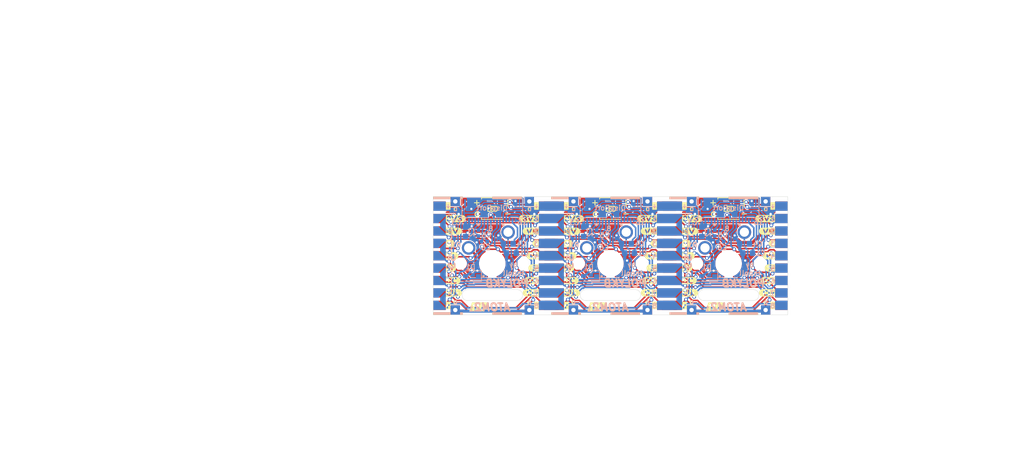
<source format=kicad_pcb>
(kicad_pcb (version 20211014) (generator pcbnew)
  (title_block (title "PolyKB Atom") (date "2022-02-01") (rev "2.1") (company "thpoll"))
  (layers (0 "F.Cu" signal) (31 "B.Cu" signal) (34 "B.Paste" user) (35 "F.Paste" user) (36 "B.SilkS" user "B.Silkscreen") (37 "F.SilkS" user "F.Silkscreen") (38 "B.Mask" user) (39 "F.Mask" user) (44 "Edge.Cuts" user))
  (net 0 "")
  (net 1 "/Keyboard/sheet605ED2EB/GND")
  (net 2 "/Keyboard/sheet605ED2EB/3V3")
  (net 3 "/Keyboard/sheet605ED2EB/4V2")
  (net 4 "Net-(C4-Pad1)")
  (net 5 "Net-(C5-Pad2)")
  (net 6 "Net-(C5-Pad1)")
  (net 7 "Net-(C6-Pad2)")
  (net 8 "Net-(C6-Pad1)")
  (net 9 "/Keyboard/sheet605ED2EB/CS")
  (net 10 "/Keyboard/sheet605ED2EB/RESET")
  (net 11 "/Keyboard/sheet605ED2EB/D-C")
  (net 12 "/Keyboard/sheet605ED2EB/SCLK")
  (net 13 "/Keyboard/sheet605ED2EB/SDIN")
  (net 14 "/Keyboard/sheet605ED2EB/LED_DIN")
  (net 15 "/Keyboard/sheet605ED2EB/5V")
  (net 16 "Net-(D1-Pad2)")
  (net 17 "/Keyboard/sheet605ED2EB/KeyRow")
  (net 18 "/Keyboard/sheet605ED2EB/KeyCol")
  (net 19 "CS8")
  (net 20 "CS7")
  (net 21 "CS6")
  (net 22 "CS5")
  (net 23 "CS4")
  (net 24 "CS3")
  (net 25 "CS2")
  (net 26 "CS1")
  (net 27 "Net-(C1-Pad1)")
  (footprint "poly_kb:AtomConnect2" (layer "F.Cu") (at 93.218 63.6778 -90)
    (fp_text reference "J3" hide)
    (fp_text value "WestFront")
  )
  (footprint "poly_kb:AtomConnect2" (layer "F.Cu") (at 110.236 63.6778 -90)
    (fp_text reference "J4" hide)
    (fp_text value "EastFront")
  )
  (footprint "poly_kb:WS2812B-Mini" (layer "F.Cu") (at 101.727 56.0578)
    (fp_text reference "LED1" hide)
    (fp_text value "LED")
  )
  (footprint "poly_kb:SW_Cherry_MX_1.00u_PCB_NoSilk" (layer "F.Cu") (at 104.267 59.8678)
    (fp_text reference "SW1" hide)
    (fp_text value "SW_Push")
  )
  (footprint "poly_kb:TestPoin_1.5x1.5mm_Drill0.7mm" (layer "F.Cu") (at 107.696 54.9148)
    (fp_text reference "J2" hide)
    (fp_text value "North")
  )
  (footprint "poly_kb:TestPoin_1.5x1.5mm_Drill0.7mm" (layer "F.Cu") (at 95.758 54.9148)
    (fp_text reference "J8" hide)
    (fp_text value "North2")
  )
  (footprint "poly_kb:TestPoin_1.5x1.5mm_Drill0.7mm" (layer "F.Cu") (at 107.696 72.4408)
    (fp_text reference "J9" hide)
    (fp_text value "South2")
  )
  (footprint "poly_kb:TestPoin_1.5x1.5mm_Drill0.7mm" (layer "F.Cu") (at 95.758 72.4408)
    (fp_text reference "J7" hide)
    (fp_text value "South")
  )
  (footprint "kibuzzard-61EFD908" (layer "F.Cu") (at 94.615 71.7042)
    (fp_text reference "kibuzzard-61EFD908" hide)
    (fp_text value "G***" hide)
  )
  (footprint "kibuzzard-61EFACF9" (layer "F.Cu") (at 145.5166 59.7154)
    (fp_text reference "kibuzzard-61EFACF9" hide)
    (fp_text value "G***" hide)
  )
  (footprint "kibuzzard-61EFD879" (layer "F.Cu") (at 133.944 57.6906)
    (fp_text reference "kibuzzard-61EFD879" hide)
    (fp_text value "G***" hide)
  )
  (footprint "kibuzzard-61EFBE2C" (layer "F.Cu") (at 114.4778 67.691)
    (fp_text reference "kibuzzard-61EFBE2C" hide)
    (fp_text value "G***" hide)
  )
  (footprint "kibuzzard-61EFAA6D" (layer "F.Cu") (at 127.2794 63.6778)
    (fp_text reference "kibuzzard-61EFAA6D" hide)
    (fp_text value "G***" hide)
  )
  (footprint "kibuzzard-61EFD879" (layer "F.Cu") (at 114.894 57.6906)
    (fp_text reference "kibuzzard-61EFD879" hide)
    (fp_text value "G***" hide)
  )
  (footprint "kibuzzard-61EFBE3D" (layer "F.Cu") (at 133.6294 69.6722)
    (fp_text reference "kibuzzard-61EFBE3D" hide)
    (fp_text value "G***" hide)
  )
  (footprint "kibuzzard-61EFABBF" (layer "F.Cu") (at 127.0762 67.691)
    (fp_text reference "kibuzzard-61EFABBF" hide)
    (fp_text value "G***" hide)
  )
  (footprint "kibuzzard-61EFACF9" (layer "F.Cu") (at 126.4666 59.7154)
    (fp_text reference "kibuzzard-61EFACF9" hide)
    (fp_text value "G***" hide)
  )
  (footprint "kibuzzard-61EFD7F9" (layer "F.Cu") (at 127.4318 65.659)
    (fp_text reference "kibuzzard-61EFD7F9" hide)
    (fp_text value "G***" hide)
  )
  (footprint "kibuzzard-61EFDD1E" (layer "F.Cu") (at 99.441 71.9328)
    (fp_text reference "kibuzzard-61EFDD1E" hide)
    (fp_text value "G***" hide)
  )
  (footprint "kibuzzard-61EFD947" (layer "F.Cu") (at 146.939 55.6514)
    (fp_text reference "kibuzzard-61EFD947" hide)
    (fp_text value "G***" hide)
  )
  (footprint "kibuzzard-61EFD908" (layer "F.Cu") (at 127.889 71.7042)
    (fp_text reference "kibuzzard-61EFD908" hide)
    (fp_text value "G***" hide)
  )
  (footprint "kibuzzard-61EFBE87" (layer "F.Cu") (at 96.0374 59.7154)
    (fp_text reference "kibuzzard-61EFBE87" hide)
    (fp_text value "G***" hide)
  )
  (footprint "kibuzzard-61EFDAC6" (layer "F.Cu") (at 108.7882 61.6966)
    (fp_text reference "kibuzzard-61EFDAC6" hide)
    (fp_text value "G***" hide)
  )
  (footprint "kibuzzard-61EFBE87" (layer "F.Cu") (at 115.0874 59.7154)
    (fp_text reference "kibuzzard-61EFBE87" hide)
    (fp_text value "G***" hide)
  )
  (footprint "kibuzzard-61EFBE2C" (layer "F.Cu") (at 133.5278 67.691)
    (fp_text reference "kibuzzard-61EFBE2C" hide)
    (fp_text value "G***" hide)
  )
  (footprint "kibuzzard-61EFAA6D" (layer "F.Cu") (at 146.3294 63.6778)
    (fp_text reference "kibuzzard-61EFAA6D" hide)
    (fp_text value "G***" hide)
  )
  (footprint "kibuzzard-61EFBE2C" (layer "F.Cu") (at 95.4278 67.691)
    (fp_text reference "kibuzzard-61EFBE2C" hide)
    (fp_text value "G***" hide)
  )
  (footprint "poly_kb:WS2812B-Mini" (layer "F.Cu") (at 139.827 56.0578)
    (fp_text reference "LED1" hide)
    (fp_text value "LED")
  )
  (footprint "kibuzzard-61EFDD1E" (layer "F.Cu") (at 137.541 71.9328)
    (fp_text reference "kibuzzard-61EFDD1E" hide)
    (fp_text value "G***" hide)
  )
  (footprint "kibuzzard-61EFA8F1" (layer "F.Cu") (at 146.0246 69.6722)
    (fp_text reference "kibuzzard-61EFA8F1" hide)
    (fp_text value "G***" hide)
  )
  (footprint "poly_kb:TestPoin_1.5x1.5mm_Drill0.7mm" (layer "F.Cu") (at 133.858 54.9148)
    (fp_text reference "J8" hide)
    (fp_text value "North2")
  )
  (footprint "poly_kb:TestPoin_1.5x1.5mm_Drill0.7mm" (layer "F.Cu") (at 126.746 54.9148)
    (fp_text reference "J2" hide)
    (fp_text value "North")
  )
  (footprint "kibuzzard-61EFBE21" (layer "F.Cu") (at 133.1722 65.659)
    (fp_text reference "kibuzzard-61EFBE21" hide)
    (fp_text value "G***" hide)
  )
  (footprint "poly_kb:AtomConnect2" (layer "F.Cu") (at 112.268 63.6778 -90)
    (fp_text reference "J3" hide)
    (fp_text value "WestFront")
  )
  (footprint "kibuzzard-61EFDAC6" (layer "F.Cu") (at 127.8382 61.6966)
    (fp_text reference "kibuzzard-61EFDAC6" hide)
    (fp_text value "G***" hide)
  )
  (footprint "kibuzzard-61EFDAA0" (layer "F.Cu") (at 114.0206 61.6966)
    (fp_text reference "kibuzzard-61EFDAA0" hide)
    (fp_text value "G***" hide)
  )
  (footprint "kibuzzard-61EFD863" (layer "F.Cu") (at 145.7198 57.6834)
    (fp_text reference "kibuzzard-61EFD863" hide)
    (fp_text value "G***" hide)
  )
  (footprint "kibuzzard-61EFD947" (layer "F.Cu") (at 132.715 55.6514)
    (fp_text reference "kibuzzard-61EFD947" hide)
    (fp_text value "G***" hide)
  )
  (footprint "kibuzzard-61EFD947" (layer "F.Cu") (at 108.839 55.6514)
    (fp_text reference "kibuzzard-61EFD947" hide)
    (fp_text value "G***" hide)
  )
  (footprint "poly_kb:WS2812B-Mini" (layer "F.Cu") (at 120.777 56.0578)
    (fp_text reference "LED1" hide)
    (fp_text value "LED")
  )
  (footprint "kibuzzard-61EFDAEE" (layer "F.Cu") (at 114.304239 63.677507)
    (fp_text reference "kibuzzard-61EFDAEE" hide)
    (fp_text value "G***" hide)
  )
  (footprint "kibuzzard-61EFD863" (layer "F.Cu") (at 126.6698 57.6834)
    (fp_text reference "kibuzzard-61EFD863" hide)
    (fp_text value "G***" hide)
  )
  (footprint "kibuzzard-61EFD7F9" (layer "F.Cu") (at 146.4818 65.659)
    (fp_text reference "kibuzzard-61EFD7F9" hide)
    (fp_text value "G***" hide)
  )
  (footprint "kibuzzard-61EFA8F1" (layer "F.Cu") (at 107.9246 69.6722)
    (fp_text reference "kibuzzard-61EFA8F1" hide)
    (fp_text value "G***" hide)
  )
  (footprint "poly_kb:TestPoin_1.5x1.5mm_Drill0.7mm" (layer "F.Cu") (at 145.796 54.9148)
    (fp_text reference "J2" hide)
    (fp_text value "North")
  )
  (footprint "poly_kb:AtomConnect2" (layer "F.Cu") (at 131.318 63.6778 -90)
    (fp_text reference "J3" hide)
    (fp_text value "WestFront")
  )
  (footprint "kibuzzard-61EFDAA0" (layer "F.Cu") (at 94.9706 61.6966)
    (fp_text reference "kibuzzard-61EFDAA0" hide)
    (fp_text value "G***" hide)
  )
  (footprint "poly_kb:TestPoin_1.5x1.5mm_Drill0.7mm" (layer "F.Cu") (at 114.808 54.9148)
    (fp_text reference "J8" hide)
    (fp_text value "North2")
  )
  (footprint "kibuzzard-61EFD947" (layer "F.Cu") (at 113.665 55.6514)
    (fp_text reference "kibuzzard-61EFD947" hide)
    (fp_text value "G***" hide)
  )
  (footprint "kibuzzard-61EFDD1E" (layer "F.Cu") (at 118.491 71.9328)
    (fp_text reference "kibuzzard-61EFDD1E" hide)
    (fp_text value "G***" hide)
  )
  (footprint "poly_kb:SW_Cherry_MX_1.00u_PCB_NoSilk" (layer "F.Cu") (at 142.367 59.8678)
    (fp_text reference "SW1" hide)
    (fp_text value "SW_Push")
  )
  (footprint "kibuzzard-61EFBE3D" (layer "F.Cu") (at 114.5794 69.6722)
    (fp_text reference "kibuzzard-61EFBE3D" hide)
    (fp_text value "G***" hide)
  )
  (footprint "poly_kb:TestPoin_1.5x1.5mm_Drill0.7mm" (layer "F.Cu") (at 114.808 72.4408)
    (fp_text reference "J7" hide)
    (fp_text value "South")
  )
  (footprint "kibuzzard-61EFD7F9" (layer "F.Cu") (at 108.3818 65.659)
    (fp_text reference "kibuzzard-61EFD7F9" hide)
    (fp_text value "G***" hide)
  )
  (footprint "kibuzzard-61EFD908" (layer "F.Cu") (at 132.715 71.7042)
    (fp_text reference "kibuzzard-61EFD908" hide)
    (fp_text value "G***" hide)
  )
  (footprint "kibuzzard-61EFDAA0" (layer "F.Cu") (at 133.0706 61.6966)
    (fp_text reference "kibuzzard-61EFDAA0" hide)
    (fp_text value "G***" hide)
  )
  (footprint "poly_kb:AtomConnect2" (layer "F.Cu") (at 148.336 63.6778 -90)
    (fp_text reference "J4" hide)
    (fp_text value "EastFront")
  )
  (footprint "kibuzzard-61EFD863" (layer "F.Cu") (at 107.6198 57.6834)
    (fp_text reference "kibuzzard-61EFD863" hide)
    (fp_text value "G***" hide)
  )
  (footprint "kibuzzard-61EFD879" (layer "F.Cu") (at 95.844 57.6906)
    (fp_text reference "kibuzzard-61EFD879" hide)
    (fp_text value "G***" hide)
  )
  (footprint "kibuzzard-61EFD908" (layer "F.Cu") (at 108.839 71.7042)
    (fp_text reference "kibuzzard-61EFD908" hide)
    (fp_text value "G***" hide)
  )
  (footprint "kibuzzard-61EFACF9" (layer "F.Cu") (at 107.4166 59.7154)
    (fp_text reference "kibuzzard-61EFACF9" hide)
    (fp_text value "G***" hide)
  )
  (footprint "poly_kb:SW_Cherry_MX_1.00u_PCB_NoSilk" (layer "F.Cu") (at 123.317 59.8678)
    (fp_text reference "SW1" hide)
    (fp_text value "SW_Push")
  )
  (footprint "kibuzzard-61EFD908" (layer "F.Cu") (at 113.665 71.7042)
    (fp_text reference "kibuzzard-61EFD908" hide)
    (fp_text value "G***" hide)
  )
  (footprint "kibuzzard-61EFDAEE" (layer "F.Cu") (at 95.254239 63.677507)
    (fp_text reference "kibuzzard-61EFDAEE" hide)
    (fp_text value "G***" hide)
  )
  (footprint "poly_kb:TestPoin_1.5x1.5mm_Drill0.7mm" (layer "F.Cu") (at 133.858 72.4408)
    (fp_text reference "J7" hide)
    (fp_text value "South")
  )
  (footprint "kibuzzard-61EFBE21" (layer "F.Cu") (at 95.0722 65.659)
    (fp_text reference "kibuzzard-61EFBE21" hide)
    (fp_text value "G***" hide)
  )
  (footprint "kibuzzard-61EFABBF" (layer "F.Cu") (at 108.0262 67.691)
    (fp_text reference "kibuzzard-61EFABBF" hide)
    (fp_text value "G***" hide)
  )
  (footprint "kibuzzard-61EFD947" (layer "F.Cu") (at 94.615 55.6514)
    (fp_text reference "kibuzzard-61EFD947" hide)
    (fp_text value "G***" hide)
  )
  (footprint "kibuzzard-61EFBE87" (layer "F.Cu") (at 134.1374 59.7154)
    (fp_text reference "kibuzzard-61EFBE87" hide)
    (fp_text value "G***" hide)
  )
  (footprint "kibuzzard-61EFA8F1" (layer "F.Cu") (at 126.9746 69.6722)
    (fp_text reference "kibuzzard-61EFA8F1" hide)
    (fp_text value "G***" hide)
  )
  (footprint "kibuzzard-61EFBE3D" (layer "F.Cu") (at 95.5294 69.6722)
    (fp_text reference "kibuzzard-61EFBE3D" hide)
    (fp_text value "G***" hide)
  )
  (footprint "kibuzzard-61EFDAC6" (layer "F.Cu") (at 146.8882 61.6966)
    (fp_text reference "kibuzzard-61EFDAC6" hide)
    (fp_text value "G***" hide)
  )
  (footprint "kibuzzard-61EFDAEE" (layer "F.Cu") (at 133.354239 63.677507)
    (fp_text reference "kibuzzard-61EFDAEE" hide)
    (fp_text value "G***" hide)
  )
  (footprint "kibuzzard-61EFAA6D" (layer "F.Cu") (at 108.2294 63.6778)
    (fp_text reference "kibuzzard-61EFAA6D" hide)
    (fp_text value "G***" hide)
  )
  (footprint "poly_kb:AtomConnect2" (layer "F.Cu") (at 129.286 63.6778 -90)
    (fp_text reference "J4" hide)
    (fp_text value "EastFront")
  )
  (footprint "poly_kb:TestPoin_1.5x1.5mm_Drill0.7mm" (layer "F.Cu") (at 126.746 72.4408)
    (fp_text reference "J9" hide)
    (fp_text value "South2")
  )
  (footprint "kibuzzard-61EFABBF" (layer "F.Cu") (at 146.1262 67.691)
    (fp_text reference "kibuzzard-61EFABBF" hide)
    (fp_text value "G***" hide)
  )
  (footprint "kibuzzard-61EFD908" (layer "F.Cu") (at 146.939 71.7042)
    (fp_text reference "kibuzzard-61EFD908" hide)
    (fp_text value "G***" hide)
  )
  (footprint "kibuzzard-61EFBE21" (layer "F.Cu") (at 114.1222 65.659)
    (fp_text reference "kibuzzard-61EFBE21" hide)
    (fp_text value "G***" hide)
  )
  (footprint "poly_kb:TestPoin_1.5x1.5mm_Drill0.7mm" (layer "F.Cu") (at 145.796 72.4408)
    (fp_text reference "J9" hide)
    (fp_text value "South2")
  )
  (footprint "kibuzzard-61EFD947" (layer "F.Cu") (at 127.889 55.6514)
    (fp_text reference "kibuzzard-61EFD947" hide)
    (fp_text value "G***" hide)
  )
  (footprint "Capacitor_SMD:C_0603_1608Metric" (layer "B.Cu") (at 104.802 63.2528 180)
    (fp_text reference "C1")
    (fp_text value "2.2uF")
  )
  (footprint "Capacitor_SMD:C_0603_1608Metric" (layer "B.Cu") (at 97.409 59.8046 90)
    (fp_text reference "C2")
    (fp_text value "2.2uF")
  )
  (footprint "Capacitor_SMD:C_0402_1005Metric" (layer "B.Cu") (at 95.123 56.9468 90)
    (fp_text reference "C3" hide)
    (fp_text value "1uF")
  )
  (footprint "Capacitor_SMD:C_0603_1608Metric" (layer "B.Cu") (at 104.302 61.7528 180)
    (fp_text reference "C4")
    (fp_text value "4.7uF")
  )
  (footprint "Capacitor_SMD:C_0402_1005Metric" (layer "B.Cu") (at 99.4918 60.0176 90)
    (fp_text reference "C5")
    (fp_text value "1uF")
  )
  (footprint "Capacitor_SMD:C_0402_1005Metric" (layer "B.Cu") (at 100.457 61.3918)
    (fp_text reference "C6")
    (fp_text value "1uF")
  )
  (footprint "poly_kb:D_SOD-323Ext" (layer "B.Cu") (at 98.425 66.9528 180)
    (fp_text reference "D1")
    (fp_text value "D_Small")
  )
  (footprint "poly_kb:FPC_16_JUSHUO_AFC05_S16FIA_00" (layer "B.Cu") (at 101.727 57.9628)
    (fp_text reference "J1" hide)
    (fp_text value "Conn_01x16")
  )
  (footprint "poly_kb:AtomConnect2" (layer "B.Cu") (at 110.236 63.6778 -90)
    (fp_text reference "J6" hide)
    (fp_text value "EastBack")
  )
  (footprint "poly_kb:AtomConnectCS" (layer "B.Cu") (at 93.218 63.6778 -90)
    (fp_text reference "J5" hide)
    (fp_text value "WestBack")
  )
  (footprint "Capacitor_SMD:C_0402_1005Metric" (layer "B.Cu") (at 133.223 56.9468 90)
    (fp_text reference "C3" hide)
    (fp_text value "1uF")
  )
  (footprint "poly_kb:FPC_16_JUSHUO_AFC05_S16FIA_00" (layer "B.Cu") (at 120.777 57.9628)
    (fp_text reference "J1" hide)
    (fp_text value "Conn_01x16")
  )
  (footprint "Capacitor_SMD:C_0603_1608Metric" (layer "B.Cu") (at 142.902 63.2528 180)
    (fp_text reference "C1")
    (fp_text value "2.2uF")
  )
  (footprint "Capacitor_SMD:C_0603_1608Metric" (layer "B.Cu") (at 135.509 59.8046 90)
    (fp_text reference "C2")
    (fp_text value "2.2uF")
  )
  (footprint "Capacitor_SMD:C_0603_1608Metric" (layer "B.Cu") (at 142.402 61.7528 180)
    (fp_text reference "C4")
    (fp_text value "4.7uF")
  )
  (footprint "Capacitor_SMD:C_0402_1005Metric" (layer "B.Cu") (at 118.5418 60.0176 90)
    (fp_text reference "C5")
    (fp_text value "1uF")
  )
  (footprint "Capacitor_SMD:C_0402_1005Metric" (layer "B.Cu") (at 119.507 61.3918)
    (fp_text reference "C6")
    (fp_text value "1uF")
  )
  (footprint "Resistor_SMD:R_0402_1005Metric" (layer "B.Cu") (at 133.702 60.3906 -90)
    (fp_text reference "R1")
    (fp_text value "1M")
  )
  (footprint "Resistor_SMD:R_0402_1005Metric" (layer "B.Cu") (at 114.652 60.3906 -90)
    (fp_text reference "R1")
    (fp_text value "1M")
  )
  (footprint "poly_kb:AtomConnect2" (layer "B.Cu") (at 148.336 63.6778 -90)
    (fp_text reference "J6" hide)
    (fp_text value "EastBack")
  )
  (footprint "poly_kb:D_SOD-323Ext" (layer "B.Cu") (at 117.475 66.9528 180)
    (fp_text reference "D1")
    (fp_text value "D_Small")
  )
  (footprint "Capacitor_SMD:C_0603_1608Metric" (layer "B.Cu") (at 123.352 61.7528 180)
    (fp_text reference "C4")
    (fp_text value "4.7uF")
  )
  (footprint "Resistor_SMD:R_0402_1005Metric" (layer "B.Cu") (at 95.602 60.3906 -90)
    (fp_text reference "R1")
    (fp_text value "1M")
  )
  (footprint "poly_kb:D_SOD-323Ext" (layer "B.Cu") (at 136.525 66.9528 180)
    (fp_text reference "D1")
    (fp_text value "D_Small")
  )
  (footprint "Capacitor_SMD:C_0402_1005Metric" (layer "B.Cu") (at 137.5918 60.0176 90)
    (fp_text reference "C5")
    (fp_text value "1uF")
  )
  (footprint "Capacitor_SMD:C_0603_1608Metric" (layer "B.Cu") (at 123.852 63.2528 180)
    (fp_text reference "C1")
    (fp_text value "2.2uF")
  )
  (footprint "poly_kb:AtomConnect2" (layer "B.Cu") (at 129.286 63.6778 -90)
    (fp_text reference "J6" hide)
    (fp_text value "EastBack")
  )
  (footprint "Capacitor_SMD:C_0402_1005Metric" (layer "B.Cu") (at 114.173 56.9468 90)
    (fp_text reference "C3" hide)
    (fp_text value "1uF")
  )
  (footprint "poly_kb:FPC_16_JUSHUO_AFC05_S16FIA_00" (layer "B.Cu") (at 139.827 57.9628)
    (fp_text reference "J1" hide)
    (fp_text value "Conn_01x16")
  )
  (footprint "Capacitor_SMD:C_0603_1608Metric" (layer "B.Cu") (at 116.459 59.8046 90)
    (fp_text reference "C2")
    (fp_text value "2.2uF")
  )
  (footprint "Capacitor_SMD:C_0402_1005Metric" (layer "B.Cu") (at 138.557 61.3918)
    (fp_text reference "C6")
    (fp_text value "1uF")
  )
  (footprint "poly_kb:AtomConnectCS" (layer "B.Cu") (at 131.318 63.6778 -90)
    (fp_text reference "J5" hide)
    (fp_text value "WestBack")
  )
  (footprint "poly_kb:AtomConnectCS" (layer "B.Cu") (at 112.268 63.6778 -90)
    (fp_text reference "J5" hide)
    (fp_text value "WestBack")
  )
  (gr_poly (pts (xy 106.4895 73.2282) (xy 101.727 73.2282) (xy 101.727 72.7964) (xy 106.4895 72.7964)) (layer "B.SilkS") (width 0) (fill solid))
  (gr_poly (pts (xy 94.9706 54.5608) (xy 92.1766 54.5608) (xy 92.1766 54.1274) (xy 94.9706 54.1274)) (layer "B.SilkS") (width 0) (fill solid))
  (gr_poly (pts (xy 96.9645 54.5608) (xy 96.5454 54.5608) (xy 96.5454 54.1274) (xy 96.9645 54.1274)) (layer "B.SilkS") (width 0) (fill solid))
  (gr_poly (pts (xy 96.9645 73.2282) (xy 96.5454 73.2282) (xy 96.5454 72.8091) (xy 96.9645 72.8091)) (layer "B.SilkS") (width 0) (fill solid))
  (gr_poly (pts (xy 94.9706 73.2282) (xy 92.202 73.2282) (xy 92.202 72.788864) (xy 94.9706 72.788864)) (layer "B.SilkS") (width 0) (fill solid))
  (gr_line (start 108.839 55.3466) (end 108.839 55.7022) (layer "B.SilkS") (width 0.12))
  (gr_line (start 122.727 58.7528) (end 122.552 58.4778) (layer "B.SilkS") (width 0.12))
  (gr_line (start 141.777 58.7528) (end 141.602 58.4778) (layer "B.SilkS") (width 0.12))
  (gr_line (start 118.352 58.7528) (end 118.702 58.7528) (layer "B.SilkS") (width 0.12))
  (gr_line (start 95.123 63.4238) (end 95.123 59.3598) (layer "B.SilkS") (width 0.12))
  (gr_line (start 113.665 62.6618) (end 114.173 62.6618) (layer "B.SilkS") (width 0.12))
  (gr_line (start 118.452 58.7028) (end 118.602 58.7028) (layer "B.SilkS") (width 0.12))
  (gr_line (start 122.477 58.7028) (end 122.627 58.7028) (layer "B.SilkS") (width 0.12))
  (gr_line (start 103.502 58.4778) (end 103.502 58.9278) (layer "B.SilkS") (width 0.12))
  (gr_line (start 94.615 66.7258) (end 95.123 66.7258) (layer "B.SilkS") (width 0.12))
  (gr_line (start 103.327 58.7528) (end 103.677 58.7528) (layer "B.SilkS") (width 0.12))
  (gr_line (start 94.615 55.3466) (end 94.615 55.7022) (layer "B.SilkS") (width 0.12))
  (gr_poly (pts (xy 125.5395 54.5608) (xy 120.777 54.5608) (xy 120.777 54.1274) (xy 125.5395 54.1274)) (layer "B.SilkS") (width 0) (fill solid))
  (gr_line (start 95.123 69.5198) (end 94.615 70.0278) (layer "B.SilkS") (width 0.12))
  (gr_line (start 94.615 55.7022) (end 94.361 55.7022) (layer "B.SilkS") (width 0.12))
  (gr_line (start 146.939 55.7022) (end 146.685 55.7022) (layer "B.SilkS") (width 0.12))
  (gr_line (start 137.502 58.7028) (end 137.652 58.7028) (layer "B.SilkS") (width 0.12))
  (gr_line (start 99.302 58.7528) (end 99.652 58.7528) (layer "B.SilkS") (width 0.12))
  (gr_poly (pts (xy 133.0706 73.2282) (xy 130.302 73.2282) (xy 130.302 72.788864) (xy 133.0706 72.788864)) (layer "B.SilkS") (width 0) (fill solid))
  (gr_line (start 141.602 58.4778) (end 141.602 58.9278) (layer "B.SilkS") (width 0.12))
  (gr_line (start 108.7882 56.007) (end 108.8898 56.007) (layer "B.SilkS") (width 0.12))
  (gr_poly (pts (xy 114.0206 73.2282) (xy 111.252 73.2282) (xy 111.252 72.788864) (xy 114.0206 72.788864)) (layer "B.SilkS") (width 0) (fill solid))
  (gr_line (start 139.577 58.6528) (end 139.577 58.4778) (layer "B.SilkS") (width 0.12))
  (gr_line (start 113.665 66.7258) (end 114.173 66.7258) (layer "B.SilkS") (width 0.12))
  (gr_line (start 94.615 55.7022) (end 94.869 55.7022) (layer "B.SilkS") (width 0.12))
  (gr_line (start 114.173 63.4238) (end 114.173 59.3598) (layer "B.SilkS") (width 0.12))
  (gr_line (start 114.173 69.5198) (end 113.665 70.0278) (layer "B.SilkS") (width 0.12))
  (gr_line (start 146.8882 56.007) (end 146.9898 56.007) (layer "B.SilkS") (width 0.12))
  (gr_line (start 113.665 55.7022) (end 113.411 55.7022) (layer "B.SilkS") (width 0.12))
  (gr_line (start 99.402 58.7028) (end 99.552 58.7028) (layer "B.SilkS") (width 0.12))
  (gr_line (start 103.427 58.7028) (end 103.577 58.7028) (layer "B.SilkS") (width 0.12))
  (gr_line (start 127.889 55.7022) (end 127.635 55.7022) (layer "B.SilkS") (width 0.12))
  (gr_line (start 118.527 58.4778) (end 118.527 58.9278) (layer "B.SilkS") (width 0.12))
  (gr_line (start 146.939 55.3466) (end 146.939 55.7022) (layer "B.SilkS") (width 0.12))
  (gr_line (start 122.377 58.7528) (end 122.727 58.7528) (layer "B.SilkS") (width 0.12))
  (gr_poly (pts (xy 116.0145 73.2282) (xy 115.5954 73.2282) (xy 115.5954 72.8091) (xy 116.0145 72.8091)) (layer "B.SilkS") (width 0) (fill solid))
  (gr_line (start 133.223 65.9638) (end 133.223 69.5198) (layer "B.SilkS") (width 0.12))
  (gr_line (start 122.552 58.4778) (end 122.552 58.9278) (layer "B.SilkS") (width 0.12))
  (gr_line (start 99.477 58.4778) (end 99.302 58.7528) (layer "B.SilkS") (width 0.12))
  (gr_line (start 141.602 58.4778) (end 141.427 58.7528) (layer "B.SilkS") (width 0.12))
  (gr_line (start 146.7866 55.8546) (end 147.0914 55.8546) (layer "B.SilkS") (width 0.12))
  (gr_line (start 103.677 58.7528) (end 103.502 58.4778) (layer "B.SilkS") (width 0.12))
  (gr_line (start 132.715 62.6618) (end 133.223 62.6618) (layer "B.SilkS") (width 0.12))
  (gr_line (start 108.839 55.7022) (end 109.093 55.7022) (layer "B.SilkS") (width 0.12))
  (gr_line (start 141.527 58.7028) (end 141.677 58.7028) (layer "B.SilkS") (width 0.12))
  (gr_line (start 108.839 55.7022) (end 108.585 55.7022) (layer "B.SilkS") (width 0.12))
  (gr_poly (pts (xy 125.5395 73.2282) (xy 120.777 73.2282) (xy 120.777 72.7964) (xy 125.5395 72.7964)) (layer "B.SilkS") (width 0) (fill solid))
  (gr_line (start 146.939 55.7022) (end 147.193 55.7022) (layer "B.SilkS") (width 0.12))
  (gr_poly (pts (xy 144.5895 73.2282) (xy 139.827 73.2282) (xy 139.827 72.7964) (xy 144.5895 72.7964)) (layer "B.SilkS") (width 0) (fill solid))
  (gr_line (start 132.5626 55.8546) (end 132.8674 55.8546) (layer "B.SilkS") (width 0.12))
  (gr_line (start 137.402 58.7528) (end 137.752 58.7528) (layer "B.SilkS") (width 0.12))
  (gr_line (start 113.665 55.7022) (end 113.919 55.7022) (layer "B.SilkS") (width 0.12))
  (gr_line (start 118.527 58.4778) (end 118.352 58.7528) (layer "B.SilkS") (width 0.12))
  (gr_poly (pts (xy 106.4895 54.5608) (xy 101.727 54.5608) (xy 101.727 54.1274) (xy 106.4895 54.1274)) (layer "B.SilkS") (width 0) (fill solid))
  (gr_line (start 94.4626 55.8546) (end 94.7674 55.8546) (layer "B.SilkS") (width 0.12))
  (gr_line (start 113.6142 56.007) (end 113.7158 56.007) (layer "B.SilkS") (width 0.12))
  (gr_line (start 127.889 55.7022) (end 128.143 55.7022) (layer "B.SilkS") (width 0.12))
  (gr_line (start 132.715 55.3466) (end 132.715 55.7022) (layer "B.SilkS") (width 0.12))
  (gr_line (start 94.615 62.6618) (end 95.123 62.6618) (layer "B.SilkS") (width 0.12))
  (gr_line (start 127.7366 55.8546) (end 128.0414 55.8546) (layer "B.SilkS") (width 0.12))
  (gr_poly (pts (xy 133.0706 54.5608) (xy 130.2766 54.5608) (xy 130.2766 54.1274) (xy 133.0706 54.1274)) (layer "B.SilkS") (width 0) (fill solid))
  (gr_line (start 137.577 58.4778) (end 137.402 58.7528) (layer "B.SilkS") (width 0.12))
  (gr_line (start 127.8382 56.007) (end 127.9398 56.007) (layer "B.SilkS") (width 0.12))
  (gr_line (start 99.652 58.7528) (end 99.477 58.4778) (layer "B.SilkS") (width 0.12))
  (gr_line (start 133.223 69.5198) (end 132.715 70.0278) (layer "B.SilkS") (width 0.12))
  (gr_poly (pts (xy 144.5895 54.5608) (xy 139.827 54.5608) (xy 139.827 54.1274) (xy 144.5895 54.1274)) (layer "B.SilkS") (width 0) (fill solid))
  (gr_line (start 95.123 65.9638) (end 95.123 69.5198) (layer "B.SilkS") (width 0.12))
  (gr_line (start 133.223 59.3598) (end 132.715 58.8518) (layer "B.SilkS") (width 0.12))
  (gr_line (start 103.502 58.4778) (end 103.327 58.7528) (layer "B.SilkS") (width 0.12))
  (gr_line (start 101.477 58.6528) (end 101.477 58.4778) (layer "B.SilkS") (width 0.12))
  (gr_poly (pts (xy 135.0645 54.5608) (xy 134.6454 54.5608) (xy 134.6454 54.1274) (xy 135.0645 54.1274)) (layer "B.SilkS") (width 0) (fill solid))
  (gr_line (start 113.5126 55.8546) (end 113.8174 55.8546) (layer "B.SilkS") (width 0.12))
  (gr_line (start 120.527 58.6528) (end 120.527 58.4778) (layer "B.SilkS") (width 0.12))
  (gr_line (start 141.427 58.7528) (end 141.777 58.7528) (layer "B.SilkS") (width 0.12))
  (gr_line (start 127.889 55.3466) (end 127.889 55.7022) (layer "B.SilkS") (width 0.12))
  (gr_line (start 137.752 58.7528) (end 137.577 58.4778) (layer "B.SilkS") (width 0.12))
  (gr_line (start 113.665 55.3466) (end 113.665 55.7022) (layer "B.SilkS") (width 0.12))
  (gr_poly (pts (xy 135.0645 73.2282) (xy 134.6454 73.2282) (xy 134.6454 72.8091) (xy 135.0645 72.8091)) (layer "B.SilkS") (width 0) (fill solid))
  (gr_line (start 95.123 59.3598) (end 94.615 58.8518) (layer "B.SilkS") (width 0.12))
  (gr_line (start 132.6642 56.007) (end 132.7658 56.007) (layer "B.SilkS") (width 0.12))
  (gr_line (start 133.223 63.4238) (end 133.223 59.3598) (layer "B.SilkS") (width 0.12))
  (gr_poly (pts (xy 116.0145 54.5608) (xy 115.5954 54.5608) (xy 115.5954 54.1274) (xy 116.0145 54.1274)) (layer "B.SilkS") (width 0) (fill solid))
  (gr_line (start 132.715 66.7258) (end 133.223 66.7258) (layer "B.SilkS") (width 0.12))
  (gr_line (start 114.173 59.3598) (end 113.665 58.8518) (layer "B.SilkS") (width 0.12))
  (gr_line (start 118.702 58.7528) (end 118.527 58.4778) (layer "B.SilkS") (width 0.12))
  (gr_line (start 132.715 55.7022) (end 132.969 55.7022) (layer "B.SilkS") (width 0.12))
  (gr_line (start 114.173 65.9638) (end 114.173 69.5198) (layer "B.SilkS") (width 0.12))
  (gr_line (start 122.552 58.4778) (end 122.377 58.7528) (layer "B.SilkS") (width 0.12))
  (gr_poly (pts (xy 114.0206 54.5608) (xy 111.2266 54.5608) (xy 111.2266 54.1274) (xy 114.0206 54.1274)) (layer "B.SilkS") (width 0) (fill solid))
  (gr_line (start 108.6866 55.8546) (end 108.9914 55.8546) (layer "B.SilkS") (width 0.12))
  (gr_line (start 99.477 58.4778) (end 99.477 58.9278) (layer "B.SilkS") (width 0.12))
  (gr_line (start 132.715 55.7022) (end 132.461 55.7022) (layer "B.SilkS") (width 0.12))
  (gr_line (start 137.577 58.4778) (end 137.577 58.9278) (layer "B.SilkS") (width 0.12))
  (gr_line (start 94.5642 56.007) (end 94.6658 56.007) (layer "B.SilkS") (width 0.12))
  (gr_poly (pts (xy 106.4895 54.5608) (xy 101.727 54.5608) (xy 101.727 54.1274) (xy 106.4895 54.1274)) (layer "F.SilkS") (width 0) (fill solid))
  (gr_line (start 94.7928 59.2582) (end 94.7928 59.309) (layer "F.SilkS") (width 0.12))
  (gr_line (start 114.046 59.7662) (end 113.5888 59.7662) (layer "F.SilkS") (width 0.12))
  (gr_line (start 108.2294 59.2074) (end 108.2294 60.2234) (layer "F.SilkS") (width 0.135))
  (gr_poly (pts (xy 135.0645 54.5608) (xy 134.6454 54.5608) (xy 134.6454 54.1274) (xy 135.0645 54.1274)) (layer "F.SilkS") (width 0) (fill solid))
  (gr_line (start 146.812 59.2582) (end 146.812 59.309) (layer "F.SilkS") (width 0.12))
  (gr_poly (pts (xy 133.0706 54.5608) (xy 130.2766 54.5608) (xy 130.2766 54.1274) (xy 133.0706 54.1274)) (layer "F.SilkS") (width 0) (fill solid))
  (gr_line (start 147.066 59.309) (end 147.066 59.2074) (layer "F.SilkS") (width 0.12))
  (gr_line (start 146.2786 59.2074) (end 147.2438 59.2074) (layer "F.SilkS") (width 0.135))
  (gr_line (start 109.1438 59.2074) (end 109.1438 60.2234) (layer "F.SilkS") (width 0.135))
  (gr_line (start 113.5888 59.9694) (end 114.046 59.9694) (layer "F.SilkS") (width 0.12))
  (gr_line (start 108.712 59.309) (end 108.6612 59.309) (layer "F.SilkS") (width 0.12))
  (gr_line (start 108.712 59.2582) (end 108.712 59.309) (layer "F.SilkS") (width 0.12))
  (gr_line (start 113.411 59.309) (end 113.538 59.309) (layer "F.SilkS") (width 0.12))
  (gr_line (start 128.1938 59.2074) (end 128.1938 60.2234) (layer "F.SilkS") (width 0.135))
  (gr_line (start 146.3802 59.309) (end 146.5072 59.309) (layer "F.SilkS") (width 0.12))
  (gr_line (start 147.2184 59.309) (end 147.066 59.309) (layer "F.SilkS") (width 0.12))
  (gr_line (start 127.9652 59.7662) (end 127.508 59.7662) (layer "F.SilkS") (width 0.12))
  (gr_poly (pts (xy 144.5895 73.2282) (xy 139.827 73.2282) (xy 139.827 72.8218) (xy 144.5895 72.8218)) (layer "F.SilkS") (width 0) (fill solid))
  (gr_line (start 127.762 59.309) (end 127.7112 59.309) (layer "F.SilkS") (width 0.12))
  (gr_line (start 146.3294 59.2074) (end 146.3294 60.2234) (layer "F.SilkS") (width 0.135))
  (gr_line (start 95.0468 59.309) (end 95.0468 59.2074) (layer "F.SilkS") (width 0.12))
  (gr_line (start 108.4072 59.309) (end 108.4072 59.2074) (layer "F.SilkS") (width 0.12))
  (gr_line (start 132.588 59.309) (end 132.588 59.2074) (layer "F.SilkS") (width 0.12))
  (gr_line (start 128.1938 60.2234) (end 127.2286 60.2234) (layer "F.SilkS") (width 0.135))
  (gr_line (start 146.558 59.563) (end 147.0152 59.563) (layer "F.SilkS") (width 0.12))
  (gr_line (start 132.8928 59.309) (end 132.842 59.309) (layer "F.SilkS") (width 0.12))
  (gr_line (start 113.8428 59.2582) (end 113.8428 59.309) (layer "F.SilkS") (width 0.12))
  (gr_line (start 146.5072 59.309) (end 146.5072 59.2074) (layer "F.SilkS") (width 0.12))
  (gr_line (start 94.3102 59.2074) (end 95.2754 59.2074) (layer "F.SilkS") (width 0.135))
  (gr_line (start 133.1468 59.309) (end 133.1468 59.2074) (layer "F.SilkS") (width 0.12))
  (gr_poly (pts (xy 114.0206 54.5608) (xy 111.2266 54.5608) (xy 111.2266 54.1274) (xy 114.0206 54.1274)) (layer "F.SilkS") (width 0) (fill solid))
  (gr_line (start 94.742 59.309) (end 94.742 59.2582) (layer "F.SilkS") (width 0.12))
  (gr_line (start 95.1992 59.309) (end 95.0468 59.309) (layer "F.SilkS") (width 0.12))
  (gr_line (start 113.792 59.309) (end 113.792 59.2582) (layer "F.SilkS") (width 0.12))
  (gr_line (start 133.3246 59.2074) (end 133.3246 60.2234) (layer "F.SilkS") (width 0.135))
  (gr_line (start 146.558 59.9694) (end 147.0152 59.9694) (layer "F.SilkS") (width 0.12))
  (gr_line (start 113.8428 59.309) (end 113.792 59.309) (layer "F.SilkS") (width 0.12))
  (gr_poly (pts (xy 144.5895 54.5608) (xy 139.827 54.5608) (xy 139.827 54.1274) (xy 144.5895 54.1274)) (layer "F.SilkS") (width 0) (fill solid))
  (gr_line (start 132.842 59.309) (end 132.842 59.2582) (layer "F.SilkS") (width 0.12))
  (gr_poly (pts (xy 125.5395 73.2282) (xy 120.777 73.2282) (xy 120.777 72.8218) (xy 125.5395 72.8218)) (layer "F.SilkS") (width 0) (fill solid))
  (gr_poly (pts (xy 133.0706 73.2282) (xy 130.2766 73.2282) (xy 130.2766 72.8218) (xy 133.0706 72.8218)) (layer "F.SilkS") (width 0) (fill solid))
  (gr_line (start 147.0152 59.7662) (end 146.558 59.7662) (layer "F.SilkS") (width 0.12))
  (gr_line (start 132.6388 59.563) (end 133.096 59.563) (layer "F.SilkS") (width 0.12))
  (gr_line (start 95.2754 60.2234) (end 94.3102 60.2234) (layer "F.SilkS") (width 0.135))
  (gr_line (start 113.3602 59.2074) (end 113.3602 60.2234) (layer "F.SilkS") (width 0.135))
  (gr_line (start 147.2438 60.2234) (end 146.2786 60.2234) (layer "F.SilkS") (width 0.135))
  (gr_line (start 127.7112 59.309) (end 127.7112 59.2582) (layer "F.SilkS") (width 0.12))
  (gr_poly (pts (xy 116.0145 73.2282) (xy 115.5954 73.2282) (xy 115.5954 72.8218) (xy 116.0145 72.8218)) (layer "F.SilkS") (width 0) (fill solid))
  (gr_poly (pts (xy 114.0206 73.2282) (xy 111.2266 73.2282) (xy 111.2266 72.8218) (xy 114.0206 72.8218)) (layer "F.SilkS") (width 0) (fill solid))
  (gr_line (start 128.1684 59.309) (end 128.016 59.309) (layer "F.SilkS") (width 0.12))
  (gr_line (start 94.361 59.309) (end 94.488 59.309) (layer "F.SilkS") (width 0.12))
  (gr_line (start 114.0968 59.309) (end 114.0968 59.2074) (layer "F.SilkS") (width 0.12))
  (gr_line (start 127.2286 59.2074) (end 128.1938 59.2074) (layer "F.SilkS") (width 0.135))
  (gr_line (start 127.762 59.2582) (end 127.762 59.309) (layer "F.SilkS") (width 0.12))
  (gr_line (start 147.2438 59.2074) (end 147.2438 60.2234) (layer "F.SilkS") (width 0.135))
  (gr_line (start 133.096 59.7662) (end 132.6388 59.7662) (layer "F.SilkS") (width 0.12))
  (gr_line (start 108.458 59.563) (end 108.9152 59.563) (layer "F.SilkS") (width 0.12))
  (gr_line (start 146.7612 59.309) (end 146.7612 59.2582) (layer "F.SilkS") (width 0.12))
  (gr_line (start 94.3102 59.2074) (end 94.3102 60.2234) (layer "F.SilkS") (width 0.135))
  (gr_line (start 133.3754 60.2234) (end 132.4102 60.2234) (layer "F.SilkS") (width 0.135))
  (gr_line (start 109.1184 59.309) (end 108.966 59.309) (layer "F.SilkS") (width 0.12))
  (gr_poly (pts (xy 96.9645 54.5608) (xy 96.5454 54.5608) (xy 96.5454 54.1274) (xy 96.9645 54.1274)) (layer "F.SilkS") (width 0) (fill solid))
  (gr_line (start 133.2992 59.309) (end 133.1468 59.309) (layer "F.SilkS") (width 0.12))
  (gr_line (start 94.5388 59.563) (end 94.996 59.563) (layer "F.SilkS") (width 0.12))
  (gr_line (start 132.461 59.309) (end 132.588 59.309) (layer "F.SilkS") (width 0.12))
  (gr_line (start 114.2492 59.309) (end 114.0968 59.309) (layer "F.SilkS") (width 0.12))
  (gr_line (start 132.6388 59.9694) (end 133.096 59.9694) (layer "F.SilkS") (width 0.12))
  (gr_line (start 94.5388 59.9694) (end 94.996 59.9694) (layer "F.SilkS") (width 0.12))
  (gr_line (start 113.5888 59.563) (end 114.046 59.563) (layer "F.SilkS") (width 0.12))
  (gr_poly (pts (xy 94.9706 54.5608) (xy 92.1766 54.5608) (xy 92.1766 54.1274) (xy 94.9706 54.1274)) (layer "F.SilkS") (width 0) (fill solid))
  (gr_line (start 108.9152 59.7662) (end 108.458 59.7662) (layer "F.SilkS") (width 0.12))
  (gr_line (start 127.3302 59.309) (end 127.4572 59.309) (layer "F.SilkS") (width 0.12))
  (gr_line (start 128.016 59.309) (end 128.016 59.2074) (layer "F.SilkS") (width 0.12))
  (gr_line (start 132.4102 59.2074) (end 132.4102 60.2234) (layer "F.SilkS") (width 0.135))
  (gr_line (start 132.8928 59.2582) (end 132.8928 59.309) (layer "F.SilkS") (width 0.12))
  (gr_line (start 108.966 59.309) (end 108.966 59.2074) (layer "F.SilkS") (width 0.12))
  (gr_line (start 94.7928 59.309) (end 94.742 59.309) (layer "F.SilkS") (width 0.12))
  (gr_line (start 114.3254 60.2234) (end 113.3602 60.2234) (layer "F.SilkS") (width 0.135))
  (gr_line (start 113.538 59.309) (end 113.538 59.2074) (layer "F.SilkS") (width 0.12))
  (gr_line (start 109.1438 60.2234) (end 108.1786 60.2234) (layer "F.SilkS") (width 0.135))
  (gr_line (start 127.508 59.563) (end 127.9652 59.563) (layer "F.SilkS") (width 0.12))
  (gr_line (start 127.2794 59.2074) (end 127.2794 60.2234) (layer "F.SilkS") (width 0.135))
  (gr_poly (pts (xy 135.0645 73.2282) (xy 134.6454 73.2282) (xy 134.6454 72.8218) (xy 135.0645 72.8218)) (layer "F.SilkS") (width 0) (fill solid))
  (gr_line (start 108.2802 59.309) (end 108.4072 59.309) (layer "F.SilkS") (width 0.12))
  (gr_line (start 94.996 59.7662) (end 94.5388 59.7662) (layer "F.SilkS") (width 0.12))
  (gr_poly (pts (xy 96.9645 73.2282) (xy 96.5454 73.2282) (xy 96.5454 72.8218) (xy 96.9645 72.8218)) (layer "F.SilkS") (width 0) (fill solid))
  (gr_line (start 146.812 59.309) (end 146.7612 59.309) (layer "F.SilkS") (width 0.12))
  (gr_line (start 127.508 59.9694) (end 127.9652 59.9694) (layer "F.SilkS") (width 0.12))
  (gr_line (start 113.3602 59.2074) (end 114.3254 59.2074) (layer "F.SilkS") (width 0.135))
  (gr_line (start 94.488 59.309) (end 94.488 59.2074) (layer "F.SilkS") (width 0.12))
  (gr_poly (pts (xy 106.4895 73.2282) (xy 101.727 73.2282) (xy 101.727 72.8218) (xy 106.4895 72.8218)) (layer "F.SilkS") (width 0) (fill solid))
  (gr_line (start 132.4102 59.2074) (end 133.3754 59.2074) (layer "F.SilkS") (width 0.135))
  (gr_line (start 108.458 59.9694) (end 108.9152 59.9694) (layer "F.SilkS") (width 0.12))
  (gr_line (start 127.4572 59.309) (end 127.4572 59.2074) (layer "F.SilkS") (width 0.12))
  (gr_line (start 95.2246 59.2074) (end 95.2246 60.2234) (layer "F.SilkS") (width 0.135))
  (gr_poly (pts (xy 125.5395 54.5608) (xy 120.777 54.5608) (xy 120.777 54.1274) (xy 125.5395 54.1274)) (layer "F.SilkS") (width 0) (fill solid))
  (gr_line (start 114.2746 59.2074) (end 114.2746 60.2234) (layer "F.SilkS") (width 0.135))
  (gr_poly (pts (xy 116.0145 54.5608) (xy 115.5954 54.5608) (xy 115.5954 54.1274) (xy 116.0145 54.1274)) (layer "F.SilkS") (width 0) (fill solid))
  (gr_line (start 108.6612 59.309) (end 108.6612 59.2582) (layer "F.SilkS") (width 0.12))
  (gr_line (start 108.1786 59.2074) (end 109.1438 59.2074) (layer "F.SilkS") (width 0.135))
  (gr_poly (pts (xy 94.9706 73.2282) (xy 92.1766 73.2282) (xy 92.1766 72.8218) (xy 94.9706 72.8218)) (layer "F.SilkS") (width 0) (fill solid))
  (gr_line (start 111.252 54.1528) (end 92.202 54.1528) (layer "Edge.Cuts") (width 0.05))
  (gr_line (start 92.202 54.1528) (end 92.202 73.2028) (layer "Edge.Cuts") (width 0.05))
  (gr_line (start 111.252 73.2028) (end 92.202 73.2028) (layer "Edge.Cuts") (width 0.05))
  (gr_arc (start 116.786 70.9168) (mid 115.897 70.0278) (end 116.786 69.1388) (layer "Edge.Cuts") (width 0.05))
  (gr_line (start 130.302 54.1528) (end 111.252 54.1528) (layer "Edge.Cuts") (width 0.05))
  (gr_line (start 143.818 69.1388) (end 135.836 69.1388) (layer "Edge.Cuts") (width 0.05))
  (gr_line (start 124.768 69.1388) (end 116.786 69.1388) (layer "Edge.Cuts") (width 0.05))
  (gr_arc (start 105.718 69.1388) (mid 106.607 70.0278) (end 105.718 70.9168) (layer "Edge.Cuts") (width 0.05))
  (gr_arc (start 124.768 69.1388) (mid 125.657 70.0278) (end 124.768 70.9168) (layer "Edge.Cuts") (width 0.05))
  (gr_line (start 149.352 54.1528) (end 149.352 73.2028) (layer "Edge.Cuts") (width 0.05))
  (gr_arc (start 143.818 69.1388) (mid 144.707 70.0278) (end 143.818 70.9168) (layer "Edge.Cuts") (width 0.05))
  (gr_line (start 105.718 69.1388) (end 97.736 69.1388) (layer "Edge.Cuts") (width 0.05))
  (gr_arc (start 97.736 70.9168) (mid 96.847 70.0278) (end 97.736 69.1388) (layer "Edge.Cuts") (width 0.05))
  (gr_line (start 105.718 70.9168) (end 97.736 70.9168) (layer "Edge.Cuts") (width 0.05))
  (gr_line (start 124.768 70.9168) (end 116.786 70.9168) (layer "Edge.Cuts") (width 0.05))
  (gr_line (start 149.352 54.1528) (end 130.302 54.1528) (layer "Edge.Cuts") (width 0.05))
  (gr_arc (start 135.836 70.9168) (mid 134.947 70.0278) (end 135.836 69.1388) (layer "Edge.Cuts") (width 0.05))
  (gr_line (start 149.352 73.2028) (end 130.302 73.2028) (layer "Edge.Cuts") (width 0.05))
  (gr_line (start 143.818 70.9168) (end 135.836 70.9168) (layer "Edge.Cuts") (width 0.05))
  (gr_line (start 130.302 73.2028) (end 111.252 73.2028) (layer "Edge.Cuts") (width 0.05))
  (gr_text "ATOM2" (at 101.7778 71.9963) (layer "B.SilkS") (effects (font (size 1.2 1.2) (thickness 0.3) italic) (justify mirror)))
  (gr_text "1" (at 108.839 57.7088) (layer "B.SilkS") (effects (font (size 0.8 0.8) (thickness 0.153)) (justify mirror)))
  (gr_text "c" (at 95.7834 71.12) (layer "B.SilkS") (effects (font (size 0.8 0.8) (thickness 0.153)) (justify mirror)))
  (gr_text "c" (at 107.7214 71.1454) (layer "B.SilkS") (effects (font (size 0.8 0.8) (thickness 0.153)) (justify mirror)))
  (gr_text "c" (at 95.7834 56.0578) (layer "B.SilkS") (effects (font (size 0.8 0.8) (thickness 0.153)) (justify mirror)))
  (gr_text ".1" (at 98.5012 72.2503) (layer "B.SilkS") (effects (font (size 0.8 0.8) (thickness 0.153)) (justify mirror)))
  (gr_text ".1" (at 117.5512 72.2503) (layer "B.SilkS") (effects (font (size 0.8 0.8) (thickness 0.153)) (justify mirror)))
  (gr_text "4" (at 127.889 63.741299) (layer "B.SilkS") (effects (font (size 0.8 0.8) (thickness 0.153)) (justify mirror)))
  (gr_text "POLYKB" (at 123.19 68.1482) (layer "B.SilkS") (effects (font (size 1.2 1.2) (thickness 0.3) italic) (justify mirror)))
  (gr_text "4" (at 108.839 63.741299) (layer "B.SilkS") (effects (font (size 0.8 0.8) (thickness 0.153)) (justify mirror)))
  (gr_text "CS" (at 133.223 64.6938 270) (layer "B.SilkS") (effects (font (size 1 1.2) (thickness 0.25)) (justify mirror)))
  (gr_text "POLYKB" (at 104.14 68.1482) (layer "B.SilkS") (effects (font (size 1.2 1.2) (thickness 0.3) italic) (justify mirror)))
  (gr_text "8" (at 139.577 59.3278) (layer "B.SilkS") (effects (font (size 0.8 0.8) (thickness 0.153)) (justify mirror)))
  (gr_text "3" (at 146.939 61.730466) (layer "B.SilkS") (effects (font (size 0.8 0.8) (thickness 0.153)) (justify mirror)))
  (gr_text "." (at 100.302 66.5028) (layer "B.SilkS") (effects (font (size 1.2 1.2) (thickness 0.25)) (justify mirror)))
  (gr_text "2" (at 108.839 59.719633) (layer "B.SilkS") (effects (font (size 0.8 0.8) (thickness 0.153)) (justify mirror)))
  (gr_text ".1" (at 136.6012 72.2503) (layer "B.SilkS") (effects (font (size 0.8 0.8) (thickness 0.153)) (justify mirror)))
  (gr_text "ATOM2" (at 139.8778 71.9963) (layer "B.SilkS") (effects (font (size 1.2 1.2) (thickness 0.3) italic) (justify mirror)))
  (gr_text "16" (at 144.627 58.2778) (layer "B.SilkS") (effects (font (size 0.8 0.8) (thickness 0.153)) (justify mirror)))
  (gr_text "c" (at 126.7714 71.1454) (layer "B.SilkS") (effects (font (size 0.8 0.8) (thickness 0.153)) (justify mirror)))
  (gr_text "." (at 138.402 66.5028) (layer "B.SilkS") (effects (font (size 1.2 1.2) (thickness 0.25)) (justify mirror)))
  (gr_text "5" (at 108.839 65.752132) (layer "B.SilkS") (effects (font (size 0.8 0.8) (thickness 0.153)) (justify mirror)))
  (gr_text "6" (at 108.839 67.762965) (layer "B.SilkS") (effects (font (size 0.8 0.8) (thickness 0.153)) (justify mirror)))
  (gr_text "by\nthpoll" (at 105.156 65.8368) (layer "B.SilkS") (effects (font (size 0.8 0.8)) (justify mirror)))
  (gr_text "c" (at 126.7714 56.0578) (layer "B.SilkS") (effects (font (size 0.8 0.8) (thickness 0.153)) (justify mirror)))
  (gr_text "8" (at 101.477 59.3278) (layer "B.SilkS") (effects (font (size 0.8 0.8) (thickness 0.153)) (justify mirror)))
  (gr_text "POLYKB" (at 142.24 68.1482) (layer "B.SilkS") (effects (font (size 1.2 1.2) (thickness 0.3) italic) (justify mirror)))
  (gr_text "16" (at 106.527 58.2778) (layer "B.SilkS") (effects (font (size 0.8 0.8) (thickness 0.153)) (justify mirror)))
  (gr_text "c" (at 145.8214 71.1454) (layer "B.SilkS") (effects (font (size 0.8 0.8) (thickness 0.153)) (justify mirror)))
  (gr_text "." (at 119.352 66.5028) (layer "B.SilkS") (effects (font (size 1.2 1.2) (thickness 0.25)) (justify mirror)))
  (gr_text "16" (at 125.577 58.2778) (layer "B.SilkS") (effects (font (size 0.8 0.8) (thickness 0.153)) (justify mirror)))
  (gr_text "1" (at 127.889 57.7088) (layer "B.SilkS") (effects (font (size 0.8 0.8) (thickness 0.153)) (justify mirror)))
  (gr_text "2" (at 146.939 59.719633) (layer "B.SilkS") (effects (font (size 0.8 0.8) (thickness 0.153)) (justify mirror)))
  (gr_text "." (at 135.452 57.5278) (layer "B.SilkS") (effects (font (size 1.2 1.2) (thickness 0.25)) (justify mirror)))
  (gr_text "C3" (at 95.952 58.3278) (layer "B.SilkS") (effects (font (size 0.8 0.8)) (justify mirror)))
  (gr_text "DispPort" (at 139.7762 55.9562) (layer "B.SilkS") (effects (font (size 0.8 0.8) (thickness 0.153)) (justify mirror)))
  (gr_text "8" (at 127.889 71.755) (layer "B.SilkS") (effects (font (size 0.8 0.8) (thickness 0.153)) (justify mirror)))
  (gr_text "c" (at 107.7214 56.0578) (layer "B.SilkS") (effects (font (size 0.8 0.8) (thickness 0.153)) (justify mirror)))
  (gr_text "5" (at 127.889 65.752132) (layer "B.SilkS") (effects (font (size 0.8 0.8) (thickness 0.153)) (justify mirror)))
  (gr_text "DispPort" (at 120.7262 55.9562) (layer "B.SilkS") (effects (font (size 0.8 0.8) (thickness 0.153)) (justify mirror)))
  (gr_text "7" (at 146.939 69.7738) (layer "B.SilkS") (effects (font (size 0.8 0.8) (thickness 0.153)) (justify mirror)))
  (gr_text "5" (at 146.939 65.752132) (layer "B.SilkS") (effects (font (size 0.8 0.8) (thickness 0.153)) (justify mirror)))
  (gr_text "DispPort" (at 101.6762 55.9562) (layer "B.SilkS") (effects (font (size 0.8 0.8) (thickness 0.153)) (justify mirror)))
  (gr_text "CS" (at 114.173 64.6938 270) (layer "B.SilkS") (effects (font (size 1 1.2) (thickness 0.25)) (justify mirror)))
  (gr_text "." (at 116.402 57.5278) (layer "B.SilkS") (effects (font (size 1.2 1.2) (thickness 0.25)) (justify mirror)))
  (gr_text "C3" (at 115.002 58.3278) (layer "B.SilkS") (effects (font (size 0.8 0.8)) (justify mirror)))
  (gr_text "3" (at 108.839 61.730466) (layer "B.SilkS") (effects (font (size 0.8 0.8) (thickness 0.153)) (justify mirror)))
  (gr_text "c" (at 133.8834 71.12) (layer "B.SilkS") (effects (font (size 0.8 0.8) (thickness 0.153)) (justify mirror)))
  (gr_text "c" (at 114.8334 71.12) (layer "B.SilkS") (effects (font (size 0.8 0.8) (thickness 0.153)) (justify mirror)))
  (gr_text "c" (at 145.8214 56.0578) (layer "B.SilkS") (effects (font (size 0.8 0.8) (thickness 0.153)) (justify mirror)))
  (gr_text "c" (at 114.8334 56.0578) (layer "B.SilkS") (effects (font (size 0.8 0.8) (thickness 0.153)) (justify mirror)))
  (gr_text "3" (at 127.889 61.730466) (layer "B.SilkS") (effects (font (size 0.8 0.8) (thickness 0.153)) (justify mirror)))
  (gr_text "8" (at 120.527 59.3278) (layer "B.SilkS") (effects (font (size 0.8 0.8) (thickness 0.153)) (justify mirror)))
  (gr_text "6" (at 146.939 67.762965) (layer "B.SilkS") (effects (font (size 0.8 0.8) (thickness 0.153)) (justify mirror)))
  (gr_text "CS" (at 95.123 64.6938 270) (layer "B.SilkS") (effects (font (size 1 1.2) (thickness 0.25)) (justify mirror)))
  (gr_text "by\nthpoll" (at 143.256 65.8368) (layer "B.SilkS") (effects (font (size 0.8 0.8)) (justify mirror)))
  (gr_text "." (at 97.352 57.5278) (layer "B.SilkS") (effects (font (size 1.2 1.2) (thickness 0.25)) (justify mirror)))
  (gr_text "by\nthpoll" (at 124.206 65.8368) (layer "B.SilkS") (effects (font (size 0.8 0.8)) (justify mirror)))
  (gr_text "6" (at 127.889 67.762965) (layer "B.SilkS") (effects (font (size 0.8 0.8) (thickness 0.153)) (justify mirror)))
  (gr_text "7" (at 127.889 69.7738) (layer "B.SilkS") (effects (font (size 0.8 0.8) (thickness 0.153)) (justify mirror)))
  (gr_text "4" (at 146.939 63.741299) (layer "B.SilkS") (effects (font (size 0.8 0.8) (thickness 0.153)) (justify mirror)))
  (gr_text "c" (at 133.8834 56.0578) (layer "B.SilkS") (effects (font (size 0.8 0.8) (thickness 0.153)) (justify mirror)))
  (gr_text "8" (at 146.939 71.755) (layer "B.SilkS") (effects (font (size 0.8 0.8) (thickness 0.153)) (justify mirror)))
  (gr_text "1" (at 146.939 57.7088) (layer "B.SilkS") (effects (font (size 0.8 0.8) (thickness 0.153)) (justify mirror)))
  (gr_text "8" (at 108.839 71.755) (layer "B.SilkS") (effects (font (size 0.8 0.8) (thickness 0.153)) (justify mirror)))
  (gr_text "7" (at 108.839 69.7738) (layer "B.SilkS") (effects (font (size 0.8 0.8) (thickness 0.153)) (justify mirror)))
  (gr_text "2" (at 127.889 59.719633) (layer "B.SilkS") (effects (font (size 0.8 0.8) (thickness 0.153)) (justify mirror)))
  (gr_text "ATOM2" (at 120.8278 71.9963) (layer "B.SilkS") (effects (font (size 1.2 1.2) (thickness 0.3) italic) (justify mirror)))
  (gr_text "C3" (at 134.052 58.3278) (layer "B.SilkS") (effects (font (size 0.8 0.8)) (justify mirror)))
  (gr_text "c" (at 95.7326 71.0946) (layer "F.SilkS") (effects (font (size 0.8 0.8) (thickness 0.153))))
  (gr_text "c" (at 107.7214 56.0578) (layer "F.SilkS") (effects (font (size 0.8 0.8) (thickness 0.153))))
  (gr_text "c" (at 107.6706 71.1454) (layer "F.SilkS") (effects (font (size 0.8 0.8) (thickness 0.153))))
  (gr_text "L" (at 120.1928 56.134) (layer "F.SilkS") (effects (font (size 0.8 0.8))))
  (gr_text "c" (at 145.7706 71.1454) (layer "F.SilkS") (effects (font (size 0.8 0.8) (thickness 0.153))))
  (gr_text "c" (at 133.8326 71.0946) (layer "F.SilkS") (effects (font (size 0.8 0.8) (thickness 0.153))))
  (gr_text "c" (at 126.7206 71.1454) (layer "F.SilkS") (effects (font (size 0.8 0.8) (thickness 0.153))))
  (gr_text "E" (at 101.727 56.134) (layer "F.SilkS") (effects (font (size 0.8 0.8))))
  (gr_text "c" (at 126.7714 56.0578) (layer "F.SilkS") (effects (font (size 0.8 0.8) (thickness 0.153))))
  (gr_text "D" (at 102.3112 56.134) (layer "F.SilkS") (effects (font (size 0.8 0.8))))
  (gr_text "c" (at 145.8214 56.0578) (layer "F.SilkS") (effects (font (size 0.8 0.8) (thickness 0.153))))
  (gr_text "c" (at 114.7826 71.0946) (layer "F.SilkS") (effects (font (size 0.8 0.8) (thickness 0.153))))
  (gr_text "L" (at 101.1428 56.134) (layer "F.SilkS") (effects (font (size 0.8 0.8))))
  (gr_text "c" (at 95.7834 56.0578) (layer "F.SilkS") (effects (font (size 0.8 0.8) (thickness 0.153))))
  (gr_text "D" (at 140.4112 56.134) (layer "F.SilkS") (effects (font (size 0.8 0.8))))
  (gr_text "E" (at 139.827 56.134) (layer "F.SilkS") (effects (font (size 0.8 0.8))))
  (gr_text "L" (at 139.2428 56.134) (layer "F.SilkS") (effects (font (size 0.8 0.8))))
  (gr_text "c" (at 114.8334 56.0578) (layer "F.SilkS") (effects (font (size 0.8 0.8) (thickness 0.153))))
  (gr_text "c" (at 133.8834 56.0578) (layer "F.SilkS") (effects (font (size 0.8 0.8) (thickness 0.153))))
  (gr_text "E" (at 120.777 56.134) (layer "F.SilkS") (effects (font (size 0.8 0.8))))
  (gr_text "D" (at 121.3612 56.134) (layer "F.SilkS") (effects (font (size 0.8 0.8))))
  (segment (start 98.407521 56.0578) (end 98.34306 56.122261) (width 0.5) (layer "F.Cu") (net 1))
  (segment (start 101.092 56.0578) (end 98.407521 56.0578) (width 0.5) (layer "F.Cu") (net 1))
  (segment (start 95.662917 58.91646) (end 95.585745 58.993632) (width 0.2921) (layer "F.Cu") (net 1))
  (segment (start 146.405862 57.148938) (end 146.602 56.9528) (width 0.5) (layer "F.Cu") (net 1))
  (segment (start 139.590858 56.0578) (end 140.681996 57.148938) (width 0.5) (layer "F.Cu") (net 1))
  (segment (start 101.490858 56.0578) (end 102.581996 57.148938) (width 0.5) (layer "F.Cu") (net 1))
  (segment (start 139.192 56.0578) (end 136.507521 56.0578) (width 0.5) (layer "F.Cu") (net 1))
  (segment (start 133.762917 58.91646) (end 133.685745 58.993632) (width 0.2921) (layer "F.Cu") (net 1))
  (segment (start 120.142 56.0578) (end 117.457521 56.0578) (width 0.5) (layer "F.Cu") (net 1))
  (segment (start 117.455358 58.91646) (end 114.712917 58.91646) (width 0.2921) (layer "F.Cu") (net 1))
  (segment (start 139.31566 58.91646) (end 140.802 60.4028) (width 0.2921) (layer "F.Cu") (net 1))
  (segment (start 121.631996 57.148938) (end 127.355862 57.148938) (width 0.5) (layer "F.Cu") (net 1))
  (segment (start 136.505358 58.91646) (end 133.762917 58.91646) (width 0.2921) (layer "F.Cu") (net 1))
  (segment (start 120.540858 56.0578) (end 121.631996 57.148938) (width 0.5) (layer "F.Cu") (net 1))
  (segment (start 140.681996 57.148938) (end 146.405862 57.148938) (width 0.5) (layer "F.Cu") (net 1))
  (segment (start 98.405358 58.91646) (end 95.662917 58.91646) (width 0.2921) (layer "F.Cu") (net 1))
  (segment (start 120.26566 58.91646) (end 121.752 60.4028) (width 0.2921) (layer "F.Cu") (net 1))
  (segment (start 136.505358 58.91646) (end 139.31566 58.91646) (width 0.2921) (layer "F.Cu") (net 1))
  (segment (start 102.581996 57.148938) (end 108.305862 57.148938) (width 0.5) (layer "F.Cu") (net 1))
  (segment (start 134.603206 56.824825) (end 135.740496 56.824825) (width 0.5) (layer "F.Cu") (net 1))
  (segment (start 101.092 56.0578) (end 101.490858 56.0578) (width 0.5) (layer "F.Cu") (net 1))
  (segment (start 139.192 56.0578) (end 139.590858 56.0578) (width 0.5) (layer "F.Cu") (net 1))
  (segment (start 116.690496 56.824825) (end 117.39306 56.122261) (width 0.5) (layer "F.Cu") (net 1))
  (segment (start 98.405358 58.91646) (end 101.21566 58.91646) (width 0.2921) (layer "F.Cu") (net 1))
  (segment (start 101.21566 58.91646) (end 102.702 60.4028) (width 0.2921) (layer "F.Cu") (net 1))
  (segment (start 97.640496 56.824825) (end 98.34306 56.122261) (width 0.5) (layer "F.Cu") (net 1))
  (segment (start 117.457521 56.0578) (end 117.39306 56.122261) (width 0.5) (layer "F.Cu") (net 1))
  (segment (start 120.142 56.0578) (end 120.540858 56.0578) (width 0.5) (layer "F.Cu") (net 1))
  (segment (start 117.455358 58.91646) (end 120.26566 58.91646) (width 0.2921) (layer "F.Cu") (net 1))
  (segment (start 96.503206 56.824825) (end 97.640496 56.824825) (width 0.5) (layer "F.Cu") (net 1))
  (segment (start 136.507521 56.0578) (end 136.44306 56.122261) (width 0.5) (layer "F.Cu") (net 1))
  (segment (start 108.305862 57.148938) (end 108.502 56.9528) (width 0.5) (layer "F.Cu") (net 1))
  (segment (start 127.355862 57.148938) (end 127.552 56.9528) (width 0.5) (layer "F.Cu") (net 1))
  (segment (start 114.712917 58.91646) (end 114.635745 58.993632) (width 0.2921) (layer "F.Cu") (net 1))
  (segment (start 135.740496 56.824825) (end 136.44306 56.122261) (width 0.5) (layer "F.Cu") (net 1))
  (segment (start 115.553206 56.824825) (end 116.690496 56.824825) (width 0.5) (layer "F.Cu") (net 1))
  (via (at 137.302 61.5188) (size 0.6096) (drill 0.3556) (layers "F.Cu" "B.Cu") (net 1))
  (via (at 99.202 61.5188) (size 0.6096) (drill 0.3556) (layers "F.Cu" "B.Cu") (net 1))
  (via (at 127.552 56.9528) (size 0.8) (drill 0.4) (layers "F.Cu" "B.Cu") (net 1))
  (via (at 142.494 64.4652) (size 0.6096) (drill 0.3556) (layers "F.Cu" "B.Cu") (net 1))
  (via (at 115.352 56.9528) (size 0.8) (drill 0.4) (layers "F.Cu" "B.Cu") (net 1))
  (via (at 140.802 60.4028) (size 0.6096) (drill 0.3556) (layers "F.Cu" "B.Cu") (net 1))
  (via (at 133.707733 58.996357) (size 0.6096) (drill 0.3556) (layers "F.Cu" "B.Cu") (net 1))
  (via (at 104.394 64.4652) (size 0.6096) (drill 0.3556) (layers "F.Cu" "B.Cu") (net 1))
  (via (at 136.44306 56.122261) (size 0.6096) (drill 0.3556) (layers "F.Cu" "B.Cu") (net 1))
  (via (at 118.364 66.0908) (size 0.6096) (drill 0.3556) (layers "F.Cu" "B.Cu") (net 1))
  (via (at 101.092 56.0578) (size 0.6096) (drill 0.3556) (layers "F.Cu" "B.Cu") (net 1))
  (via (at 118.252 61.5188) (size 0.6096) (drill 0.3556) (layers "F.Cu" "B.Cu") (net 1))
  (via (at 120.142 56.0578) (size 0.6096) (drill 0.3556) (layers "F.Cu" "B.Cu") (net 1))
  (via (at 139.192 56.0578) (size 0.6096) (drill 0.3556) (layers "F.Cu" "B.Cu") (net 1))
  (via (at 98.405358 58.91646) (size 0.6096) (drill 0.3556) (layers "F.Cu" "B.Cu") (net 1))
  (via (at 108.502 56.9528) (size 0.8) (drill 0.4) (layers "F.Cu" "B.Cu") (net 1))
  (via (at 105.452 54.8528) (size 0.6096) (drill 0.3556) (layers "F.Cu" "B.Cu") (net 1))
  (via (at 143.552 54.8528) (size 0.6096) (drill 0.3556) (layers "F.Cu" "B.Cu") (net 1))
  (via (at 102.702 60.4028) (size 0.6096) (drill 0.3556) (layers "F.Cu" "B.Cu") (net 1))
  (via (at 146.602 56.9528) (size 0.8) (drill 0.4) (layers "F.Cu" "B.Cu") (net 1))
  (via (at 117.39306 56.122261) (size 0.6096) (drill 0.3556) (layers "F.Cu" "B.Cu") (net 1))
  (via (at 123.444 64.4652) (size 0.6096) (drill 0.3556) (layers "F.Cu" "B.Cu") (net 1))
  (via (at 114.657733 58.996357) (size 0.6096) (drill 0.3556) (layers "F.Cu" "B.Cu") (net 1))
  (via (at 98.34306 56.122261) (size 0.6096) (drill 0.3556) (layers "F.Cu" "B.Cu") (net 1))
  (via (at 137.414 66.0908) (size 0.6096) (drill 0.3556) (layers "F.Cu" "B.Cu") (net 1))
  (via (at 134.402 56.9528) (size 0.8) (drill 0.4) (layers "F.Cu" "B.Cu") (net 1))
  (via (at 117.455358 58.91646) (size 0.6096) (drill 0.3556) (layers "F.Cu" "B.Cu") (net 1))
  (via (at 121.752 60.4028) (size 0.6096) (drill 0.3556) (layers "F.Cu" "B.Cu") (net 1))
  (via (at 124.502 54.8528) (size 0.6096) (drill 0.3556) (layers "F.Cu" "B.Cu") (net 1))
  (via (at 95.607733 58.996357) (size 0.6096) (drill 0.3556) (layers "F.Cu" "B.Cu") (net 1))
  (via (at 96.302 56.9528) (size 0.8) (drill 0.4) (layers "F.Cu" "B.Cu") (net 1))
  (via (at 99.314 66.0908) (size 0.6096) (drill 0.3556) (layers "F.Cu" "B.Cu") (net 1))
  (via (at 136.505358 58.91646) (size 0.6096) (drill 0.3556) (layers "F.Cu" "B.Cu") (net 1))
  (segment (start 102.702 60.7528) (end 102.702 60.4028) (width 0.5) (layer "B.Cu") (net 1))
  (segment (start 114.913181 56.1848) (end 115.352 56.623619) (width 0.5) (layer "B.Cu") (net 1))
  (segment (start 103.527 61.6458) (end 103.527 61.5778) (width 0.5) (layer "B.Cu") (net 1))
  (segment (start 98.452 60.7838) (end 99.187 61.5188) (width 0.2921) (layer "B.Cu") (net 1))
  (segment (start 114.28199 56.35781) (end 114.173 56.4668) (width 0.5) (layer "B.Cu") (net 1))
  (segment (start 133.685745 58.993632) (end 133.802 58.877377) (width 0.2921) (layer "B.Cu") (net 1))
  (segment (start 115.302 57.0028) (end 115.352 56.9528) (width 0.2921) (layer "B.Cu") (net 1))
  (segment (start 140.802 60.7528) (end 140.802 60.4028) (width 0.5) (layer "B.Cu") (net 1))
  (segment (start 116.459 58.8388) (end 116.66881 58.8388) (width 0.2921) (layer "B.Cu") (net 1))
  (segment (start 114.28199 56.1848) (end 114.28199 56.35781) (width 0.5) (layer "B.Cu") (net 1))
  (segment (start 93.472 55.6778) (end 93.979 56.1848) (width 0.5) (layer "B.Cu") (net 1))
  (segment (start 115.352 56.623619) (end 115.352 56.9528) (width 0.5) (layer "B.Cu") (net 1))
  (segment (start 134.352 57.5528) (end 134.352 57.0028) (width 0.2921) (layer "B.Cu") (net 1))
  (segment (start 135.509 58.8388) (end 135.71881 58.8388) (width 0.2921) (layer "B.Cu") (net 1))
  (segment (start 115.302 57.5528) (end 115.302 57.0028) (width 0.2921) (layer "B.Cu") (net 1))
  (segment (start 136.505358 58.91646) (end 136.552 58.963102) (width 0.2921) (layer "B.Cu") (net 1))
  (segment (start 121.752 60.7528) (end 121.752 60.4028) (width 0.5) (layer "B.Cu") (net 1))
  (segment (start 96.252 57.5528) (end 96.252 57.0028) (width 0.2921) (layer "B.Cu") (net 1))
  (segment (start 129.286 55.6778) (end 131.318 55.6778) (width 1.5) (layer "B.Cu") (net 1))
  (segment (start 109.982 55.6778) (end 109.777 55.6778) (width 0.5) (layer "B.Cu") (net 1))
  (segment (start 117.027 57.9628) (end 117.027 58.48061) (width 0.2921) (layer "B.Cu") (net 1))
  (segment (start 141.627 61.6458) (end 141.627 61.5778) (width 0.5) (layer "B.Cu") (net 1))
  (segment (start 117.027 58.48061) (end 117.455358 58.908968) (width 0.2921) (layer "B.Cu") (net 1))
  (segment (start 133.33199 56.1848) (end 133.963181 56.1848) (width 0.5) (layer "B.Cu") (net 1))
  (segment (start 123.063 63.1698) (end 122.5742 62.681) (width 0.5) (layer "B.Cu") (net 1))
  (segment (start 95.23199 56.1848) (end 95.863181 56.1848) (width 0.5) (layer "B.Cu") (net 1))
  (segment (start 103.527 61.5778) (end 102.702 60.7528) (width 0.5) (layer "B.Cu") (net 1))
  (segment (start 128.827 55.6778) (end 127.552 56.9528) (width 0.5) (layer "B.Cu") (net 1))
  (segment (start 103.5242 62.681) (end 103.5242 61.6458) (width 0.5) (layer "B.Cu") (net 1))
  (segment (start 142.113 63.1698) (end 141.6242 62.681) (width 0.5) (layer "B.Cu") (net 1))
  (segment (start 95.702 58.1028) (end 96.252 57.5528) (width 0.2921) (layer "B.Cu") (net 1))
  (segment (start 96.252 57.0028) (end 96.302 56.9528) (width 0.2921) (layer "B.Cu") (net 1))
  (segment (start 98.977 58.4778) (end 98.53834 58.91646) (width 0.2921) (layer "B.Cu") (net 1))
  (segment (start 133.802 58.1028) (end 134.352 57.5528) (width 0.2921) (layer "B.Cu") (net 1))
  (segment (start 136.552 58.963102) (end 136.552 60.7838) (width 0.2921) (layer "B.Cu") (net 1))
  (segment (start 116.66881 58.8388) (end 117.027 58.48061) (width 0.2921) (layer "B.Cu") (net 1))
  (segment (start 117.502 60.7838) (end 118.237 61.5188) (width 0.2921) (layer "B.Cu") (net 1))
  (segment (start 114.752 58.1028) (end 115.302 57.5528) (width 0.2921) (layer "B.Cu") (net 1))
  (segment (start 133.802 58.877377) (end 133.802 58.1028) (width 0.2921) (layer "B.Cu") (net 1))
  (segment (start 96.302 56.623619) (end 96.302 56.9528) (width 0.5) (layer "B.Cu") (net 1))
  (segment (start 136.552 60.7838) (end 137.287 61.5188) (width 0.2921) (layer "B.Cu") (net 1))
  (segment (start 129.032 55.6778) (end 128.827 55.6778) (width 0.5) (layer "B.Cu") (net 1))
  (segment (start 122.577 61.5778) (end 121.752 60.7528) (width 0.5) (layer "B.Cu") (net 1))
  (segment (start 97.409 58.8388) (end 97.61881 58.8388) (width 0.2921) (layer "B.Cu") (net 1))
  (segment (start 97.977 57.9628) (end 97.977 58.48061) (width 0.2921) (layer "B.Cu") (net 1))
  (segment (start 134.352 57.0028) (end 134.402 56.9528) (width 0.2921) (layer "B.Cu") (net 1))
  (segment (start 98.452 58.963102) (end 98.452 60.7838) (width 0.2921) (layer "B.Cu") (net 1))
  (segment (start 117.502 58.963102) (end 117.502 60.7838) (width 0.2921) (layer "B.Cu") (net 1))
  (segment (start 113.029 56.1848) (end 114.28199 56.1848) (width 0.5) (layer "B.Cu") (net 1))
  (segment (start 147.877 55.6778) (end 146.602 56.9528) (width 0.5) (layer "B.Cu") (net 1))
  (segment (start 95.23199 56.1848) (end 95.23199 56.35781) (width 0.5) (layer "B.Cu") (net 1))
  (segment (start 131.572 55.6778) (end 132.079 56.1848) (width 0.5) (layer "B.Cu") (net 1))
  (segment (start 137.077 58.4778) (end 136.63834 58.91646) (width 0.2921) (layer "B.Cu") (net 1))
  (segment (start 97.977 58.48061) (end 98.405358 58.908968) (width 0.2921) (layer "B.Cu") (net 1))
  (segment (start 95.23199 56.35781) (end 95.123 56.4668) (width 0.5) (layer "B.Cu") (net 1))
  (segment (start 132.079 56.1848) (end 133.33199 56.1848) (width 0.5) (layer "B.Cu") (net 1))
  (segment (start 117.455358 58.91646) (end 117.502 58.963102) (width 0.2921) (layer "B.Cu") (net 1))
  (segment (start 98.405358 58.91646) (end 98.452 58.963102) (width 0.2921) (layer "B.Cu") (net 1))
  (segment (start 109.777 55.6778) (end 108.502 56.9528) (width 0.5) (layer "B.Cu") (net 1))
  (segment (start 134.402 56.623619) (end 134.402 56.9528) (width 0.5) (layer "B.Cu") (net 1))
  (segment (start 98.53834 58.91646) (end 98.405358 58.91646) (width 0.2921) (layer "B.Cu") (net 1))
  (segment (start 141.6242 62.681) (end 141.6242 61.6458) (width 0.5) (layer "B.Cu") (net 1))
  (segment (start 112.522 55.6778) (end 113.029 56.1848) (width 0.5) (layer "B.Cu") (net 1))
  (segment (start 137.077 57.9628) (end 137.077 58.4778) (width 0.2921) (layer "B.Cu") (net 1))
  (segment (start 104.013 63.1698) (end 103.5242 62.681) (width 0.5) (layer "B.Cu") (net 1))
  (segment (start 136.077 57.9628) (end 136.077 58.48061) (width 0.2921) (layer "B.Cu") (net 1))
  (segment (start 117.455358 58.908968) (end 117.455358 58.91646) (width 0.2921) (layer "B.Cu") (net 1))
  (segment (start 148.082 55.6778) (end 147.877 55.6778) (width 0.5) (layer "B.Cu") (net 1))
  (segment (start 95.863181 56.1848) (end 96.302 56.623619) (width 0.5) (layer "B.Cu") (net 1))
  (segment (start 122.5742 62.681) (end 122.5742 61.6458) (width 0.5) (layer "B.Cu") (net 1))
  (segment (start 136.077 58.48061) (end 136.505358 58.908968) (width 0.2921) (layer "B.Cu") (net 1))
  (segment (start 122.577 61.6458) (end 122.577 61.5778) (width 0.5) (layer "B.Cu") (net 1))
  (segment (start 95.585745 58.993632) (end 95.702 58.877377) (width 0.2921) (layer "B.Cu") (net 1))
  (segment (start 114.28199 56.1848) (end 114.913181 56.1848) (width 0.5) (layer "B.Cu") (net 1))
  (segment (start 98.405358 58.908968) (end 98.405358 58.91646) (width 0.2921) (layer "B.Cu") (net 1))
  (segment (start 114.635745 58.993632) (end 114.752 58.877377) (width 0.2921) (layer "B.Cu") (net 1))
  (segment (start 133.33199 56.1848) (end 133.33199 56.35781) (width 0.5) (layer "B.Cu") (net 1))
  (segment (start 97.61881 58.8388) (end 97.977 58.48061) (width 0.2921) (layer "B.Cu") (net 1))
  (segment (start 136.63834 58.91646) (end 136.505358 58.91646) (width 0.2921) (layer "B.Cu") (net 1))
  (segment (start 133.963181 56.1848) (end 134.402 56.623619) (width 0.5) (layer "B.Cu") (net 1))
  (segment (start 93.979 56.1848) (end 95.23199 56.1848) (width 0.5) (layer "B.Cu") (net 1))
  (segment (start 114.752 58.877377) (end 114.752 58.1028) (width 0.2921) (layer "B.Cu") (net 1))
  (segment (start 141.627 61.5778) (end 140.802 60.7528) (width 0.5) (layer "B.Cu") (net 1))
  (segment (start 95.702 58.877377) (end 95.702 58.1028) (width 0.2921) (layer "B.Cu") (net 1))
  (segment (start 117.58834 58.91646) (end 117.455358 58.91646) (width 0.2921) (layer "B.Cu") (net 1))
  (segment (start 98.977 57.9628) (end 98.977 58.4778) (width 0.2921) (layer "B.Cu") (net 1))
  (segment (start 133.33199 56.35781) (end 133.223 56.4668) (width 0.5) (layer "B.Cu") (net 1))
  (segment (start 118.027 57.9628) (end 118.027 58.4778) (width 0.2921) (layer "B.Cu") (net 1))
  (segment (start 136.505358 58.908968) (end 136.505358 58.91646) (width 0.2921) (layer "B.Cu") (net 1))
  (segment (start 135.71881 58.8388) (end 136.077 58.48061) (width 0.2921) (layer "B.Cu") (net 1))
  (segment (start 110.236 55.6778) (end 112.268 55.6778) (width 1.5) (layer "B.Cu") (net 1))
  (segment (start 118.027 58.4778) (end 117.58834 58.91646) (width 0.2921) (layer "B.Cu") (net 1))
  (segment (start 112.268 57.6778) (end 112.635251 57.6778) (width 0.25) (layer "F.Cu") (net 2))
  (segment (start 113.976892 57.229292) (end 114.541142 57.229292) (width 0.5) (layer "F.Cu") (net 2))
  (segment (start 131.318 57.6778) (end 131.8244 57.1714) (width 0.5) (layer "F.Cu") (net 2))
  (segment (start 93.585251 57.6778) (end 94.842315 58.934864) (width 0.25) (layer "F.Cu") (net 2))
  (segment (start 101.473 57.0738) (end 101.473 57.5818) (width 0.5) (layer "F.Cu") (net 2))
  (segment (start 131.572 57.6778) (end 131.7696 57.4802) (width 0.5) (layer "F.Cu") (net 2))
  (segment (start 133.591142 57.276002) (end 133.591142 57.229292) (width 0.5) (layer "F.Cu") (net 2))
  (segment (start 139.573 57.0738) (end 139.573 57.5818) (width 0.5) (layer "F.Cu") (net 2))
  (segment (start 110.236 57.6778) (end 112.268 57.6778) (width 1.5) (layer "F.Cu") (net 2))
  (segment (start 139.718511 57.727311) (end 139.427489 57.727311) (width 0.5) (layer "F.Cu") (net 2))
  (segment (start 120.523 57.5818) (end 120.668511 57.727311) (width 0.5) (layer "F.Cu") (net 2))
  (segment (start 139.573 57.5818) (end 139.718511 57.727311) (width 0.5) (layer "F.Cu") (net 2))
  (segment (start 139.573 57.5818) (end 139.427489 57.727311) (width 0.5) (layer "F.Cu") (net 2))
  (segment (start 120.523 57.0738) (end 120.523 57.5818) (width 0.5) (layer "F.Cu") (net 2))
  (segment (start 114.541142 57.276002) (end 114.541142 57.229292) (width 0.5) (layer "F.Cu") (net 2))
  (segment (start 101.618511 57.727311) (end 101.327489 57.727311) (width 0.5) (layer "F.Cu") (net 2))
  (segment (start 120.377489 57.727311) (end 120.327489 57.777311) (width 0.5) (layer "F.Cu") (net 2))
  (segment (start 129.286 57.6778) (end 129.162951 57.800849) (width 0.5) (layer "F.Cu") (net 2))
  (segment (start 101.473 57.5818) (end 101.327489 57.727311) (width 0.5) (layer "F.Cu") (net 2))
  (segment (start 113.919 57.1714) (end 113.976892 57.229292) (width 0.5) (layer "F.Cu") (net 2))
  (segment (start 131.809316 57.186484) (end 131.318 57.6778) (width 0.3) (layer "F.Cu") (net 2))
  (segment (start 93.218 57.6778) (end 93.7244 57.1714) (width 0.5) (layer "F.Cu") (net 2))
  (segment (start 131.685251 57.6778) (end 132.942315 58.934864) (width 0.25) (layer "F.Cu") (net 2))
  (segment (start 93.472 57.6778) (end 93.6696 57.4802) (width 0.5) (layer "F.Cu") (net 2))
  (segment (start 134.115989 57.800849) (end 133.591142 57.276002) (width 0.5) (layer "F.Cu") (net 2))
  (segment (start 131.8244 57.1714) (end 132.969 57.1714) (width 0.5) (layer "F.Cu") (net 2))
  (segment (start 93.218 57.6778) (end 93.585251 57.6778) (width 0.25) (layer "F.Cu") (net 2))
  (segment (start 129.162951 57.800849) (end 115.065989 57.800849) (width 0.5) (layer "F.Cu") (net 2))
  (segment (start 139.427489 57.727311) (end 139.377489 57.777311) (width 0.5) (layer "F.Cu") (net 2))
  (segment (start 133.026892 57.229292) (end 133.591142 57.229292) (width 0.5) (layer "F.Cu") (net 2))
  (segment (start 148.336 57.6778) (end 148.212951 57.800849) (width 0.5) (layer "F.Cu") (net 2))
  (segment (start 101.473 57.5818) (end 101.618511 57.727311) (width 0.5) (layer "F.Cu") (net 2))
  (segment (start 148.212951 57.800849) (end 134.115989 57.800849) (width 0.5) (layer "F.Cu") (net 2))
  (segment (start 131.318 57.6778) (end 129.286 57.6778) (width 1.5) (layer "F.Cu") (net 2))
  (segment (start 93.7244 57.1714) (end 94.869 57.1714) (width 0.5) (layer "F.Cu") (net 2))
  (segment (start 112.7744 57.1714) (end 113.919 57.1714) (width 0.5) (layer "F.Cu") (net 2))
  (segment (start 94.926892 57.229292) (end 95.491142 57.229292) (width 0.5) (layer "F.Cu") (net 2))
  (segment (start 131.318 57.6778) (end 131.685251 57.6778) (width 0.25) (layer "F.Cu") (net 2))
  (segment (start 120.523 57.5818) (end 120.377489 57.727311) (width 0.5) (layer "F.Cu") (net 2))
  (segment (start 112.759316 57.186484) (end 112.268 57.6778) (width 0.3) (layer "F.Cu") (net 2))
  (segment (start 110.112951 57.800849) (end 96.015989 57.800849) (width 0.5) (layer "F.Cu") (net 2))
  (segment (start 95.491142 57.276002) (end 95.491142 57.229292) (width 0.5) (layer "F.Cu") (net 2))
  (segment (start 112.268 57.6778) (end 112.7744 57.1714) (width 0.5) (layer "F.Cu") (net 2))
  (segment (start 112.635251 57.6778) (end 113.892315 58.934864) (width 0.25) (layer "F.Cu") (net 2))
  (segment (start 132.969 57.1714) (end 133.026892 57.229292) (width 0.5) (layer "F.Cu") (net 2))
  (segment (start 112.522 57.6778) (end 112.7196 57.4802) (width 0.5) (layer "F.Cu") (net 2))
  (segment (start 94.869 57.1714) (end 94.926892 57.229292) (width 0.5) (layer "F.Cu") (net 2))
  (segment (start 93.709316 57.186484) (end 93.218 57.6778) (width 0.3) (layer "F.Cu") (net 2))
  (segment (start 115.065989 57.800849) (end 114.541142 57.276002) (width 0.5) (layer "F.Cu") (net 2))
  (segment (start 101.327489 57.727311) (end 101.277489 57.777311) (width 0.5) (layer "F.Cu") (net 2))
  (segment (start 110.236 57.6778) (end 110.112951 57.800849) (width 0.5) (layer "F.Cu") (net 2))
  (segment (start 96.015989 57.800849) (end 95.491142 57.276002) (width 0.5) (layer "F.Cu") (net 2))
  (segment (start 120.668511 57.727311) (end 120.377489 57.727311) (width 0.5) (layer "F.Cu") (net 2))
  (via (at 133.591142 57.229292) (size 0.6096) (drill 0.3556) (layers "F.Cu" "B.Cu") (net 2))
  (via (at 120.523 57.0738) (size 0.6096) (drill 0.3556) (layers "F.Cu" "B.Cu") (net 2))
  (via (at 94.842315 58.934864) (size 0.6096) (drill 0.3556) (layers "F.Cu" "B.Cu") (net 2))
  (via (at 101.473 57.0738) (size 0.6096) (drill 0.3556) (layers "F.Cu" "B.Cu") (net 2))
  (via (at 132.942315 58.934864) (size 0.6096) (drill 0.3556) (layers "F.Cu" "B.Cu") (net 2))
  (via (at 114.541142 57.229292) (size 0.6096) (drill 0.3556) (layers "F.Cu" "B.Cu") (net 2))
  (via (at 95.491142 57.229292) (size 0.6096) (drill 0.3556) (layers "F.Cu" "B.Cu") (net 2))
  (via (at 139.573 57.0738) (size 0.6096) (drill 0.3556) (layers "F.Cu" "B.Cu") (net 2))
  (via (at 113.892315 58.934864) (size 0.6096) (drill 0.3556) (layers "F.Cu" "B.Cu") (net 2))
  (segment (start 114.173 57.4268) (end 114.343634 57.4268) (width 0.3) (layer "B.Cu") (net 2))
  (segment (start 95.267846 59.8806) (end 94.842315 59.455069) (width 0.25) (layer "B.Cu") (net 2))
  (segment (start 132.942315 59.455069) (end 132.942315 58.934864) (width 0.25) (layer "B.Cu") (net 2))
  (segment (start 95.123 57.4268) (end 95.293634 57.4268) (width 0.3) (layer "B.Cu") (net 2))
  (segment (start 139.873 57.0738) (end 139.573 57.0738) (width 0.3) (layer "B.Cu") (net 2))
  (segment (start 120.823 57.0738) (end 120.523 57.0738) (width 0.3) (layer "B.Cu") (net 2))
  (segment (start 140.077 57.2778) (end 139.873 57.0738) (width 0.3) (layer "B.Cu") (net 2))
  (segment (start 94.842315 59.455069) (end 94.842315 58.934864) (width 0.25) (layer "B.Cu") (net 2))
  (segment (start 133.223 57.4268) (end 133.393634 57.4268) (width 0.3) (layer "B.Cu") (net 2))
  (segment (start 133.367846 59.8806) (end 132.942315 59.455069) (width 0.25) (layer "B.Cu") (net 2))
  (segment (start 114.343634 57.4268) (end 114.541142 57.229292) (width 0.3) (layer "B.Cu") (net 2))
  (segment (start 95.293634 57.4268) (end 95.491142 57.229292) (width 0.3) (layer "B.Cu") (net 2))
  (segment (start 114.317846 59.8806) (end 113.892315 59.455069) (width 0.25) (layer "B.Cu") (net 2))
  (segment (start 101.977 57.9628) (end 101.977 57.2778) (width 0.3) (layer "B.Cu") (net 2))
  (segment (start 113.892315 59.455069) (end 113.892315 58.934864) (width 0.25) (layer "B.Cu") (net 2))
  (segment (start 140.077 57.9628) (end 140.077 57.2778) (width 0.3) (layer "B.Cu") (net 2))
  (segment (start 121.027 57.2778) (end 120.823 57.0738) (width 0.3) (layer "B.Cu") (net 2))
  (segment (start 114.694 59.8806) (end 114.317846 59.8806) (width 0.25) (layer "B.Cu") (net 2))
  (segment (start 133.744 59.8806) (end 133.367846 59.8806) (width 0.25) (layer "B.Cu") (net 2))
  (segment (start 121.027 57.9628) (end 121.027 57.2778) (width 0.3) (layer "B.Cu") (net 2))
  (segment (start 101.773 57.0738) (end 101.473 57.0738) (width 0.3) (layer "B.Cu") (net 2))
  (segment (start 101.977 57.2778) (end 101.773 57.0738) (width 0.3) (layer "B.Cu") (net 2))
  (segment (start 133.393634 57.4268) (end 133.591142 57.229292) (width 0.3) (layer "B.Cu") (net 2))
  (segment (start 95.644 59.8806) (end 95.267846 59.8806) (width 0.25) (layer "B.Cu") (net 2))
  (segment (start 105.5818 61.5528) (end 103.702 61.5528) (width 0.5) (layer "F.Cu") (net 3))
  (segment (start 103.258701 61.109501) (end 102.002089 61.109501) (width 0.5) (layer "F.Cu") (net 3))
  (segment (start 129.032 59.6778) (end 126.5068 59.6778) (width 0.5) (layer "F.Cu") (net 3))
  (segment (start 129.286 59.6778) (end 131.318 59.6778) (width 1.5) (layer "F.Cu") (net 3))
  (segment (start 100.633388 59.7408) (end 101.128688 60.2361) (width 0.5) (layer "F.Cu") (net 3))
  (segment (start 124.6318 61.5528) (end 122.752 61.5528) (width 0.5) (layer "F.Cu") (net 3))
  (segment (start 107.4568 59.6778) (end 105.5818 61.5528) (width 0.5) (layer "F.Cu") (net 3))
  (segment (start 122.752 61.5528) (end 122.308701 61.109501) (width 0.5) (layer "F.Cu") (net 3))
  (segment (start 102.002089 61.109501) (end 101.128688 60.2361) (width 0.5) (layer "F.Cu") (net 3))
  (segment (start 97.752 59.8044) (end 97.752 60.0028) (width 0.5) (layer "F.Cu") (net 3))
  (segment (start 143.6818 61.5528) (end 141.802 61.5528) (width 0.5) (layer "F.Cu") (net 3))
  (segment (start 112.268 59.6778) (end 110.236 59.6778) (width 1.5) (layer "F.Cu") (net 3))
  (segment (start 93.281 59.7408) (end 100.633388 59.7408) (width 0.5) (layer "F.Cu") (net 3))
  (segment (start 122.308701 61.109501) (end 121.052089 61.109501) (width 0.5) (layer "F.Cu") (net 3))
  (segment (start 135.852 59.8044) (end 135.852 60.0028) (width 0.5) (layer "F.Cu") (net 3))
  (segment (start 138.733388 59.7408) (end 139.228688 60.2361) (width 0.5) (layer "F.Cu") (net 3))
  (segment (start 119.683388 59.7408) (end 120.178688 60.2361) (width 0.5) (layer "F.Cu") (net 3))
  (segment (start 112.331 59.7408) (end 119.683388 59.7408) (width 0.5) (layer "F.Cu") (net 3))
  (segment (start 141.802 61.5528) (end 141.358701 61.109501) (width 0.5) (layer "F.Cu") (net 3))
  (segment (start 126.5068 59.6778) (end 124.6318 61.5528) (width 0.5) (layer "F.Cu") (net 3))
  (segment (start 148.082 59.6778) (end 145.5568 59.6778) (width 0.5) (layer "F.Cu") (net 3))
  (segment (start 109.982 59.6778) (end 107.4568 59.6778) (width 0.5) (layer "F.Cu") (net 3))
  (segment (start 145.5568 59.6778) (end 143.6818 61.5528) (width 0.5) (layer "F.Cu") (net 3))
  (segment (start 116.802 59.8044) (end 116.802 60.0028) (width 0.5) (layer "F.Cu") (net 3))
  (segment (start 112.268 59.6778) (end 112.331 59.7408) (width 0.5) (layer "F.Cu") (net 3))
  (segment (start 141.358701 61.109501) (end 140.102089 61.109501) (width 0.5) (layer "F.Cu") (net 3))
  (segment (start 131.318 59.6778) (end 131.381 59.7408) (width 0.5) (layer "F.Cu") (net 3))
  (segment (start 121.052089 61.109501) (end 120.178688 60.2361) (width 0.5) (layer "F.Cu") (net 3))
  (segment (start 140.102089 61.109501) (end 139.228688 60.2361) (width 0.5) (layer "F.Cu") (net 3))
  (segment (start 93.218 59.6778) (end 93.281 59.7408) (width 0.5) (layer "F.Cu") (net 3))
  (segment (start 131.381 59.7408) (end 138.733388 59.7408) (width 0.5) (layer "F.Cu") (net 3))
  (segment (start 103.702 61.5528) (end 103.258701 61.109501) (width 0.5) (layer "F.Cu") (net 3))
  (via (at 101.128688 60.2361) (size 0.6096) (drill 0.3556) (layers "F.Cu" "B.Cu") (net 3))
  (via (at 139.228688 60.2361) (size 0.6096) (drill 0.3556) (layers "F.Cu" "B.Cu") (net 3))
  (via (at 120.178688 60.2361) (size 0.6096) (drill 0.3556) (layers "F.Cu" "B.Cu") (net 3))
  (via (at 97.752 60.0028) (size 0.6096) (drill 0.3556) (layers "F.Cu" "B.Cu") (net 3))
  (via (at 135.852 60.0028) (size 0.6096) (drill 0.3556) (layers "F.Cu" "B.Cu") (net 3))
  (via (at 116.802 60.0028) (size 0.6096) (drill 0.3556) (layers "F.Cu" "B.Cu") (net 3))
  (segment (start 101.477 57.9628) (end 101.477 59.571705) (width 0.3) (layer "B.Cu") (net 3))
  (segment (start 101.128688 59.920017) (end 101.128688 60.2361) (width 0.3) (layer "B.Cu") (net 3))
  (segment (start 116.802 60.0458) (end 116.802 60.0028) (width 0.3) (layer "B.Cu") (net 3))
  (segment (start 135.509 60.3888) (end 135.852 60.0458) (width 0.3) (layer "B.Cu") (net 3))
  (segment (start 120.178688 59.920017) (end 120.178688 60.2361) (width 0.3) (layer "B.Cu") (net 3))
  (segment (start 116.459 60.3888) (end 116.802 60.0458) (width 0.3) (layer "B.Cu") (net 3))
  (segment (start 139.577 57.9628) (end 139.577 59.571705) (width 0.3) (layer "B.Cu") (net 3))
  (segment (start 120.527 59.571705) (end 120.178688 59.920017) (width 0.3) (layer "B.Cu") (net 3))
  (segment (start 97.409 60.3888) (end 97.752 60.0458) (width 0.3) (layer "B.Cu") (net 3))
  (segment (start 97.752 60.0458) (end 97.752 60.0028) (width 0.3) (layer "B.Cu") (net 3))
  (segment (start 135.852 60.0458) (end 135.852 60.0028) (width 0.3) (layer "B.Cu") (net 3))
  (segment (start 139.577 59.571705) (end 139.228688 59.920017) (width 0.3) (layer "B.Cu") (net 3))
  (segment (start 101.477 59.571705) (end 101.128688 59.920017) (width 0.3) (layer "B.Cu") (net 3))
  (segment (start 120.527 57.9628) (end 120.527 59.571705) (width 0.3) (layer "B.Cu") (net 3))
  (segment (start 139.228688 59.920017) (end 139.228688 60.2361) (width 0.3) (layer "B.Cu") (net 3))
  (segment (start 124.027 58.3486) (end 124.027 57.9628) (width 0.254) (layer "B.Cu") (net 4))
  (segment (start 143.894 60.598892) (end 143.894 59.1656) (width 0.254) (layer "B.Cu") (net 4))
  (segment (start 143.077 58.3486) (end 143.077 57.9628) (width 0.254) (layer "B.Cu") (net 4))
  (segment (start 104.977 58.3486) (end 104.977 57.9628) (width 0.254) (layer "B.Cu") (net 4))
  (segment (start 124.844 60.598892) (end 124.844 59.1656) (width 0.254) (layer "B.Cu") (net 4))
  (segment (start 124.844 59.1656) (end 124.027 58.3486) (width 0.254) (layer "B.Cu") (net 4))
  (segment (start 143.396 61.096892) (end 143.894 60.598892) (width 0.254) (layer "B.Cu") (net 4))
  (segment (start 143.396 61.6458) (end 143.396 61.096892) (width 0.254) (layer "B.Cu") (net 4))
  (segment (start 143.894 59.1656) (end 143.077 58.3486) (width 0.254) (layer "B.Cu") (net 4))
  (segment (start 105.794 60.598892) (end 105.794 59.1656) (width 0.254) (layer "B.Cu") (net 4))
  (segment (start 124.346 61.096892) (end 124.844 60.598892) (width 0.254) (layer "B.Cu") (net 4))
  (segment (start 105.794 59.1656) (end 104.977 58.3486) (width 0.254) (layer "B.Cu") (net 4))
  (segment (start 124.346 61.6458) (end 124.346 61.096892) (width 0.254) (layer "B.Cu") (net 4))
  (segment (start 105.296 61.096892) (end 105.794 60.598892) (width 0.254) (layer "B.Cu") (net 4))
  (segment (start 105.296 61.6458) (end 105.296 61.096892) (width 0.254) (layer "B.Cu") (net 4))
  (segment (start 119.027 58.87242) (end 118.5418 59.35762) (width 0.254) (layer "B.Cu") (net 5))
  (segment (start 138.077 57.9628) (end 138.077 58.87242) (width 0.254) (layer "B.Cu") (net 5))
  (segment (start 99.4918 59.35762) (end 99.4918 59.5376) (width 0.254) (layer "B.Cu") (net 5))
  (segment (start 119.027 57.9628) (end 119.027 58.87242) (width 0.254) (layer "B.Cu") (net 5))
  (segment (start 138.077 58.87242) (end 137.5918 59.35762) (width 0.254) (layer "B.Cu") (net 5))
  (segment (start 137.5918 59.35762) (end 137.5918 59.5376) (width 0.254) (layer "B.Cu") (net 5))
  (segment (start 99.977 58.87242) (end 99.4918 59.35762) (width 0.254) (layer "B.Cu") (net 5))
  (segment (start 99.977 57.9628) (end 99.977 58.87242) (width 0.254) (layer "B.Cu") (net 5))
  (segment (start 118.5418 59.35762) (end 118.5418 59.5376) (width 0.254) (layer "B.Cu") (net 5))
  (segment (start 99.477 58.64911) (end 98.90228 59.22383) (width 0.254) (layer "B.Cu") (net 6))
  (segment (start 117.95228 59.22383) (end 117.95228 59.90808) (width 0.254) (layer "B.Cu") (net 6))
  (segment (start 117.95228 59.90808) (end 118.5418 60.4976) (width 0.254) (layer "B.Cu") (net 6))
  (segment (start 98.90228 59.90808) (end 99.4918 60.4976) (width 0.254) (layer "B.Cu") (net 6))
  (segment (start 137.577 58.64911) (end 137.00228 59.22383) (width 0.254) (layer "B.Cu") (net 6))
  (segment (start 118.527 58.64911) (end 117.95228 59.22383) (width 0.254) (layer "B.Cu") (net 6))
  (segment (start 137.577 57.9628) (end 137.577 58.64911) (width 0.254) (layer "B.Cu") (net 6))
  (segment (start 137.00228 59.22383) (end 137.00228 59.90808) (width 0.254) (layer "B.Cu") (net 6))
  (segment (start 137.00228 59.90808) (end 137.5918 60.4976) (width 0.254) (layer "B.Cu") (net 6))
  (segment (start 98.90228 59.22383) (end 98.90228 59.90808) (width 0.254) (layer "B.Cu") (net 6))
  (segment (start 118.527 57.9628) (end 118.527 58.64911) (width 0.254) (layer "B.Cu") (net 6))
  (segment (start 99.477 57.9628) (end 99.477 58.64911) (width 0.254) (layer "B.Cu") (net 6))
  (segment (start 100.544987 60.999787) (end 100.937 61.3918) (width 0.254) (layer "B.Cu") (net 7))
  (segment (start 119.594987 60.999787) (end 119.987 61.3918) (width 0.254) (layer "B.Cu") (net 7))
  (segment (start 139.077 57.9628) (end 139.077 59.3826) (width 0.254) (layer "B.Cu") (net 7))
  (segment (start 100.977 57.9628) (end 100.977 59.3826) (width 0.254) (layer "B.Cu") (net 7))
  (segment (start 119.594987 59.814613) (end 119.594987 60.999787) (width 0.254) (layer "B.Cu") (net 7))
  (segment (start 138.644987 60.999787) (end 139.037 61.3918) (width 0.254) (layer "B.Cu") (net 7))
  (segment (start 139.077 59.3826) (end 138.644987 59.814613) (width 0.254) (layer "B.Cu") (net 7))
  (segment (start 100.977 59.3826) (end 100.544987 59.814613) (width 0.254) (layer "B.Cu") (net 7))
  (segment (start 120.027 57.9628) (end 120.027 59.3826) (width 0.254) (layer "B.Cu") (net 7))
  (segment (start 120.027 59.3826) (end 119.594987 59.814613) (width 0.254) (layer "B.Cu") (net 7))
  (segment (start 100.544987 59.814613) (end 100.544987 60.999787) (width 0.254) (layer "B.Cu") (net 7))
  (segment (start 138.644987 59.814613) (end 138.644987 60.999787) (width 0.254) (layer "B.Cu") (net 7))
  (segment (start 138.537099 58.002701) (end 138.537099 59.070541) (width 0.254) (layer "B.Cu") (net 8))
  (segment (start 138.22752 59.38012) (end 138.22752 61.24128) (width 0.254) (layer "B.Cu") (net 8))
  (segment (start 119.17752 61.24128) (end 119.027 61.3918) (width 0.254) (layer "B.Cu") (net 8))
  (segment (start 119.17752 59.38012) (end 119.17752 61.24128) (width 0.254) (layer "B.Cu") (net 8))
  (segment (start 100.437099 59.070541) (end 100.12752 59.38012) (width 0.254) (layer "B.Cu") (net 8))
  (segment (start 100.477 57.9628) (end 100.437099 58.002701) (width 0.254) (layer "B.Cu") (net 8))
  (segment (start 138.22752 61.24128) (end 138.077 61.3918) (width 0.254) (layer "B.Cu") (net 8))
  (segment (start 100.12752 61.24128) (end 99.977 61.3918) (width 0.254) (layer "B.Cu") (net 8))
  (segment (start 138.577 57.9628) (end 138.537099 58.002701) (width 0.254) (layer "B.Cu") (net 8))
  (segment (start 119.487099 58.002701) (end 119.487099 59.070541) (width 0.254) (layer "B.Cu") (net 8))
  (segment (start 119.487099 59.070541) (end 119.17752 59.38012) (width 0.254) (layer "B.Cu") (net 8))
  (segment (start 138.537099 59.070541) (end 138.22752 59.38012) (width 0.254) (layer "B.Cu") (net 8))
  (segment (start 100.12752 59.38012) (end 100.12752 61.24128) (width 0.254) (layer "B.Cu") (net 8))
  (segment (start 119.527 57.9628) (end 119.487099 58.002701) (width 0.254) (layer "B.Cu") (net 8))
  (segment (start 100.437099 58.002701) (end 100.437099 59.070541) (width 0.254) (layer "B.Cu") (net 8))
  (segment (start 115.252 63.2528) (end 114.002 63.2528) (width 0.254) (layer "F.Cu") (net 9))
  (segment (start 133.052 63.2528) (end 132.952 63.1528) (width 0.254) (layer "F.Cu") (net 9))
  (segment (start 114.002 63.2528) (end 113.902 63.1528) (width 0.254) (layer "F.Cu") (net 9))
  (segment (start 115.469094 67.059304) (end 114.508198 67.059304) (width 0.254) (layer "F.Cu") (net 9))
  (segment (start 134.519094 67.059304) (end 133.558198 67.059304) (width 0.254) (layer "F.Cu") (net 9))
  (segment (start 114.508198 67.059304) (end 114.301694 66.8528) (width 0.254) (layer "F.Cu") (net 9))
  (segment (start 96.202 63.2528) (end 94.952 63.2528) (width 0.254) (layer "F.Cu") (net 9))
  (segment (start 94.952 63.2528) (end 94.852 63.1528) (width 0.254) (layer "F.Cu") (net 9))
  (segment (start 95.458198 67.059304) (end 95.251694 66.8528) (width 0.254) (layer "F.Cu") (net 9))
  (segment (start 133.558198 67.059304) (end 133.351694 66.8528) (width 0.254) (layer "F.Cu") (net 9))
  (segment (start 96.419094 67.059304) (end 95.458198 67.059304) (width 0.254) (layer "F.Cu") (net 9))
  (segment (start 134.302 63.2528) (end 133.052 63.2528) (width 0.254) (layer "F.Cu") (net 9))
  (via (at 134.519094 67.059304) (size 0.6096) (drill 0.3556) (layers "F.Cu" "B.Cu") (net 9))
  (via (at 115.469094 67.059304) (size 0.6096) (drill 0.3556) (layers "F.Cu" "B.Cu") (net 9))
  (via (at 114.301694 66.8528) (size 0.6096) (drill 0.3556) (layers "F.Cu" "B.Cu") (net 9))
  (via (at 96.202 63.2528) (size 0.6096) (drill 0.3556) (layers "F.Cu" "B.Cu") (net 9))
  (via (at 115.252 63.2528) (size 0.6096) (drill 0.3556) (layers "F.Cu" "B.Cu") (net 9))
  (via (at 95.251694 66.8528) (size 0.6096) (drill 0.3556) (layers "F.Cu" "B.Cu") (net 9))
  (via (at 94.852 63.1528) (size 0.6096) (drill 0.3556) (layers "F.Cu" "B.Cu") (net 9))
  (via (at 133.351694 66.8528) (size 0.6096) (drill 0.3556) (layers "F.Cu" "B.Cu") (net 9))
  (via (at 132.952 63.1528) (size 0.6096) (drill 0.3556) (layers "F.Cu" "B.Cu") (net 9))
  (via (at 113.902 63.1528) (size 0.6096) (drill 0.3556) (layers "F.Cu" "B.Cu") (net 9))
  (via (at 134.302 63.2528) (size 0.6096) (drill 0.3556) (layers "F.Cu" "B.Cu") (net 9))
  (via (at 96.419094 67.059304) (size 0.6096) (drill 0.3556) (layers "F.Cu" "B.Cu") (net 9))
  (segment (start 95.340179 61.913081) (end 94.852 62.40126) (width 0.254) (layer "B.Cu") (net 9))
  (segment (start 113.902 62.40126) (end 113.902 63.1528) (width 0.254) (layer "B.Cu") (net 9))
  (segment (start 98.53829 64.6938) (end 97.79 64.6938) (width 0.254) (layer "B.Cu") (net 9))
  (segment (start 140.577 57.9628) (end 140.577 59.178277) (width 0.254) (layer "B.Cu") (net 9))
  (segment (start 114.652 60.9006) (end 114.652 61.354713) (width 0.254) (layer "B.Cu") (net 9))
  (segment (start 95.602 60.9006) (end 95.602 61.354713) (width 0.254) (layer "B.Cu") (net 9))
  (segment (start 134.702873 63.2528) (end 134.302 63.2528) (width 0.254) (layer "B.Cu") (net 9))
  (segment (start 120.762388 59.942889) (end 120.762388 61.519702) (width 0.254) (layer "B.Cu") (net 9))
  (segment (start 97.79 64.6938) (end 97.79 65.4812) (width 0.254) (layer "B.Cu") (net 9))
  (segment (start 133.702 61.354713) (end 133.440179 61.616532) (width 0.254) (layer "B.Cu") (net 9))
  (segment (start 102.477 59.178277) (end 101.712388 59.942889) (width 0.254) (layer "B.Cu") (net 9))
  (segment (start 98.043873 64.6938) (end 96.602873 63.2528) (width 0.254) (layer "B.Cu") (net 9))
  (segment (start 113.885 63.1698) (end 113.902 63.1528) (width 0.254) (layer "B.Cu") (net 9))
  (segment (start 113.018 70.1778) (end 113.293 69.9028) (width 0.254) (layer "B.Cu") (net 9))
  (segment (start 94.243 69.9028) (end 95.077479 69.9028) (width 0.254) (layer "B.Cu") (net 9))
  (segment (start 113.018 67.1778) (end 113.976694 67.1778) (width 0.254) (layer "B.Cu") (net 9))
  (segment (start 93.968 67.1778) (end 94.926694 67.1778) (width 0.254) (layer "B.Cu") (net 9))
  (segment (start 94.926694 67.1778) (end 95.251694 66.8528) (width 0.254) (layer "B.Cu") (net 9))
  (segment (start 115.748651 66.210949) (end 115.469094 66.490506) (width 0.254) (layer "B.Cu") (net 9))
  (segment (start 114.3 66.8528) (end 114.301694 66.8528) (width 0.254) (layer "B.Cu") (net 9))
  (segment (start 95.385701 69.594578) (end 95.385701 67.008316) (width 0.254) (layer "B.Cu") (net 9))
  (segment (start 114.435701 69.594578) (end 114.435701 67.008316) (width 0.254) (layer "B.Cu") (net 9))
  (segment (start 97.060251 66.210949) (end 96.698651 66.210949) (width 0.254) (layer "B.Cu") (net 9))
  (segment (start 133.485701 69.594578) (end 133.485701 67.008316) (width 0.254) (layer "B.Cu") (net 9))
  (segment (start 116.84 64.6938) (end 116.84 65.4812) (width 0.254) (layer "B.Cu") (net 9))
  (segment (start 95.385701 67.008316) (end 95.25 66.872615) (width 0.254) (layer "B.Cu") (net 9))
  (segment (start 134.519094 66.490506) (end 134.519094 67.059304) (width 0.254) (layer "B.Cu") (net 9))
  (segment (start 97.79 65.4812) (end 97.060251 66.210949) (width 0.254) (layer "B.Cu") (net 9))
  (segment (start 116.110251 66.210949) (end 115.748651 66.210949) (width 0.254) (layer "B.Cu") (net 9))
  (segment (start 93.968 70.1778) (end 94.243 69.9028) (width 0.254) (layer "B.Cu") (net 9))
  (segment (start 133.35 66.8528) (end 133.351694 66.8528) (width 0.254) (layer "B.Cu") (net 9))
  (segment (start 101.712388 59.942889) (end 101.712388 61.519702) (width 0.254) (layer "B.Cu") (net 9))
  (segment (start 95.340179 61.616532) (end 95.340179 61.913081) (width 0.254) (layer "B.Cu") (net 9))
  (segment (start 95.25 66.8528) (end 95.251694 66.8528) (width 0.254) (layer "B.Cu") (net 9))
  (segment (start 132.076 63.1698) (end 132.935 63.1698) (width 0.254) (layer "B.Cu") (net 9))
  (segment (start 93.968 59.149142) (end 93.968 58.1778) (width 0.25) (layer "B.Cu") (net 9))
  (segment (start 117.093873 64.6938) (end 115.652873 63.2528) (width 0.254) (layer "B.Cu") (net 9))
  (segment (start 133.026694 67.1778) (end 133.351694 66.8528) (width 0.254) (layer "B.Cu") (net 9))
  (segment (start 95.602 60.783142) (end 93.968 59.149142) (width 0.25) (layer "B.Cu") (net 9))
  (segment (start 117.58829 64.6938) (end 116.84 64.6938) (width 0.254) (layer "B.Cu") (net 9))
  (segment (start 121.527 57.9628) (end 121.527 59.178277) (width 0.254) (layer "B.Cu") (net 9))
  (segment (start 132.068 59.149142) (end 132.068 58.1778) (width 0.25) (layer "B.Cu") (net 9))
  (segment (start 96.698651 66.210949) (end 96.419094 66.490506) (width 0.254) (layer "B.Cu") (net 9))
  (segment (start 132.343 69.9028) (end 133.177479 69.9028) (width 0.254) (layer "B.Cu") (net 9))
  (segment (start 114.390179 61.913081) (end 113.902 62.40126) (width 0.254) (layer "B.Cu") (net 9))
  (segment (start 114.652 61.354713) (end 114.390179 61.616532) (width 0.254) (layer "B.Cu") (net 9))
  (segment (start 136.143873 64.6938) (end 134.702873 63.2528) (width 0.254) (layer "B.Cu") (net 9))
  (segment (start 113.976694 67.1778) (end 114.301694 66.8528) (width 0.254) (layer "B.Cu") (net 9))
  (segment (start 114.390179 61.616532) (end 114.390179 61.913081) (width 0.254) (layer "B.Cu") (net 9))
  (segment (start 134.798651 66.210949) (end 134.519094 66.490506) (width 0.254) (layer "B.Cu") (net 9))
  (segment (start 120.762388 61.519702) (end 117.58829 64.6938) (width 0.254) (layer "B.Cu") (net 9))
  (segment (start 136.63829 64.6938) (end 135.89 64.6938) (width 0.254) (layer "B.Cu") (net 9))
  (segment (start 93.976 63.1698) (end 94.835 63.1698) (width 0.254) (layer "B.Cu") (net 9))
  (segment (start 133.702 60.9006) (end 133.702 60.783142) (width 0.25) (layer "B.Cu") (net 9))
  (segment (start 140.577 59.178277) (end 139.812388 59.942889) (width 0.254) (layer "B.Cu") (net 9))
  (segment (start 132.952 62.40126) (end 132.952 63.1528) (width 0.254) (layer "B.Cu") (net 9))
  (segment (start 133.177479 69.9028) (end 133.485701 69.594578) (width 0.254) (layer "B.Cu") (net 9))
  (segment (start 94.852 62.40126) (end 94.852 63.1528) (width 0.254) (layer "B.Cu") (net 9))
  (segment (start 133.702 60.9006) (end 133.702 61.354713) (width 0.254) (layer "B.Cu") (net 9))
  (segment (start 132.068 67.1778) (end 133.026694 67.1778) (width 0.254) (layer "B.Cu") (net 9))
  (segment (start 133.440179 61.913081) (end 132.952 62.40126) (width 0.254) (layer "B.Cu") (net 9))
  (segment (start 133.485701 67.008316) (end 133.35 66.872615) (width 0.254) (layer "B.Cu") (net 9))
  (segment (start 96.602873 63.2528) (end 96.202 63.2528) (width 0.254) (layer "B.Cu") (net 9))
  (segment (start 114.435701 67.008316) (end 114.3 66.872615) (width 0.254) (layer "B.Cu") (net 9))
  (segment (start 115.469094 66.490506) (end 115.469094 67.059304) (width 0.254) (layer "B.Cu") (net 9))
  (segment (start 135.89 64.6938) (end 135.89 65.4812) (width 0.254) (layer "B.Cu") (net 9))
  (segment (start 139.812388 61.519702) (end 136.63829 64.6938) (width 0.254) (layer "B.Cu") (net 9))
  (segment (start 139.812388 59.942889) (end 139.812388 61.519702) (width 0.254) (layer "B.Cu") (net 9))
  (segment (start 121.527 59.178277) (end 120.762388 59.942889) (width 0.254) (layer "B.Cu") (net 9))
  (segment (start 114.127479 69.9028) (end 114.435701 69.594578) (width 0.254) (layer "B.Cu") (net 9))
  (segment (start 132.935 63.1698) (end 132.952 63.1528) (width 0.254) (layer "B.Cu") (net 9))
  (segment (start 95.602 60.9006) (end 95.602 60.783142) (width 0.25) (layer "B.Cu") (net 9))
  (segment (start 101.712388 61.519702) (end 98.53829 64.6938) (width 0.254) (layer "B.Cu") (net 9))
  (segment (start 102.477 57.9628) (end 102.477 59.178277) (width 0.254) (layer "B.Cu") (net 9))
  (segment (start 96.419094 66.490506) (end 96.419094 67.059304) (width 0.254) (layer "B.Cu") (net 9))
  (segment (start 132.068 70.1778) (end 132.343 69.9028) (width 0.254) (layer "B.Cu") (net 9))
  (segment (start 94.835 63.1698) (end 94.852 63.1528) (width 0.254) (layer "B.Cu") (net 9))
  (segment (start 113.018 59.149142) (end 113.018 58.1778) (width 0.25) (layer "B.Cu") (net 9))
  (segment (start 113.293 69.9028) (end 114.127479 69.9028) (width 0.254) (layer "B.Cu") (net 9))
  (segment (start 133.702 60.783142) (end 132.068 59.149142) (width 0.25) (layer "B.Cu") (net 9))
  (segment (start 135.89 65.4812) (end 135.160251 66.210949) (width 0.254) (layer "B.Cu") (net 9))
  (segment (start 116.84 65.4812) (end 116.110251 66.210949) (width 0.254) (layer "B.Cu") (net 9))
  (segment (start 133.440179 61.616532) (end 133.440179 61.913081) (width 0.254) (layer "B.Cu") (net 9))
  (segment (start 114.652 60.783142) (end 113.018 59.149142) (width 0.25) (layer "B.Cu") (net 9))
  (segment (start 95.077479 69.9028) (end 95.385701 69.594578) (width 0.254) (layer "B.Cu") (net 9))
  (segment (start 135.160251 66.210949) (end 134.798651 66.210949) (width 0.254) (layer "B.Cu") (net 9))
  (segment (start 115.652873 63.2528) (end 115.252 63.2528) (width 0.254) (layer "B.Cu") (net 9))
  (segment (start 95.602 61.354713) (end 95.340179 61.616532) (width 0.254) (layer "B.Cu") (net 9))
  (segment (start 114.652 60.9006) (end 114.652 60.783142) (width 0.25) (layer "B.Cu") (net 9))
  (segment (start 113.026 63.1698) (end 113.885 63.1698) (width 0.254) (layer "B.Cu") (net 9))
  (segment (start 131.571333 63.931133) (end 134.198809 63.931133) (width 0.254) (layer "F.Cu") (net 10))
  (segment (start 96.098809 63.931133) (end 96.188663 63.841279) (width 0.254) (layer "F.Cu") (net 10))
  (segment (start 148.082 63.6778) (end 147.116199 62.711999) (width 0.254) (layer "F.Cu") (net 10))
  (segment (start 109.016199 62.711999) (end 108.431662 62.711999) (width 0.254) (layer "F.Cu") (net 10))
  (segment (start 127.481662 62.711999) (end 127.429406 62.764255) (width 0.254) (layer "F.Cu") (net 10))
  (segment (start 127.429406 62.764255) (end 127.332929 62.764255) (width 0.254) (layer "F.Cu") (net 10))
  (segment (start 129.286 63.6778) (end 131.318 63.6778) (width 1.5) (layer "F.Cu") (net 10))
  (segment (start 146.531662 62.711999) (end 146.479406 62.764255) (width 0.254) (layer "F.Cu") (net 10))
  (segment (start 141.16453 63.064311) (end 140.728242 62.628023) (width 0.254) (layer "F.Cu") (net 10))
  (segment (start 129.032 63.6778) (end 128.066199 62.711999) (width 0.254) (layer "F.Cu") (net 10))
  (segment (start 138.1506 62.2046) (end 138.574023 62.628023) (width 0.254) (layer "F.Cu") (net 10))
  (segment (start 127.332929 62.764255) (end 127.032873 63.064311) (width 0.254) (layer "F.Cu") (net 10))
  (segment (start 112.521333 63.931133) (end 115.148809 63.931133) (width 0.254) (layer "F.Cu") (net 10))
  (segment (start 108.379406 62.764255) (end 108.282929 62.764255) (width 0.254) (layer "F.Cu") (net 10))
  (segment (start 112.268 63.6778) (end 112.521333 63.931133) (width 0.254) (layer "F.Cu") (net 10))
  (segment (start 146.382929 62.764255) (end 146.082873 63.064311) (width 0.254) (layer "F.Cu") (net 10))
  (segment (start 147.116199 62.711999) (end 146.531662 62.711999) (width 0.254) (layer "F.Cu") (net 10))
  (segment (start 115.148809 63.931133) (end 115.238663 63.841279) (width 0.254) (layer "F.Cu") (net 10))
  (segment (start 107.982873 63.064311) (end 103.06453 63.064311) (width 0.254) (layer "F.Cu") (net 10))
  (segment (start 131.318 63.6778) (end 131.571333 63.931133) (width 0.254) (layer "F.Cu") (net 10))
  (segment (start 127.032873 63.064311) (end 122.11453 63.064311) (width 0.254) (layer "F.Cu") (net 10))
  (segment (start 117.067679 63.841279) (end 117.2725 64.0461) (width 0.254) (layer "F.Cu") (net 10))
  (segment (start 119.524023 62.628023) (end 121.678242 62.628023) (width 0.254) (layer "F.Cu") (net 10))
  (segment (start 128.066199 62.711999) (end 127.481662 62.711999) (width 0.254) (layer "F.Cu") (net 10))
  (segment (start 108.431662 62.711999) (end 108.379406 62.764255) (width 0.254) (layer "F.Cu") (net 10))
  (segment (start 98.017679 63.841279) (end 98.2225 64.0461) (width 0.254) (layer "F.Cu") (net 10))
  (segment (start 119.1006 62.2046) (end 119.524023 62.628023) (width 0.254) (layer "F.Cu") (net 10))
  (segment (start 108.282929 62.764255) (end 107.982873 63.064311) (width 0.254) (layer "F.Cu") (net 10))
  (segment (start 93.471333 63.931133) (end 96.098809 63.931133) (width 0.254) (layer "F.Cu") (net 10))
  (segment (start 109.982 63.6778) (end 109.016199 62.711999) (width 0.254) (layer "F.Cu") (net 10))
  (segment (start 122.11453 63.064311) (end 121.678242 62.628023) (width 0.254) (layer "F.Cu") (net 10))
  (segment (start 134.288663 63.841279) (end 136.117679 63.841279) (width 0.254) (layer "F.Cu") (net 10))
  (segment (start 134.198809 63.931133) (end 134.288663 63.841279) (width 0.254) (layer "F.Cu") (net 10))
  (segment (start 100.474023 62.628023) (end 102.628242 62.628023) (width 0.254) (layer "F.Cu") (net 10))
  (segment (start 100.0506 62.2046) (end 100.474023 62.628023) (width 0.254) (layer "F.Cu") (net 10))
  (segment (start 136.117679 63.841279) (end 136.3225 64.0461) (width 0.254) (layer "F.Cu") (net 10))
  (segment (start 146.082873 63.064311) (end 141.16453 63.064311) (width 0.254) (layer "F.Cu") (net 10))
  (segment (start 146.479406 62.764255) (end 146.382929 62.764255) (width 0.254) (layer "F.Cu") (net 10))
  (segment (start 115.238663 63.841279) (end 117.067679 63.841279) (width 0.254) (layer "F.Cu") (net 10))
  (segment (start 96.188663 63.841279) (end 98.017679 63.841279) (width 0.254) (layer "F.Cu") (net 10))
  (segment (start 138.574023 62.628023) (end 140.728242 62.628023) (width 0.254) (layer "F.Cu") (net 10))
  (segment (start 112.268 63.6778) (end 110.236 63.6778) (width 1.5) (layer "F.Cu") (net 10))
  (segment (start 93.218 63.6778) (end 93.471333 63.931133) (width 0.254) (layer "F.Cu") (net 10))
  (segment (start 103.06453 63.064311) (end 102.628242 62.628023) (width 0.254) (layer "F.Cu") (net 10))
  (via (at 121.678242 62.628023) (size 0.6096) (drill 0.3556) (layers "F.Cu" "B.Cu") (net 10))
  (via (at 136.3225 64.0461) (size 0.6096) (drill 0.3556) (layers "F.Cu" "B.Cu") (net 10))
  (via (at 98.2225 64.0461) (size 0.6096) (drill 0.3556) (layers "F.Cu" "B.Cu") (net 10))
  (via (at 102.628242 62.628023) (size 0.6096) (drill 0.3556) (layers "F.Cu" "B.Cu") (net 10))
  (via (at 138.1506 62.2046) (size 0.6096) (drill 0.3556) (layers "F.Cu" "B.Cu") (net 10))
  (via (at 119.1006 62.2046) (size 0.6096) (drill 0.3556) (layers "F.Cu" "B.Cu") (net 10))
  (via (at 117.2725 64.0461) (size 0.6096) (drill 0.3556) (layers "F.Cu" "B.Cu") (net 10))
  (via (at 140.728242 62.628023) (size 0.6096) (drill 0.3556) (layers "F.Cu" "B.Cu") (net 10))
  (via (at 100.0506 62.2046) (size 0.6096) (drill 0.3556) (layers "F.Cu" "B.Cu") (net 10))
  (segment (start 119.1006 62.2046) (end 119.1006 62.44808) (width 0.254) (layer "B.Cu") (net 10))
  (segment (start 119.1006 62.44808) (end 117.50258 64.0461) (width 0.254) (layer "B.Cu") (net 10))
  (segment (start 102.118299 62.11808) (end 102.628242 62.628023) (width 0.254) (layer "B.Cu") (net 10))
  (segment (start 140.218299 62.11808) (end 140.728242 62.628023) (width 0.254) (layer "B.Cu") (net 10))
  (segment (start 138.1506 62.2046) (end 138.1506 62.44808) (width 0.254) (layer "B.Cu") (net 10))
  (segment (start 141.077 59.252321) (end 140.218299 60.111022) (width 0.254) (layer "B.Cu") (net 10))
  (segment (start 122.027 57.9628) (end 122.027 59.252321) (width 0.254) (layer "B.Cu") (net 10))
  (segment (start 141.077 57.9628) (end 141.077 59.252321) (width 0.254) (layer "B.Cu") (net 10))
  (segment (start 100.0506 62.44808) (end 98.45258 64.0461) (width 0.254) (layer "B.Cu") (net 10))
  (segment (start 102.118299 60.111022) (end 102.118299 62.11808) (width 0.254) (layer "B.Cu") (net 10))
  (segment (start 121.168299 60.111022) (end 121.168299 62.11808) (width 0.254) (layer "B.Cu") (net 10))
  (segment (start 102.977 57.9628) (end 102.977 59.252321) (width 0.254) (layer "B.Cu") (net 10))
  (segment (start 136.55258 64.0461) (end 136.3225 64.0461) (width 0.254) (layer "B.Cu") (net 10))
  (segment (start 122.027 59.252321) (end 121.168299 60.111022) (width 0.254) (layer "B.Cu") (net 10))
  (segment (start 102.977 59.252321) (end 102.118299 60.111022) (width 0.254) (layer "B.Cu") (net 10))
  (segment (start 98.45258 64.0461) (end 98.2225 64.0461) (width 0.254) (layer "B.Cu") (net 10))
  (segment (start 121.168299 62.11808) (end 121.678242 62.628023) (width 0.254) (layer "B.Cu") (net 10))
  (segment (start 138.1506 62.44808) (end 136.55258 64.0461) (width 0.254) (layer "B.Cu") (net 10))
  (segment (start 140.218299 60.111022) (end 140.218299 62.11808) (width 0.254) (layer "B.Cu") (net 10))
  (segment (start 117.50258 64.0461) (end 117.2725 64.0461) (width 0.254) (layer "B.Cu") (net 10))
  (segment (start 100.0506 62.2046) (end 100.0506 62.44808) (width 0.254) (layer "B.Cu") (net 10))
  (segment (start 94.943778 67.919099) (end 95.146291 68.121612) (width 0.254) (layer "F.Cu") (net 11))
  (segment (start 131.813299 67.919099) (end 133.043778 67.919099) (width 0.254) (layer "F.Cu") (net 11))
  (segment (start 112.522 67.6778) (end 112.763299 67.919099) (width 0.254) (layer "F.Cu") (net 11))
  (segment (start 135.79494 68.7324) (end 145.133982 68.7324) (width 0.254) (layer "F.Cu") (net 11))
  (segment (start 127.615087 67.632347) (end 127.66054 67.6778) (width 0.254) (layer "F.Cu") (net 11))
  (segment (start 135.184152 68.121612) (end 135.79494 68.7324) (width 0.254) (layer "F.Cu") (net 11))
  (segment (start 133.246291 68.121612) (end 135.184152 68.121612) (width 0.254) (layer "F.Cu") (net 11))
  (segment (start 93.472 67.6778) (end 93.713299 67.919099) (width 0.254) (layer "F.Cu") (net 11))
  (segment (start 97.084152 68.121612) (end 97.69494 68.7324) (width 0.254) (layer "F.Cu") (net 11))
  (segment (start 146.665087 67.632347) (end 146.71054 67.6778) (width 0.254) (layer "F.Cu") (net 11))
  (segment (start 145.133982 68.7324) (end 146.234035 67.632347) (width 0.254) (layer "F.Cu") (net 11))
  (segment (start 107.033982 68.7324) (end 108.134035 67.632347) (width 0.254) (layer "F.Cu") (net 11))
  (segment (start 116.134152 68.121612) (end 116.74494 68.7324) (width 0.254) (layer "F.Cu") (net 11))
  (segment (start 146.71054 67.6778) (end 148.082 67.6778) (width 0.254) (layer "F.Cu") (net 11))
  (segment (start 93.713299 67.919099) (end 94.943778 67.919099) (width 0.254) (layer "F.Cu") (net 11))
  (segment (start 116.74494 68.7324) (end 126.083982 68.7324) (width 0.254) (layer "F.Cu") (net 11))
  (segment (start 131.572 67.6778) (end 131.813299 67.919099) (width 0.254) (layer "F.Cu") (net 11))
  (segment (start 114.196291 68.121612) (end 116.134152 68.121612) (width 0.254) (layer "F.Cu") (net 11))
  (segment (start 108.565087 67.632347) (end 108.61054 67.6778) (width 0.254) (layer "F.Cu") (net 11))
  (segment (start 126.083982 68.7324) (end 127.184035 67.632347) (width 0.254) (layer "F.Cu") (net 11))
  (segment (start 127.66054 67.6778) (end 129.032 67.6778) (width 0.254) (layer "F.Cu") (net 11))
  (segment (start 97.69494 68.7324) (end 107.033982 68.7324) (width 0.254) (layer "F.Cu") (net 11))
  (segment (start 129.286 67.6778) (end 131.318 67.6778) (width 1.5) (layer "F.Cu") (net 11))
  (segment (start 127.184035 67.632347) (end 127.615087 67.632347) (width 0.254) (layer "F.Cu") (net 11))
  (segment (start 108.61054 67.6778) (end 109.982 67.6778) (width 0.254) (layer "F.Cu") (net 11))
  (segment (start 112.268 67.6778) (end 110.236 67.6778) (width 1.5) (layer "F.Cu") (net 11))
  (segment (start 108.134035 67.632347) (end 108.565087 67.632347) (width 0.254) (layer "F.Cu") (net 11))
  (segment (start 146.234035 67.632347) (end 146.665087 67.632347) (width 0.254) (layer "F.Cu") (net 11))
  (segment (start 133.043778 67.919099) (end 133.246291 68.121612) (width 0.254) (layer "F.Cu") (net 11))
  (segment (start 113.993778 67.919099) (end 114.196291 68.121612) (width 0.254) (layer "F.Cu") (net 11))
  (segment (start 95.146291 68.121612) (end 97.084152 68.121612) (width 0.254) (layer "F.Cu") (net 11))
  (segment (start 112.763299 67.919099) (end 113.993778 67.919099) (width 0.254) (layer "F.Cu") (net 11))
  (via (at 146.665086 67.632351) (size 0.6096) (drill 0.3556) (layers "F.Cu" "B.Cu") (net 11))
  (via (at 108.565086 67.632351) (size 0.6096) (drill 0.3556) (layers "F.Cu" "B.Cu") (net 11))
  (via (at 127.615086 67.632351) (size 0.6096) (drill 0.3556) (layers "F.Cu" "B.Cu") (net 11))
  (segment (start 108.245644 67.312904) (end 108.565087 67.632347) (width 0.254) (layer "B.Cu") (net 11))
  (segment (start 127.295644 66.760651) (end 127.295644 67.312904) (width 0.254) (layer "B.Cu") (net 11))
  (segment (start 127.263588 66.728595) (end 127.295644 66.760651) (width 0.254) (layer "B.Cu") (net 11))
  (segment (start 126.434044 63.198224) (end 127.523511 64.287691) (width 0.254) (layer "B.Cu") (net 11))
  (segment (start 145.484044 57.603518) (end 145.612044 57.731518) (width 0.254) (layer "B.Cu") (net 11))
  (segment (start 145.612044 57.731518) (end 145.612044 61.310528) (width 0.254) (layer "B.Cu") (net 11))
  (segment (start 103.477 56.8478) (end 103.886 56.4388) (width 0.254) (layer "B.Cu") (net 11))
  (segment (start 127.523511 64.287691) (end 127.523511 65.893509) (width 0.254) (layer "B.Cu") (net 11))
  (segment (start 107.512044 61.310528) (end 107.384044 61.438528) (width 0.254) (layer "B.Cu") (net 11))
  (segment (start 141.577 57.9628) (end 141.577 56.8478) (width 0.254) (layer "B.Cu") (net 11))
  (segment (start 146.345644 67.312904) (end 146.665087 67.632347) (width 0.254) (layer "B.Cu") (net 11))
  (segment (start 122.527 57.9628) (end 122.527 56.8478) (width 0.254) (layer "B.Cu") (net 11))
  (segment (start 146.573511 64.287691) (end 146.573511 65.893509) (width 0.254) (layer "B.Cu") (net 11))
  (segment (start 146.573511 65.893509) (end 146.313588 66.153432) (width 0.254) (layer "B.Cu") (net 11))
  (segment (start 108.213588 66.728595) (end 108.245644 66.760651) (width 0.254) (layer "B.Cu") (net 11))
  (segment (start 107.384044 57.603518) (end 107.512044 57.731518) (width 0.254) (layer "B.Cu") (net 11))
  (segment (start 145.484044 63.198224) (end 146.573511 64.287691) (width 0.254) (layer "B.Cu") (net 11))
  (segment (start 103.477 57.9628) (end 103.477 56.8478) (width 0.254) (layer "B.Cu") (net 11))
  (segment (start 103.886 56.4388) (end 106.220738 56.4388) (width 0.254) (layer "B.Cu") (net 11))
  (segment (start 126.562044 57.731518) (end 126.562044 61.310528) (width 0.254) (layer "B.Cu") (net 11))
  (segment (start 126.434044 61.438528) (end 126.434044 63.198224) (width 0.254) (layer "B.Cu") (net 11))
  (segment (start 141.577 56.8478) (end 141.986 56.4388) (width 0.254) (layer "B.Cu") (net 11))
  (segment (start 107.384044 61.438528) (end 107.384044 63.198224) (width 0.254) (layer "B.Cu") (net 11))
  (segment (start 146.345644 66.760651) (end 146.345644 67.312904) (width 0.254) (layer "B.Cu") (net 11))
  (segment (start 106.220738 56.4388) (end 107.384044 57.602107) (width 0.254) (layer "B.Cu") (net 11))
  (segment (start 144.320738 56.4388) (end 145.484044 57.602107) (width 0.254) (layer "B.Cu") (net 11))
  (segment (start 127.295644 67.312904) (end 127.615087 67.632347) (width 0.254) (layer "B.Cu") (net 11))
  (segment (start 127.523511 65.893509) (end 127.263588 66.153432) (width 0.254) (layer "B.Cu") (net 11))
  (segment (start 108.213588 66.153432) (end 108.213588 66.728595) (width 0.254) (layer "B.Cu") (net 11))
  (segment (start 125.270738 56.4388) (end 126.434044 57.602107) (width 0.254) (layer "B.Cu") (net 11))
  (segment (start 145.612044 61.310528) (end 145.484044 61.438528) (width 0.254) (layer "B.Cu") (net 11))
  (segment (start 126.562044 61.310528) (end 126.434044 61.438528) (width 0.254) (layer "B.Cu") (net 11))
  (segment (start 122.936 56.4388) (end 125.270738 56.4388) (width 0.254) (layer "B.Cu") (net 11))
  (segment (start 126.434044 57.603518) (end 126.562044 57.731518) (width 0.254) (layer "B.Cu") (net 11))
  (segment (start 107.512044 57.731518) (end 107.512044 61.310528) (width 0.254) (layer "B.Cu") (net 11))
  (segment (start 141.986 56.4388) (end 144.320738 56.4388) (width 0.254) (layer "B.Cu") (net 11))
  (segment (start 108.473511 64.287691) (end 108.473511 65.893509) (width 0.254) (layer "B.Cu") (net 11))
  (segment (start 107.384044 63.198224) (end 108.473511 64.287691) (width 0.254) (layer "B.Cu") (net 11))
  (segment (start 108.473511 65.893509) (end 108.213588 66.153432) (width 0.254) (layer "B.Cu") (net 11))
  (segment (start 107.384044 57.602107) (end 107.384044 57.603518) (width 0.254) (layer "B.Cu") (net 11))
  (segment (start 127.263588 66.153432) (end 127.263588 66.728595) (width 0.254) (layer "B.Cu") (net 11))
  (segment (start 108.245644 66.760651) (end 108.245644 67.312904) (width 0.254) (layer "B.Cu") (net 11))
  (segment (start 146.313588 66.728595) (end 146.345644 66.760651) (width 0.254) (layer "B.Cu") (net 11))
  (segment (start 126.434044 57.602107) (end 126.434044 57.603518) (width 0.254) (layer "B.Cu") (net 11))
  (segment (start 122.527 56.8478) (end 122.936 56.4388) (width 0.254) (layer "B.Cu") (net 11))
  (segment (start 145.484044 57.602107) (end 145.484044 57.603518) (width 0.254) (layer "B.Cu") (net 11))
  (segment (start 146.313588 66.153432) (end 146.313588 66.728595) (width 0.254) (layer "B.Cu") (net 11))
  (segment (start 145.484044 61.438528) (end 145.484044 63.198224) (width 0.254) (layer "B.Cu") (net 11))
  (segment (start 126.978845 69.6778) (end 129.286 69.6778) (width 0.254) (layer "F.Cu") (net 12))
  (segment (start 112.913299 70.069099) (end 114.093778 70.069099) (width 0.254) (layer "F.Cu") (net 12))
  (segment (start 146.74399 68.33979) (end 146.377757 68.33979) (width 0.254) (layer "F.Cu") (net 12))
  (segment (start 93.472 69.6778) (end 93.863299 70.069099) (width 0.254) (layer "F.Cu") (net 12))
  (segment (start 115.766344 70.8921) (end 116.959444 72.0852) (width 0.254) (layer "F.Cu") (net 12))
  (segment (start 131.963299 70.069099) (end 133.143778 70.069099) (width 0.254) (layer "F.Cu") (net 12))
  (segment (start 110.236 69.6778) (end 112.268 69.6778) (width 1.5) (layer "F.Cu") (net 12))
  (segment (start 136.009444 72.0852) (end 143.621445 72.0852) (width 0.254) (layer "F.Cu") (net 12))
  (segment (start 146.028845 69.6778) (end 148.336 69.6778) (width 0.254) (layer "F.Cu") (net 12))
  (segment (start 131.572 69.6778) (end 131.963299 70.069099) (width 0.254) (layer "F.Cu") (net 12))
  (segment (start 105.521445 72.0852) (end 107.928845 69.6778) (width 0.254) (layer "F.Cu") (net 12))
  (segment (start 93.863299 70.069099) (end 95.043778 70.069099) (width 0.254) (layer "F.Cu") (net 12))
  (segment (start 97.909444 72.0852) (end 105.521445 72.0852) (width 0.254) (layer "F.Cu") (net 12))
  (segment (start 116.959444 72.0852) (end 124.571445 72.0852) (width 0.254) (layer "F.Cu") (net 12))
  (segment (start 95.866779 70.8921) (end 96.716344 70.8921) (width 0.254) (layer "F.Cu") (net 12))
  (segment (start 95.043778 70.069099) (end 95.866779 70.8921) (width 0.254) (layer "F.Cu") (net 12))
  (segment (start 108.64399 68.33979) (end 108.277757 68.33979) (width 0.254) (layer "F.Cu") (net 12))
  (segment (start 109.982 69.6778) (end 108.64399 68.33979) (width 0.254) (layer "F.Cu") (net 12))
  (segment (start 124.571445 72.0852) (end 126.978845 69.6778) (width 0.254) (layer "F.Cu") (net 12))
  (segment (start 133.966779 70.8921) (end 134.816344 70.8921) (width 0.254) (layer "F.Cu") (net 12))
  (segment (start 133.143778 70.069099) (end 133.966779 70.8921) (width 0.254) (layer "F.Cu") (net 12))
  (segment (start 112.522 69.6778) (end 112.913299 70.069099) (width 0.254) (layer "F.Cu") (net 12))
  (segment (start 127.69399 68.33979) (end 127.327757 68.33979) (width 0.254) (layer "F.Cu") (net 12))
  (segment (start 148.082 69.6778) (end 146.74399 68.33979) (width 0.254) (layer "F.Cu") (net 12))
  (segment (start 107.928845 69.6778) (end 110.236 69.6778) (width 0.254) (layer "F.Cu") (net 12))
  (segment (start 134.816344 70.8921) (end 136.009444 72.0852) (width 0.254) (layer "F.Cu") (net 12))
  (segment (start 129.032 69.6778) (end 127.69399 68.33979) (width 0.254) (layer "F.Cu") (net 12))
  (segment (start 131.318 69.6778) (end 129.286 69.6778) (width 1.5) (layer "F.Cu") (net 12))
  (segment (start 114.093778 70.069099) (end 114.916779 70.8921) (width 0.254) (layer "F.Cu") (net 12))
  (segment (start 143.621445 72.0852) (end 146.028845 69.6778) (width 0.254) (layer "F.Cu") (net 12))
  (segment (start 114.916779 70.8921) (end 115.766344 70.8921) (width 0.254) (layer "F.Cu") (net 12))
  (segment (start 96.716344 70.8921) (end 97.909444 72.0852) (width 0.254) (layer "F.Cu") (net 12))
  (via (at 127.327762 68.339792) (size 0.6096) (drill 0.3556) (layers "F.Cu" "B.Cu") (net 12))
  (via (at 108.277762 68.339792) (size 0.6096) (drill 0.3556) (layers "F.Cu" "B.Cu") (net 12))
  (via (at 146.377762 68.339792) (size 0.6096) (drill 0.3556) (layers "F.Cu" "B.Cu") (net 12))
  (segment (start 126.004033 61.261119) (end 126.004033 63.375633) (width 0.254) (layer "B.Cu") (net 12))
  (segment (start 126.834067 66.906494) (end 126.866133 66.93856) (width 0.254) (layer "B.Cu") (net 12))
  (segment (start 146.377757 68.171343) (end 146.377757 68.33979) (width 0.254) (layer "B.Cu") (net 12))
  (segment (start 142.444989 56.868811) (end 144.142624 56.868811) (width 0.254) (layer "B.Cu") (net 12))
  (segment (start 106.954033 57.780223) (end 106.954033 57.780927) (width 0.254) (layer "B.Cu") (net 12))
  (segment (start 108.044 64.4656) (end 108.044 65.7156) (width 0.254) (layer "B.Cu") (net 12))
  (segment (start 123.394989 56.868811) (end 125.092624 56.868811) (width 0.254) (layer "B.Cu") (net 12))
  (segment (start 145.916133 66.93856) (end 145.916133 67.709719) (width 0.254) (layer "B.Cu") (net 12))
  (segment (start 108.044 65.7156) (end 107.784067 65.975533) (width 0.254) (layer "B.Cu") (net 12))
  (segment (start 126.132533 57.909427) (end 126.132533 61.132619) (width 0.254) (layer "B.Cu") (net 12))
  (segment (start 107.816133 66.93856) (end 107.816133 67.709719) (width 0.254) (layer "B.Cu") (net 12))
  (segment (start 145.884067 65.975533) (end 145.884067 66.906494) (width 0.254) (layer "B.Cu") (net 12))
  (segment (start 107.784067 65.975533) (end 107.784067 66.906494) (width 0.254) (layer "B.Cu") (net 12))
  (segment (start 106.954033 63.375633) (end 108.044 64.4656) (width 0.254) (layer "B.Cu") (net 12))
  (segment (start 126.132533 61.132619) (end 126.004033 61.261119) (width 0.254) (layer "B.Cu") (net 12))
  (segment (start 125.092624 56.868811) (end 126.004033 57.780223) (width 0.254) (layer "B.Cu") (net 12))
  (segment (start 145.916133 67.709719) (end 146.377757 68.171343) (width 0.254) (layer "B.Cu") (net 12))
  (segment (start 126.004033 63.375633) (end 127.094 64.4656) (width 0.254) (layer "B.Cu") (net 12))
  (segment (start 145.182533 57.909427) (end 145.182533 61.132619) (width 0.254) (layer "B.Cu") (net 12))
  (segment (start 127.327757 68.171343) (end 127.327757 68.33979) (width 0.254) (layer "B.Cu") (net 12))
  (segment (start 106.042624 56.868811) (end 106.954033 57.780223) (width 0.254) (layer "B.Cu") (net 12))
  (segment (start 126.004033 57.780223) (end 126.004033 57.780927) (width 0.254) (layer "B.Cu") (net 12))
  (segment (start 142.077 57.2368) (end 142.444989 56.868811) (width 0.254) (layer "B.Cu") (net 12))
  (segment (start 142.077 57.9628) (end 142.077 57.2368) (width 0.254) (layer "B.Cu") (net 12))
  (segment (start 146.144 64.4656) (end 146.144 65.7156) (width 0.254) (layer "B.Cu") (net 12))
  (segment (start 145.054033 57.780927) (end 145.182533 57.909427) (width 0.254) (layer "B.Cu") (net 12))
  (segment (start 106.954033 57.780927) (end 107.082533 57.909427) (width 0.254) (layer "B.Cu") (net 12))
  (segment (start 127.094 64.4656) (end 127.094 65.7156) (width 0.254) (layer "B.Cu") (net 12))
  (segment (start 127.094 65.7156) (end 126.834067 65.975533) (width 0.254) (layer "B.Cu") (net 12))
  (segment (start 146.144 65.7156) (end 145.884067 65.975533) (width 0.254) (layer "B.Cu") (net 12))
  (segment (start 126.004033 57.780927) (end 126.132533 57.909427) (width 0.254) (layer "B.Cu") (net 12))
  (segment (start 145.054033 63.375633) (end 146.144 64.4656) (width 0.254) (layer "B.Cu") (net 12))
  (segment (start 123.027 57.9628) (end 123.027 57.2368) (width 0.254) (layer "B.Cu") (net 12))
  (segment (start 107.082533 57.909427) (end 107.082533 61.132619) (width 0.254) (layer "B.Cu") (net 12))
  (segment (start 145.054033 61.261119) (end 145.054033 63.375633) (width 0.254) (layer "B.Cu") (net 12))
  (segment (start 145.182533 61.132619) (end 145.054033 61.261119) (width 0.254) (layer "B.Cu") (net 12))
  (segment (start 104.344989 56.868811) (end 106.042624 56.868811) (width 0.254) (layer "B.Cu") (net 12))
  (segment (start 126.834067 65.975533) (end 126.834067 66.906494) (width 0.254) (layer "B.Cu") (net 12))
  (segment (start 126.866133 67.709719) (end 127.327757 68.171343) (width 0.254) (layer "B.Cu") (net 12))
  (segment (start 123.027 57.2368) (end 123.394989 56.868811) (width 0.254) (layer "B.Cu") (net 12))
  (segment (start 106.954033 61.261119) (end 106.954033 63.375633) (width 0.254) (layer "B.Cu") (net 12))
  (segment (start 107.816133 67.709719) (end 108.277757 68.171343) (width 0.254) (layer "B.Cu") (net 12))
  (segment (start 108.277757 68.171343) (end 108.277757 68.33979) (width 0.254) (layer "B.Cu") (net 12))
  (segment (start 107.082533 61.132619) (end 106.954033 61.261119) (width 0.254) (layer "B.Cu") (net 12))
  (segment (start 144.142624 56.868811) (end 145.054033 57.780223) (width 0.254) (layer "B.Cu") (net 12))
  (segment (start 145.054033 57.780223) (end 145.054033 57.780927) (width 0.254) (layer "B.Cu") (net 12))
  (segment (start 107.784067 66.906494) (end 107.816133 66.93856) (width 0.254) (layer "B.Cu") (net 12))
  (segment (start 103.977 57.2368) (end 104.344989 56.868811) (width 0.254) (layer "B.Cu") (net 12))
  (segment (start 126.866133 66.93856) (end 126.866133 67.709719) (width 0.254) (layer "B.Cu") (net 12))
  (segment (start 103.977 57.9628) (end 103.977 57.2368) (width 0.254) (layer "B.Cu") (net 12))
  (segment (start 145.884067 66.906494) (end 145.916133 66.93856) (width 0.254) (layer "B.Cu") (net 12))
  (segment (start 131.318 65.6778) (end 129.286 65.6778) (width 1.5) (layer "F.Cu") (net 13))
  (segment (start 148.082 65.6778) (end 146.797107 65.6778) (width 0.254) (layer "F.Cu") (net 13))
  (segment (start 97.002795 66.825415) (end 98.050758 67.873378) (width 0.254) (layer "F.Cu") (net 13))
  (segment (start 125.412651 66.352629) (end 124.7141 65.654078) (width 0.254) (layer "F.Cu") (net 13))
  (segment (start 95.926483 66.507812) (end 96.145107 66.507812) (width 0.254) (layer "F.Cu") (net 13))
  (segment (start 93.516802 65.632998) (end 95.051669 65.632998) (width 0.254) (layer "F.Cu") (net 13))
  (segment (start 95.051669 65.632998) (end 95.926483 66.507812) (width 0.254) (layer "F.Cu") (net 13))
  (segment (start 114.101669 65.632998) (end 114.976483 66.507812) (width 0.254) (layer "F.Cu") (net 13))
  (segment (start 96.145107 66.507812) (end 96.177316 66.475603) (width 0.254) (layer "F.Cu") (net 13))
  (segment (start 131.572 65.6778) (end 131.616802 65.632998) (width 0.254) (layer "F.Cu") (net 13))
  (segment (start 96.660872 66.475603) (end 97.002795 66.817526) (width 0.254) (layer "F.Cu") (net 13))
  (segment (start 144.679146 67.873378) (end 145.270429 67.282095) (width 0.254) (layer "F.Cu") (net 13))
  (segment (start 136.150758 67.873378) (end 144.679146 67.873378) (width 0.254) (layer "F.Cu") (net 13))
  (segment (start 127.747107 65.6778) (end 127.072278 66.352629) (width 0.254) (layer "F.Cu") (net 13))
  (segment (start 115.195107 66.507812) (end 115.227316 66.475603) (width 0.254) (layer "F.Cu") (net 13))
  (segment (start 108.697107 65.6778) (end 108.022278 66.352629) (width 0.254) (layer "F.Cu") (net 13))
  (segment (start 129.032 65.6778) (end 127.747107 65.6778) (width 0.254) (layer "F.Cu") (net 13))
  (segment (start 145.270429 66.352629) (end 144.462651 66.352629) (width 0.254) (layer "F.Cu") (net 13))
  (segment (start 146.122278 66.352629) (end 145.270429 66.352629) (width 0.254) (layer "F.Cu") (net 13))
  (segment (start 117.100758 67.873378) (end 125.629146 67.873378) (width 0.254) (layer "F.Cu") (net 13))
  (segment (start 112.522 65.6778) (end 112.566802 65.632998) (width 0.254) (layer "F.Cu") (net 13))
  (segment (start 127.072278 66.352629) (end 126.220429 66.352629) (width 0.254) (layer "F.Cu") (net 13))
  (segment (start 135.102795 66.825415) (end 136.150758 67.873378) (width 0.254) (layer "F.Cu") (net 13))
  (segment (start 134.026483 66.507812) (end 134.245107 66.507812) (width 0.254) (layer "F.Cu") (net 13))
  (segment (start 109.982 65.6778) (end 108.697107 65.6778) (width 0.254) (layer "F.Cu") (net 13))
  (segment (start 106.362651 66.352629) (end 105.6641 65.654078) (width 0.254) (layer "F.Cu") (net 13))
  (segment (start 131.616802 65.632998) (end 133.151669 65.632998) (width 0.254) (layer "F.Cu") (net 13))
  (segment (start 126.220429 66.352629) (end 125.412651 66.352629) (width 0.254) (layer "F.Cu") (net 13))
  (segment (start 116.052795 66.817526) (end 116.052795 66.825415) (width 0.254) (layer "F.Cu") (net 13))
  (segment (start 134.760872 66.475603) (end 135.102795 66.817526) (width 0.254) (layer "F.Cu") (net 13))
  (segment (start 93.472 65.6778) (end 93.516802 65.632998) (width 0.254) (layer "F.Cu") (net 13))
  (segment (start 108.022278 66.352629) (end 107.170429 66.352629) (width 0.254) (layer "F.Cu") (net 13))
  (segment (start 106.579146 67.873378) (end 107.170429 67.282095) (width 0.254) (layer "F.Cu") (net 13))
  (segment (start 115.227316 66.475603) (end 115.710872 66.475603) (width 0.254) (layer "F.Cu") (net 13))
  (segment (start 126.220429 67.282095) (end 126.220429 66.352629) (width 0.254) (layer "F.Cu") (net 13))
  (segment (start 146.797107 65.6778) (end 146.122278 66.352629) (width 0.254) (layer "F.Cu") (net 13))
  (segment (start 112.566802 65.632998) (end 114.101669 65.632998) (width 0.254) (layer "F.Cu") (net 13))
  (segment (start 98.050758 67.873378) (end 106.579146 67.873378) (width 0.254) (layer "F.Cu") (net 13))
  (segment (start 133.151669 65.632998) (end 134.026483 66.507812) (width 0.254) (layer "F.Cu") (net 13))
  (segment (start 134.277316 66.475603) (end 134.760872 66.475603) (width 0.254) (layer "F.Cu") (net 13))
  (segment (start 115.710872 66.475603) (end 116.052795 66.817526) (width 0.254) (layer "F.Cu") (net 13))
  (segment (start 110.236 65.6778) (end 112.268 65.6778) (width 1.5) (layer "F.Cu") (net 13))
  (segment (start 114.976483 66.507812) (end 115.195107 66.507812) (width 0.254) (layer "F.Cu") (net 13))
  (segment (start 134.245107 66.507812) (end 134.277316 66.475603) (width 0.254) (layer "F.Cu") (net 13))
  (segment (start 116.052795 66.825415) (end 117.100758 67.873378) (width 0.254) (layer "F.Cu") (net 13))
  (segment (start 96.177316 66.475603) (end 96.660872 66.475603) (width 0.254) (layer "F.Cu") (net 13))
  (segment (start 125.629146 67.873378) (end 126.220429 67.282095) (width 0.254) (layer "F.Cu") (net 13))
  (segment (start 145.270429 67.282095) (end 145.270429 66.352629) (width 0.254) (layer "F.Cu") (net 13))
  (segment (start 144.462651 66.352629) (end 143.7641 65.654078) (width 0.254) (layer "F.Cu") (net 13))
  (segment (start 107.170429 67.282095) (end 107.170429 66.352629) (width 0.254) (layer "F.Cu") (net 13))
  (segment (start 97.002795 66.817526) (end 97.002795 66.825415) (width 0.254) (layer "F.Cu") (net 13))
  (segment (start 107.170429 66.352629) (end 106.362651 66.352629) (width 0.254) (layer "F.Cu") (net 13))
  (segment (start 135.102795 66.817526) (end 135.102795 66.825415) (width 0.254) (layer "F.Cu") (net 13))
  (via (at 105.664102 65.654072) (size 0.6096) (drill 0.3556) (layers "F.Cu" "B.Cu") (net 13))
  (via (at 143.764102 65.654072) (size 0.6096) (drill 0.3556) (layers "F.Cu" "B.Cu") (net 13))
  (via (at 124.714102 65.654072) (size 0.6096) (drill 0.3556) (layers "F.Cu" "B.Cu") (net 13))
  (segment (start 143.7641 64.427199) (end 143.7641 65.654078) (width 0.254) (layer "B.Cu") (net 13))
  (segment (start 123.527 57.9628) (end 123.527 57.483798) (width 0.254) (layer "B.Cu") (net 13))
  (segment (start 106.653022 58.087336) (end 106.653022 60.95471) (width 0.254) (layer "B.Cu") (net 13))
  (segment (start 106.524022 61.08371) (end 106.524022 63.567277) (width 0.254) (layer "B.Cu") (net 13))
  (segment (start 125.574022 63.567277) (end 124.7141 64.427199) (width 0.254) (layer "B.Cu") (net 13))
  (segment (start 125.703022 60.95471) (end 125.574022 61.08371) (width 0.254) (layer "B.Cu") (net 13))
  (segment (start 123.527 57.483798) (end 123.711976 57.298822) (width 0.254) (layer "B.Cu") (net 13))
  (segment (start 142.761976 57.298822) (end 143.964508 57.298822) (width 0.254) (layer "B.Cu") (net 13))
  (segment (start 144.753022 60.95471) (end 144.624022 61.08371) (width 0.254) (layer "B.Cu") (net 13))
  (segment (start 144.624022 63.567277) (end 143.7641 64.427199) (width 0.254) (layer "B.Cu") (net 13))
  (segment (start 144.753022 58.087336) (end 144.753022 60.95471) (width 0.254) (layer "B.Cu") (net 13))
  (segment (start 125.574022 61.08371) (end 125.574022 63.567277) (width 0.254) (layer "B.Cu") (net 13))
  (segment (start 124.7141 64.427199) (end 124.7141 65.654078) (width 0.254) (layer "B.Cu") (net 13))
  (segment (start 106.653022 60.95471) (end 106.524022 61.08371) (width 0.254) (layer "B.Cu") (net 13))
  (segment (start 106.524022 63.567277) (end 105.6641 64.427199) (width 0.254) (layer "B.Cu") (net 13))
  (segment (start 104.477 57.483798) (end 104.661976 57.298822) (width 0.254) (layer "B.Cu") (net 13))
  (segment (start 105.864508 57.298822) (end 106.653022 58.087336) (width 0.254) (layer "B.Cu") (net 13))
  (segment (start 104.477 57.9628) (end 104.477 57.483798) (width 0.254) (layer "B.Cu") (net 13))
  (segment (start 144.624022 61.08371) (end 144.624022 63.567277) (width 0.254) (layer "B.Cu") (net 13))
  (segment (start 125.703022 58.087336) (end 125.703022 60.95471) (width 0.254) (layer "B.Cu") (net 13))
  (segment (start 143.964508 57.298822) (end 144.753022 58.087336) (width 0.254) (layer "B.Cu") (net 13))
  (segment (start 142.577 57.483798) (end 142.761976 57.298822) (width 0.254) (layer "B.Cu") (net 13))
  (segment (start 142.577 57.9628) (end 142.577 57.483798) (width 0.254) (layer "B.Cu") (net 13))
  (segment (start 124.914508 57.298822) (end 125.703022 58.087336) (width 0.254) (layer "B.Cu") (net 13))
  (segment (start 104.661976 57.298822) (end 105.864508 57.298822) (width 0.254) (layer "B.Cu") (net 13))
  (segment (start 105.6641 64.427199) (end 105.6641 65.654078) (width 0.254) (layer "B.Cu") (net 13))
  (segment (start 123.711976 57.298822) (end 124.914508 57.298822) (width 0.254) (layer "B.Cu") (net 13))
  (segment (start 109.457 61.1528) (end 108.152 61.1528) (width 0.254) (layer "F.Cu") (net 14))
  (segment (start 122.142 55.1678) (end 122.541178 55.566978) (width 0.254) (layer "F.Cu") (net 14))
  (segment (start 123.661342 55.790326) (end 123.78857 55.790326) (width 0.254) (layer "F.Cu") (net 14))
  (segment (start 99.352 56.9528) (end 100.257 56.9528) (width 0.254) (layer "F.Cu") (net 14))
  (segment (start 110.236 61.6778) (end 112.268 61.6778) (width 1.5) (layer "F.Cu") (net 14))
  (segment (start 147.557 61.1528) (end 146.252 61.1528) (width 0.254) (layer "F.Cu") (net 14))
  (segment (start 137.452 56.9528) (end 138.357 56.9528) (width 0.254) (layer "F.Cu") (net 14))
  (segment (start 141.192 55.1678) (end 141.591178 55.566978) (width 0.254) (layer "F.Cu") (net 14))
  (segment (start 94.032638 62.492438) (end 96.160345 62.492438) (width 0.254) (layer "F.Cu") (net 14))
  (segment (start 131.318 61.6778) (end 129.286 61.6778) (width 1.5) (layer "F.Cu") (net 14))
  (segment (start 118.402 56.9528) (end 119.307 56.9528) (width 0.254) (layer "F.Cu") (net 14))
  (segment (start 119.307 56.9528) (end 119.312 56.9478) (width 0.254) (layer "F.Cu") (net 14))
  (segment (start 122.541178 55.566978) (end 123.437994 55.566978) (width 0.254) (layer "F.Cu") (net 14))
  (segment (start 123.437994 55.566978) (end 123.661342 55.790326) (width 0.254) (layer "F.Cu") (net 14))
  (segment (start 131.318 61.6778) (end 132.132638 62.492438) (width 0.254) (layer "F.Cu") (net 14))
  (segment (start 132.132638 62.492438) (end 134.260345 62.492438) (width 0.254) (layer "F.Cu") (net 14))
  (segment (start 148.082 61.6778) (end 147.557 61.1528) (width 0.254) (layer "F.Cu") (net 14))
  (segment (start 104.387994 55.566978) (end 104.611342 55.790326) (width 0.254) (layer "F.Cu") (net 14))
  (segment (start 112.268 61.6778) (end 113.082638 62.492438) (width 0.254) (layer "F.Cu") (net 14))
  (segment (start 104.611342 55.790326) (end 104.73857 55.790326) (width 0.254) (layer "F.Cu") (net 14))
  (segment (start 100.257 56.9528) (end 100.262 56.9478) (width 0.254) (layer "F.Cu") (net 14))
  (segment (start 103.491178 55.566978) (end 104.387994 55.566978) (width 0.254) (layer "F.Cu") (net 14))
  (segment (start 109.982 61.6778) (end 109.457 61.1528) (width 0.254) (layer "F.Cu") (net 14))
  (segment (start 93.218 61.6778) (end 94.032638 62.492438) (width 0.254) (layer "F.Cu") (net 14))
  (segment (start 103.092 55.1678) (end 103.491178 55.566978) (width 0.254) (layer "F.Cu") (net 14))
  (segment (start 142.711342 55.790326) (end 142.83857 55.790326) (width 0.254) (layer "F.Cu") (net 14))
  (segment (start 142.487994 55.566978) (end 142.711342 55.790326) (width 0.254) (layer "F.Cu") (net 14))
  (segment (start 129.032 61.6778) (end 128.507 61.1528) (width 0.254) (layer "F.Cu") (net 14))
  (segment (start 138.357 56.9528) (end 138.362 56.9478) (width 0.254) (layer "F.Cu") (net 14))
  (segment (start 141.591178 55.566978) (end 142.487994 55.566978) (width 0.254) (layer "F.Cu") (net 14))
  (segment (start 113.082638 62.492438) (end 115.210345 62.492438) (width 0.254) (layer "F.Cu") (net 14))
  (segment (start 128.507 61.1528) (end 127.202 61.1528) (width 0.254) (layer "F.Cu") (net 14))
  (via (at 142.83857 55.790326) (size 0.6096) (drill 0.3556) (layers "F.Cu" "B.Cu") (net 14))
  (via (at 99.352 56.9528) (size 0.6096) (drill 0.3556) (layers "F.Cu" "B.Cu") (net 14))
  (via (at 123.78857 55.790326) (size 0.6096) (drill 0.3556) (layers "F.Cu" "B.Cu") (net 14))
  (via (at 134.260345 62.492438) (size 0.6096) (drill 0.3556) (layers "F.Cu" "B.Cu") (net 14))
  (via (at 104.73857 55.790326) (size 0.6096) (drill 0.3556) (layers "F.Cu" "B.Cu") (net 14))
  (via (at 108.152 61.1528) (size 0.6096) (drill 0.3556) (layers "F.Cu" "B.Cu") (net 14))
  (via (at 118.402 56.9528) (size 0.6096) (drill 0.3556) (layers "F.Cu" "B.Cu") (net 14))
  (via (at 115.210345 62.492438) (size 0.6096) (drill 0.3556) (layers "F.Cu" "B.Cu") (net 14))
  (via (at 96.160345 62.492438) (size 0.6096) (drill 0.3556) (layers "F.Cu" "B.Cu") (net 14))
  (via (at 127.202 61.1528) (size 0.6096) (drill 0.3556) (layers "F.Cu" "B.Cu") (net 14))
  (via (at 137.452 56.9528) (size 0.6096) (drill 0.3556) (layers "F.Cu" "B.Cu") (net 14))
  (via (at 146.252 61.1528) (size 0.6096) (drill 0.3556) (layers "F.Cu" "B.Cu") (net 14))
  (segment (start 143.057033 56.008789) (end 142.83857 55.790326) (width 0.254) (layer "B.Cu") (net 14))
  (segment (start 146.041555 57.551491) (end 144.498853 56.008789) (width 0.254) (layer "B.Cu") (net 14))
  (segment (start 96.160345 61.944455) (end 96.160345 62.492438) (width 0.254) (layer "B.Cu") (net 14))
  (segment (start 107.941555 57.551491) (end 106.398853 56.008789) (width 0.254) (layer "B.Cu") (net 14))
  (segment (start 106.398853 56.008789) (end 104.957033 56.008789) (width 0.254) (layer "B.Cu") (net 14))
  (segment (start 137.117689 57.287111) (end 135.872189 57.287111) (width 0.254) (layer "B.Cu") (net 14))
  (segment (start 127.202 61.1528) (end 126.991555 60.942355) (width 0.254) (layer "B.Cu") (net 14))
  (segment (start 125.448853 56.008789) (end 124.007033 56.008789) (width 0.254) (layer "B.Cu") (net 14))
  (segment (start 146.252 61.1528) (end 146.041555 60.942355) (width 0.254) (layer "B.Cu") (net 14))
  (segment (start 115.70448 61.45032) (end 115.210345 61.944455) (width 0.254) (layer "B.Cu") (net 14))
  (segment (start 96.65448 58.404821) (end 96.65448 61.45032) (width 0.254) (layer "B.Cu") (net 14))
  (segment (start 126.991555 57.551491) (end 125.448853 56.008789) (width 0.254) (layer "B.Cu") (net 14))
  (segment (start 97.772189 57.287111) (end 96.65448 58.404821) (width 0.254) (layer "B.Cu") (net 14))
  (segment (start 104.957033 56.008789) (end 104.73857 55.790326) (width 0.254) (layer "B.Cu") (net 14))
  (segment (start 137.452 56.9528) (end 137.117689 57.287111) (width 0.254) (layer "B.Cu") (net 14))
  (segment (start 126.991555 60.942355) (end 126.991555 57.551491) (width 0.254) (layer "B.Cu") (net 14))
  (segment (start 118.067689 57.287111) (end 116.822189 57.287111) (width 0.254) (layer "B.Cu") (net 14))
  (segment (start 99.017689 57.287111) (end 97.772189 57.287111) (width 0.254) (layer "B.Cu") (net 14))
  (segment (start 146.041555 60.942355) (end 146.041555 57.551491) (width 0.254) (layer "B.Cu") (net 14))
  (segment (start 134.75448 61.45032) (end 134.260345 61.944455) (width 0.254) (layer "B.Cu") (net 14))
  (segment (start 115.210345 61.944455) (end 115.210345 62.492438) (width 0.254) (layer "B.Cu") (net 14))
  (segment (start 116.822189 57.287111) (end 115.70448 58.404821) (width 0.254) (layer "B.Cu") (net 14))
  (segment (start 124.007033 56.008789) (end 123.78857 55.790326) (width 0.254) (layer "B.Cu") (net 14))
  (segment (start 107.941555 60.942355) (end 107.941555 57.551491) (width 0.254) (layer "B.Cu") (net 14))
  (segment (start 134.260345 61.944455) (end 134.260345 62.492438) (width 0.254) (layer "B.Cu") (net 14))
  (segment (start 108.152 61.1528) (end 107.941555 60.942355) (width 0.254) (layer "B.Cu") (net 14))
  (segment (start 96.65448 61.45032) (end 96.160345 61.944455) (width 0.254) (layer "B.Cu") (net 14))
  (segment (start 135.872189 57.287111) (end 134.75448 58.404821) (width 0.254) (layer "B.Cu") (net 14))
  (segment (start 144.498853 56.008789) (end 143.057033 56.008789) (width 0.254) (layer "B.Cu") (net 14))
  (segment (start 134.75448 58.404821) (end 134.75448 61.45032) (width 0.254) (layer "B.Cu") (net 14))
  (segment (start 115.70448 58.404821) (end 115.70448 61.45032) (width 0.254) (layer "B.Cu") (net 14))
  (segment (start 118.402 56.9528) (end 118.067689 57.287111) (width 0.254) (layer "B.Cu") (net 14))
  (segment (start 99.352 56.9528) (end 99.017689 57.287111) (width 0.254) (layer "B.Cu") (net 14))
  (segment (start 112.522 55.6778) (end 112.889001 56.044801) (width 0.5) (layer "F.Cu") (net 15))
  (segment (start 109.847089 56.066711) (end 105.461612 56.066711) (width 0.5) (layer "F.Cu") (net 15))
  (segment (start 140.550889 56.095889) (end 139.6228 55.1678) (width 0.5) (layer "F.Cu") (net 15))
  (segment (start 121.500889 56.095889) (end 120.5728 55.1678) (width 0.5) (layer "F.Cu") (net 15))
  (segment (start 101.5228 55.1678) (end 97.787 55.1678) (width 0.5) (layer "F.Cu") (net 15))
  (segment (start 147.702 56.0578) (end 148.082 55.6778) (width 0.5) (layer "F.Cu") (net 15))
  (segment (start 105.461612 56.066711) (end 105.031296 56.497027) (width 0.5) (layer "F.Cu") (net 15))
  (segment (start 115.938089 56.066711) (end 112.656911 56.066711) (width 0.5) (layer "F.Cu") (net 15))
  (segment (start 148.336 55.6778) (end 147.947089 56.066711) (width 0.5) (layer "F.Cu") (net 15))
  (segment (start 135.887 55.1678) (end 134.988089 56.066711) (width 0.5) (layer "F.Cu") (net 15))
  (segment (start 139.6228 55.1678) (end 135.887 55.1678) (width 0.5) (layer "F.Cu") (net 15))
  (segment (start 109.602 56.0578) (end 109.982 55.6778) (width 0.5) (layer "F.Cu") (net 15))
  (segment (start 120.5728 55.1678) (end 116.837 55.1678) (width 0.5) (layer "F.Cu") (net 15))
  (segment (start 97.787 55.1678) (end 96.888089 56.066711) (width 0.5) (layer "F.Cu") (net 15))
  (segment (start 131.706911 56.066711) (end 131.318 55.6778) (width 0.5) (layer "F.Cu") (net 15))
  (segment (start 124.081296 56.497027) (end 123.495844 56.497027) (width 0.5) (layer "F.Cu") (net 15))
  (segment (start 112.656911 56.066711) (end 112.268 55.6778) (width 0.5) (layer "F.Cu") (net 15))
  (segment (start 102.450889 56.095889) (end 101.5228 55.1678) (width 0.5) (layer "F.Cu") (net 15))
  (segment (start 105.031296 56.497027) (end 104.445844 56.497027) (width 0.5) (layer "F.Cu") (net 15))
  (segment (start 110.236 55.6778) (end 109.847089 56.066711) (width 0.5) (layer "F.Cu") (net 15))
  (segment (start 104.044706 56.095889) (end 102.450889 56.095889) (width 0.5) (layer "F.Cu") (net 15))
  (segment (start 123.094706 56.095889) (end 121.500889 56.095889) (width 0.5) (layer "F.Cu") (net 15))
  (segment (start 129.286 55.6778) (end 131.318 55.6778) (width 1.5) (layer "F.Cu") (net 15))
  (segment (start 131.572 55.6778) (end 131.939001 56.044801) (width 0.5) (layer "F.Cu") (net 15))
  (segment (start 129.286 55.6778) (end 128.897089 56.066711) (width 0.5) (layer "F.Cu") (net 15))
  (segment (start 128.652 56.0578) (end 129.032 55.6778) (width 0.5) (layer "F.Cu") (net 15))
  (segment (start 123.495844 56.497027) (end 123.094706 56.095889) (width 0.5) (layer "F.Cu") (net 15))
  (segment (start 134.988089 56.066711) (end 131.706911 56.066711) (width 0.5) (layer "F.Cu") (net 15))
  (segment (start 142.144706 56.095889) (end 140.550889 56.095889) (width 0.5) (layer "F.Cu") (net 15))
  (segment (start 112.268 55.6778) (end 110.236 55.6778) (width 1.5) (layer "F.Cu") (net 15))
  (segment (start 128.897089 56.066711) (end 124.511612 56.066711) (width 0.5) (layer "F.Cu") (net 15))
  (segment (start 147.947089 56.066711) (end 143.561612 56.066711) (width 0.5) (layer "F.Cu") (net 15))
  (segment (start 104.445844 56.497027) (end 104.044706 56.095889) (width 0.5) (layer "F.Cu") (net 15))
  (segment (start 142.545844 56.497027) (end 142.144706 56.095889) (width 0.5) (layer "F.Cu") (net 15))
  (segment (start 143.131296 56.497027) (end 142.545844 56.497027) (width 0.5) (layer "F.Cu") (net 15))
  (segment (start 93.472 55.6778) (end 93.839001 56.044801) (width 0.5) (layer "F.Cu") (net 15))
  (segment (start 124.511612 56.066711) (end 124.081296 56.497027) (width 0.5) (layer "F.Cu") (net 15))
  (segment (start 143.561612 56.066711) (end 143.131296 56.497027) (width 0.5) (layer "F.Cu") (net 15))
  (segment (start 93.606911 56.066711) (end 93.218 55.6778) (width 0.5) (layer "F.Cu") (net 15))
  (segment (start 96.888089 56.066711) (end 93.606911 56.066711) (width 0.5) (layer "F.Cu") (net 15))
  (segment (start 116.837 55.1678) (end 115.938089 56.066711) (width 0.5) (layer "F.Cu") (net 15))
  (segment (start 99.016999 63.507799) (end 99.016999 65.422601) (width 0.4) (layer "F.Cu") (net 16))
  (segment (start 97.917 62.4078) (end 99.016999 63.507799) (width 0.4) (layer "F.Cu") (net 16))
  (segment (start 118.066999 65.422601) (end 117.4496 66.04) (width 0.4) (layer "F.Cu") (net 16))
  (segment (start 99.016999 65.422601) (end 98.3996 66.04) (width 0.4) (layer "F.Cu") (net 16))
  (segment (start 118.066999 63.507799) (end 118.066999 65.422601) (width 0.4) (layer "F.Cu") (net 16))
  (segment (start 136.017 62.4078) (end 137.116999 63.507799) (width 0.4) (layer "F.Cu") (net 16))
  (segment (start 137.116999 65.422601) (end 136.4996 66.04) (width 0.4) (layer "F.Cu") (net 16))
  (segment (start 116.967 62.4078) (end 118.066999 63.507799) (width 0.4) (layer "F.Cu") (net 16))
  (segment (start 137.116999 63.507799) (end 137.116999 65.422601) (width 0.4) (layer "F.Cu") (net 16))
  (via (at 117.4496 66.04) (size 0.6096) (drill 0.3556) (layers "F.Cu" "B.Cu") (net 16))
  (via (at 98.3996 66.04) (size 0.6096) (drill 0.3556) (layers "F.Cu" "B.Cu") (net 16))
  (via (at 136.4996 66.04) (size 0.6096) (drill 0.3556) (layers "F.Cu" "B.Cu") (net 16))
  (segment (start 116.375 66.9798) (end 116.586 66.9798) (width 0.25) (layer "B.Cu") (net 16))
  (segment (start 116.586 66.9798) (end 117.4496 66.1162) (width 0.4) (layer "B.Cu") (net 16))
  (segment (start 135.636 66.9798) (end 136.4996 66.1162) (width 0.4) (layer "B.Cu") (net 16))
  (segment (start 136.4996 66.1162) (end 136.4996 66.04) (width 0.4) (layer "B.Cu") (net 16))
  (segment (start 98.3996 66.1162) (end 98.3996 66.04) (width 0.4) (layer "B.Cu") (net 16))
  (segment (start 135.425 66.9798) (end 135.636 66.9798) (width 0.25) (layer "B.Cu") (net 16))
  (segment (start 97.536 66.9798) (end 98.3996 66.1162) (width 0.4) (layer "B.Cu") (net 16))
  (segment (start 117.4496 66.1162) (end 117.4496 66.04) (width 0.4) (layer "B.Cu") (net 16))
  (segment (start 97.325 66.9798) (end 97.536 66.9798) (width 0.25) (layer "B.Cu") (net 16))
  (segment (start 127.661706 70.204998) (end 127.118239 70.204998) (width 0.254) (layer "F.Cu") (net 17))
  (segment (start 95.414998 71.315798) (end 94.852 70.7528) (width 0.254) (layer "F.Cu") (net 17))
  (segment (start 134.631843 71.315798) (end 133.514998 71.315798) (width 0.254) (layer "F.Cu") (net 17))
  (segment (start 97.730756 72.514711) (end 96.531843 71.315798) (width 0.254) (layer "F.Cu") (net 17))
  (segment (start 125.951552 71.371685) (end 125.89238 71.371685) (width 0.254) (layer "F.Cu") (net 17))
  (segment (start 112.522 71.6778) (end 112.977 71.6778) (width 0.254) (layer "F.Cu") (net 17))
  (segment (start 125.89238 71.371685) (end 124.749354 72.514711) (width 0.254) (layer "F.Cu") (net 17))
  (segment (start 129.134508 71.6778) (end 127.661706 70.204998) (width 0.254) (layer "F.Cu") (net 17))
  (segment (start 146.711706 70.204998) (end 146.168239 70.204998) (width 0.254) (layer "F.Cu") (net 17))
  (segment (start 108.068239 70.204998) (end 106.901552 71.371685) (width 0.254) (layer "F.Cu") (net 17))
  (segment (start 115.581843 71.315798) (end 114.464998 71.315798) (width 0.254) (layer "F.Cu") (net 17))
  (segment (start 133.514998 71.315798) (end 132.952 70.7528) (width 0.254) (layer "F.Cu") (net 17))
  (segment (start 96.531843 71.315798) (end 95.414998 71.315798) (width 0.254) (layer "F.Cu") (net 17))
  (segment (start 106.901552 71.371685) (end 106.84238 71.371685) (width 0.254) (layer "F.Cu") (net 17))
  (segment (start 145.001552 71.371685) (end 144.94238 71.371685) (width 0.254) (layer "F.Cu") (net 17))
  (segment (start 143.799354 72.514711) (end 135.830756 72.514711) (width 0.254) (layer "F.Cu") (net 17))
  (segment (start 135.830756 72.514711) (end 134.631843 71.315798) (width 0.254) (layer "F.Cu") (net 17))
  (segment (start 110.236 71.6778) (end 110.084508 71.6778) (width 0.254) (layer "F.Cu") (net 17))
  (segment (start 114.464998 71.315798) (end 113.902 70.7528) (width 0.254) (layer "F.Cu") (net 17))
  (segment (start 148.336 71.6778) (end 148.184508 71.6778) (width 0.254) (layer "F.Cu") (net 17))
  (segment (start 116.780756 72.514711) (end 115.581843 71.315798) (width 0.254) (layer "F.Cu") (net 17))
  (segment (start 144.94238 71.371685) (end 143.799354 72.514711) (width 0.254) (layer "F.Cu") (net 17))
  (segment (start 146.168239 70.204998) (end 145.001552 71.371685) (width 0.254) (layer "F.Cu") (net 17))
  (segment (start 112.977 71.6778) (end 113.902 70.7528) (width 0.254) (layer "F.Cu") (net 17))
  (segment (start 112.268 71.6778) (end 110.236 71.6778) (width 1.5) (layer "F.Cu") (net 17))
  (segment (start 124.749354 72.514711) (end 116.780756 72.514711) (width 0.254) (layer "F.Cu") (net 17))
  (segment (start 106.84238 71.371685) (end 105.699354 72.514711) (width 0.254) (layer "F.Cu") (net 17))
  (segment (start 148.184508 71.6778) (end 146.711706 70.204998) (width 0.254) (layer "F.Cu") (net 17))
  (segment (start 93.927 71.6778) (end 94.852 70.7528) (width 0.254) (layer "F.Cu") (net 17))
  (segment (start 129.286 71.6778) (end 129.134508 71.6778) (width 0.254) (layer "F.Cu") (net 17))
  (segment (start 110.084508 71.6778) (end 108.611706 70.204998) (width 0.254) (layer "F.Cu") (net 17))
  (segment (start 108.611706 70.204998) (end 108.068239 70.204998) (width 0.254) (layer "F.Cu") (net 17))
  (segment (start 129.286 71.6778) (end 131.318 71.6778) (width 1.5) (layer "F.Cu") (net 17))
  (segment (start 127.118239 70.204998) (end 125.951552 71.371685) (width 0.254) (layer "F.Cu") (net 17))
  (segment (start 131.572 71.6778) (end 132.027 71.6778) (width 0.254) (layer "F.Cu") (net 17))
  (segment (start 132.027 71.6778) (end 132.952 70.7528) (width 0.254) (layer "F.Cu") (net 17))
  (segment (start 93.472 71.6778) (end 93.927 71.6778) (width 0.254) (layer "F.Cu") (net 17))
  (segment (start 105.699354 72.514711) (end 97.730756 72.514711) (width 0.254) (layer "F.Cu") (net 17))
  (via (at 113.902 70.7528) (size 0.6096) (drill 0.3556) (layers "F.Cu" "B.Cu") (net 17))
  (via (at 94.852 70.7528) (size 0.6096) (drill 0.3556) (layers "F.Cu" "B.Cu") (net 17))
  (via (at 132.952 70.7528) (size 0.6096) (drill 0.3556) (layers "F.Cu" "B.Cu") (net 17))
  (segment (start 96.80884 68.057836) (end 96.810239 68.056437) (width 0.254) (layer "B.Cu") (net 17))
  (segment (start 115.85884 68.057836) (end 115.860239 68.056437) (width 0.254) (layer "B.Cu") (net 17))
  (segment (start 96.810239 68.056437) (end 96.998363 68.056437) (width 0.254) (layer "B.Cu") (net 17))
  (segment (start 142.902 63.931549) (end 142.902 62.74605) (width 0.254) (layer "B.Cu") (net 17))
  (segment (start 142.952993 67.469713) (end 142.952993 67.45035) (width 0.254) (layer "B.Cu") (net 17))
  (segment (start 133.902 68.382863) (end 134.226529 68.058334) (width 0.254) (layer "B.Cu") (net 17))
  (segment (start 95.798 69.8568) (end 95.052 70.6028) (width 0.254) (layer "B.Cu") (net 17))
  (segment (start 104.267 62.21105) (end 104.267 59.8678) (width 0.254) (layer "B.Cu") (net 17))
  (segment (start 95.802 69.8568) (end 95.798 69.8568) (width 0.254) (layer "B.Cu") (net 17))
  (segment (start 123.852 63.931549) (end 123.852 62.74605) (width 0.254) (layer "B.Cu") (net 17))
  (segment (start 134.90884 68.057836) (end 134.910239 68.056437) (width 0.254) (layer "B.Cu") (net 17))
  (segment (start 95.052 70.6028) (end 94.902 70.7528) (width 0.254) (layer "B.Cu") (net 17))
  (segment (start 135.198363 68.056437) (end 135.302 67.9528) (width 0.254) (layer "B.Cu") (net 17))
  (segment (start 104.802 62.74605) (end 104.267 62.21105) (width 0.254) (layer "B.Cu") (net 17))
  (segment (start 104.852993 67.45035) (end 104.85404 67.449303) (width 0.254) (layer "B.Cu") (net 17))
  (segment (start 117.552 67.9528) (end 117.707622 67.797178) (width 0.254) (layer "B.Cu") (net 17))
  (segment (start 123.901802 67.514506) (end 123.901802 67.470904) (width 0.254) (layer "B.Cu") (net 17))
  (segment (start 123.317 62.21105) (end 123.317 59.8678) (width 0.254) (layer "B.Cu") (net 17))
  (segment (start 123.902993 67.469713) (end 123.902993 67.45035) (width 0.254) (layer "B.Cu") (net 17))
  (segment (start 142.902 62.74605) (end 142.367 62.21105) (width 0.254) (layer "B.Cu") (net 17))
  (segment (start 142.95404 66.69756) (end 143.1798 66.4718) (width 0.254) (layer "B.Cu") (net 17))
  (segment (start 105.0798 66.4718) (end 105.0798 64.209349) (width 0.254) (layer "B.Cu") (net 17))
  (segment (start 123.90404 66.69756) (end 124.1298 66.4718) (width 0.254) (layer "B.Cu") (net 17))
  (segment (start 124.1298 64.209349) (end 123.852 63.931549) (width 0.254) (layer "B.Cu") (net 17))
  (segment (start 123.902993 67.45035) (end 123.90404 67.449303) (width 0.254) (layer "B.Cu") (net 17))
  (segment (start 113.952 70.7528) (end 113.902 70.7528) (width 0.254) (layer "B.Cu") (net 17))
  (segment (start 115.641563 68.058333) (end 115.64206 68.057836) (width 0.254) (layer "B.Cu") (net 17))
  (segment (start 142.66913 67.797178) (end 142.951802 67.514506) (width 0.254) (layer "B.Cu") (net 17))
  (segment (start 114.102 70.6028) (end 113.952 70.7528) (width 0.254) (layer "B.Cu") (net 17))
  (segment (start 136.602 67.9528) (end 136.757622 67.797178) (width 0.254) (layer "B.Cu") (net 17))
  (segment (start 116.148363 68.056437) (end 116.252 67.9528) (width 0.254) (layer "B.Cu") (net 17))
  (segment (start 98.657622 67.797178) (end 104.56913 67.797178) (width 0.254) (layer "B.Cu") (net 17))
  (segment (start 94.902 70.7528) (end 94.852 70.7528) (width 0.254) (layer "B.Cu") (net 17))
  (segment (start 143.1798 66.4718) (end 143.1798 64.209349) (width 0.254) (layer "B.Cu") (net 17))
  (segment (start 134.226529 68.058334) (end 134.355295 68.058333) (width 0.254) (layer "B.Cu") (net 17))
  (segment (start 104.56913 67.797178) (end 104.851802 67.514506) (width 0.254) (layer "B.Cu") (net 17))
  (segment (start 142.951802 67.470904) (end 142.952993 67.469713) (width 0.254) (layer "B.Cu") (net 17))
  (segment (start 104.85404 67.449303) (end 104.85404 66.69756) (width 0.254) (layer "B.Cu") (net 17))
  (segment (start 116.252 67.9528) (end 117.552 67.9528) (width 0.254) (layer "B.Cu") (net 17))
  (segment (start 104.852993 67.469713) (end 104.852993 67.45035) (width 0.254) (layer "B.Cu") (net 17))
  (segment (start 134.691563 68.058333) (end 134.69206 68.057836) (width 0.254) (layer "B.Cu") (net 17))
  (segment (start 135.098363 68.056437) (end 135.102 68.0528) (width 0.254) (layer "B.Cu") (net 17))
  (segment (start 142.367 62.21105) (end 142.367 59.8678) (width 0.254) (layer "B.Cu") (net 17))
  (segment (start 142.951802 67.514506) (end 142.951802 67.470904) (width 0.254) (layer "B.Cu") (net 17))
  (segment (start 124.1298 66.4718) (end 124.1298 64.209349) (width 0.254) (layer "B.Cu") (net 17))
  (segment (start 114.852 69.8568) (end 114.852 68.382863) (width 0.254) (layer "B.Cu") (net 17))
  (segment (start 114.848 69.8568) (end 114.102 70.6028) (width 0.254) (layer "B.Cu") (net 17))
  (segment (start 133.152 70.6028) (end 133.002 70.7528) (width 0.254) (layer "B.Cu") (net 17))
  (segment (start 116.048363 68.056437) (end 116.052 68.0528) (width 0.254) (layer "B.Cu") (net 17))
  (segment (start 104.85404 66.69756) (end 105.0798 66.4718) (width 0.254) (layer "B.Cu") (net 17))
  (segment (start 123.90404 67.449303) (end 123.90404 66.69756) (width 0.254) (layer "B.Cu") (net 17))
  (segment (start 142.952993 67.45035) (end 142.95404 67.449303) (width 0.254) (layer "B.Cu") (net 17))
  (segment (start 142.95404 67.449303) (end 142.95404 66.69756) (width 0.254) (layer "B.Cu") (net 17))
  (segment (start 115.860239 68.056437) (end 116.048363 68.056437) (width 0.254) (layer "B.Cu") (net 17))
  (segment (start 96.59206 68.057836) (end 96.80884 68.057836) (width 0.254) (layer "B.Cu") (net 17))
  (segment (start 133.902 69.8568) (end 133.898 69.8568) (width 0.254) (layer "B.Cu") (net 17))
  (segment (start 143.1798 64.209349) (end 142.902 63.931549) (width 0.254) (layer "B.Cu") (net 17))
  (segment (start 96.998363 68.056437) (end 97.002 68.0528) (width 0.254) (layer "B.Cu") (net 17))
  (segment (start 135.098363 68.056437) (end 135.198363 68.056437) (width 0.254) (layer "B.Cu") (net 17))
  (segment (start 115.176529 68.058334) (end 115.305295 68.058333) (width 0.254) (layer "B.Cu") (net 17))
  (segment (start 117.707622 67.797178) (end 123.61913 67.797178) (width 0.254) (layer "B.Cu") (net 17))
  (segment (start 95.802 69.8568) (end 95.802 68.382863) (width 0.254) (layer "B.Cu") (net 17))
  (segment (start 97.098363 68.056437) (end 97.202 67.9528) (width 0.254) (layer "B.Cu") (net 17))
  (segment (start 96.126529 68.058334) (end 96.255295 68.058333) (width 0.254) (layer "B.Cu") (net 17))
  (segment (start 96.255295 68.058333) (end 96.591563 68.058333) (width 0.254) (layer "B.Cu") (net 17))
  (segment (start 134.355295 68.058333) (end 134.691563 68.058333) (width 0.254) (layer "B.Cu") (net 17))
  (segment (start 104.802 63.931549) (end 104.802 62.74605) (width 0.254) (layer "B.Cu") (net 17))
  (segment (start 96.998363 68.056437) (end 97.098363 68.056437) (width 0.254) (layer "B.Cu") (net 17))
  (segment (start 116.048363 68.056437) (end 116.148363 68.056437) (width 0.254) (layer "B.Cu") (net 17))
  (segment (start 98.502 67.9528) (end 98.657622 67.797178) (width 0.254) (layer "B.Cu") (net 17))
  (segment (start 134.910239 68.056437) (end 135.098363 68.056437) (width 0.254) (layer "B.Cu") (net 17))
  (segment (start 135.302 67.9528) (end 136.602 67.9528) (width 0.254) (layer "B.Cu") (net 17))
  (segment (start 115.64206 68.057836) (end 115.85884 68.057836) (width 0.254) (layer "B.Cu") (net 17))
  (segment (start 104.851802 67.470904) (end 104.852993 67.469713) (width 0.254) (layer "B.Cu") (net 17))
  (segment (start 95.802 68.382863) (end 96.126529 68.058334) (width 0.254) (layer "B.Cu") (net 17))
  (segment (start 123.901802 67.470904) (end 123.902993 67.469713) (width 0.254) (layer "B.Cu") (net 17))
  (segment (start 114.852 69.8568) (end 114.848 69.8568) (width 0.254) (layer "B.Cu") (net 17))
  (segment (start 115.305295 68.058333) (end 115.641563 68.058333) (width 0.254) (layer "B.Cu") (net 17))
  (segment (start 133.002 70.7528) (end 132.952 70.7528) (width 0.254) (layer "B.Cu") (net 17))
  (segment (start 105.0798 64.209349) (end 104.802 63.931549) (width 0.254) (layer "B.Cu") (net 17))
  (segment (start 123.61913 67.797178) (end 123.901802 67.514506) (width 0.254) (layer "B.Cu") (net 17))
  (segment (start 133.902 69.8568) (end 133.902 68.382863) (width 0.254) (layer "B.Cu") (net 17))
  (segment (start 96.591563 68.058333) (end 96.59206 68.057836) (width 0.254) (layer "B.Cu") (net 17))
  (segment (start 104.851802 67.514506) (end 104.851802 67.470904) (width 0.254) (layer "B.Cu") (net 17))
  (segment (start 114.852 68.382863) (end 115.176529 68.058334) (width 0.254) (layer "B.Cu") (net 17))
  (segment (start 134.69206 68.057836) (end 134.90884 68.057836) (width 0.254) (layer "B.Cu") (net 17))
  (segment (start 136.757622 67.797178) (end 142.66913 67.797178) (width 0.254) (layer "B.Cu") (net 17))
  (segment (start 123.852 62.74605) (end 123.317 62.21105) (width 0.254) (layer "B.Cu") (net 17))
  (segment (start 133.898 69.8568) (end 133.152 70.6028) (width 0.254) (layer "B.Cu") (net 17))
  (segment (start 97.202 67.9528) (end 98.502 67.9528) (width 0.254) (layer "B.Cu") (net 17))
  (segment (start 105.210222 55.436501) (end 104.781729 55.008008) (width 0.254) (layer "F.Cu") (net 18))
  (segment (start 145.796 54.9148) (end 145.274299 55.436501) (width 0.254) (layer "F.Cu") (net 18))
  (segment (start 145.274299 55.436501) (end 143.310222 55.436501) (width 0.254) (layer "F.Cu") (net 18))
  (segment (start 107.696 71.4248) (end 108.331 70.7898) (width 0.254) (layer "F.Cu") (net 18))
  (segment (start 107.174299 55.436501) (end 105.210222 55.436501) (width 0.254) (layer "F.Cu") (net 18))
  (segment (start 123.831729 55.008008) (end 123.606099 55.008008) (width 0.254) (layer "F.Cu") (net 18))
  (segment (start 126.746 54.9148) (end 126.224299 55.436501) (width 0.254) (layer "F.Cu") (net 18))
  (segment (start 124.260222 55.436501) (end 123.831729 55.008008) (width 0.254) (layer "F.Cu") (net 18))
  (segment (start 107.696 54.9148) (end 107.174299 55.436501) (width 0.254) (layer "F.Cu") (net 18))
  (segment (start 144.440755 67.285442) (end 144.363813 67.2085) (width 0.254) (layer "F.Cu") (net 18))
  (segment (start 143.310222 55.436501) (end 142.881729 55.008008) (width 0.254) (layer "F.Cu") (net 18))
  (segment (start 126.224299 55.436501) (end 124.260222 55.436501) (width 0.254) (layer "F.Cu") (net 18))
  (segment (start 125.390755 67.285442) (end 125.313813 67.2085) (width 0.254) (layer "F.Cu") (net 18))
  (segment (start 125.313813 67.2085) (end 123.319739 67.2085) (width 0.254) (layer "F.Cu") (net 18))
  (segment (start 126.746 71.4248) (end 127.381 70.7898) (width 0.254) (layer "F.Cu") (net 18))
  (segment (start 144.363813 67.2085) (end 142.369739 67.2085) (width 0.254) (layer "F.Cu") (net 18))
  (segment (start 106.263813 67.2085) (end 104.269739 67.2085) (width 0.254) (layer "F.Cu") (net 18))
  (segment (start 104.781729 55.008008) (end 104.556099 55.008008) (width 0.254) (layer "F.Cu") (net 18))
  (segment (start 145.796 71.4248) (end 146.431 70.7898) (width 0.254) (layer "F.Cu") (net 18))
  (segment (start 126.746 72.4408) (end 126.746 71.4248) (width 0.254) (layer "F.Cu") (net 18))
  (segment (start 106.340755 67.285442) (end 106.263813 67.2085) (width 0.254) (layer "F.Cu") (net 18))
  (segment (start 142.881729 55.008008) (end 142.656099 55.008008) (width 0.254) (layer "F.Cu") (net 18))
  (segment (start 107.696 72.4408) (end 107.696 71.4248) (width 0.254) (layer "F.Cu") (net 18))
  (segment (start 145.796 72.4408) (end 145.796 71.4248) (width 0.254) (layer "F.Cu") (net 18))
  (via (at 106.340755 67.285442) (size 0.6096) (drill 0.3556) (layers "F.Cu" "B.Cu") (net 18))
  (via (at 125.390755 67.285442) (size 0.6096) (drill 0.3556) (layers "F.Cu" "B.Cu") (net 18))
  (via (at 104.556099 55.008008) (size 0.6096) (drill 0.3556) (layers "F.Cu" "B.Cu") (net 18))
  (via (at 146.431 70.7898) (size 0.6096) (drill 0.3556) (layers "F.Cu" "B.Cu") (net 18))
  (via (at 127.381 70.7898) (size 0.6096) (drill 0.3556) (layers "F.Cu" "B.Cu") (net 18))
  (via (at 108.331 70.7898) (size 0.6096) (drill 0.3556) (layers "F.Cu" "B.Cu") (net 18))
  (via (at 123.319739 67.2085) (size 0.6096) (drill 0.3556) (layers "F.Cu" "B.Cu") (net 18))
  (via (at 142.656099 55.008008) (size 0.6096) (drill 0.3556) (layers "F.Cu" "B.Cu") (net 18))
  (via (at 104.269739 67.2085) (size 0.6096) (drill 0.3556) (layers "F.Cu" "B.Cu") (net 18))
  (via (at 123.606099 55.008008) (size 0.6096) (drill 0.3556) (layers "F.Cu" "B.Cu") (net 18))
  (via (at 142.369739 67.2085) (size 0.6096) (drill 0.3556) (layers "F.Cu" "B.Cu") (net 18))
  (via (at 144.440755 67.285442) (size 0.6096) (drill 0.3556) (layers "F.Cu" "B.Cu") (net 18))
  (segment (start 117.7186 56.7862) (end 116.2186 56.7862) (width 0.254) (layer "B.Cu") (net 18))
  (segment (start 138.6398 67.3906) (end 142.187639 67.3906) (width 0.254) (layer "B.Cu") (net 18))
  (segment (start 135.2686 57.2694) (end 135.2686 56.7862) (width 0.254) (layer "B.Cu") (net 18))
  (segment (start 135.074 56.1308) (end 135.08 56.1308) (width 0.254) (layer "B.Cu") (net 18))
  (segment (start 142.187639 67.3906) (end 142.369739 67.2085) (width 0.254) (layer "B.Cu") (net 18))
  (segment (start 116.024 56.1308) (end 116.03 56.1308) (width 0.254) (layer "B.Cu") (net 18))
  (segment (start 104.496907 55.0672) (end 100.3876 55.0672) (width 0.254) (layer "B.Cu") (net 18))
  (segment (start 95.435701 65.826317) (end 95.435701 62.391603) (width 0.254) (layer "B.Cu") (net 18))
  (segment (start 136.7686 56.7862) (end 135.2686 56.7862) (width 0.254) (layer "B.Cu") (net 18))
  (segment (start 115.690706 67.651926) (end 115.473926 67.651926) (width 0.254) (layer "B.Cu") (net 18))
  (segment (start 135.08 56.1308) (end 135.2686 56.3194) (width 0.254) (layer "B.Cu") (net 18))
  (segment (start 134.523429 67.652423) (end 134.061453 67.652423) (width 0.254) (layer "B.Cu") (net 18))
  (segment (start 123.137639 67.3906) (end 123.319739 67.2085) (width 0.254) (layer "B.Cu") (net 18))
  (segment (start 95.74609 62.081214) (end 95.74609 61.784666) (width 0.254) (layer "B.Cu") (net 18))
  (segment (start 114.79609 61.784666) (end 115.25092 61.329836) (width 0.254) (layer "B.Cu") (net 18))
  (segment (start 119.552 67.3528) (end 119.5898 67.3906) (width 0.25) (layer "B.Cu") (net 18))
  (segment (start 144.6276 67.472287) (end 144.440755 67.285442) (width 0.254) (layer "B.Cu") (net 18))
  (segment (start 116.03 56.1308) (end 116.2186 56.3194) (width 0.254) (layer "B.Cu") (net 18))
  (segment (start 96.20092 61.329836) (end 96.20092 58.23708) (width 0.254) (layer "B.Cu") (net 18))
  (segment (start 95.961453 67.652423) (end 95.835394 67.526364) (width 0.254) (layer "B.Cu") (net 18))
  (segment (start 95.435701 62.391603) (end 95.74609 62.081214) (width 0.254) (layer "B.Cu") (net 18))
  (segment (start 136.311022 67.3528) (end 138.602 67.3528) (width 0.25) (layer "B.Cu") (net 18))
  (segment (start 123.606099 55.008008) (end 123.546907 55.0672) (width 0.254) (layer "B.Cu") (net 18))
  (segment (start 116.024 56.1308) (end 114.808 54.9148) (width 0.254) (layer "B.Cu") (net 18))
  (segment (start 136.273222 67.3906) (end 136.129511 67.534311) (width 0.254) (layer "B.Cu") (net 18))
  (segment (start 96.640706 67.651926) (end 96.423926 67.651926) (width 0.254) (layer "B.Cu") (net 18))
  (segment (start 108.331 70.7898) (end 108.331 70.4342) (width 0.254) (layer "B.Cu") (net 18))
  (segment (start 145.622089 72.614711) (end 134.031911 72.614711) (width 0.5) (layer "B.Cu") (net 18))
  (segment (start 127.381 70.4342) (end 125.5776 68.6308) (width 0.254) (layer "B.Cu") (net 18))
  (segment (start 138.602 67.3528) (end 138.6398 67.3906) (width 0.25) (layer "B.Cu") (net 18))
  (segment (start 97.1686 57.2694) (end 97.1686 56.7862) (width 0.254) (layer "B.Cu") (net 18))
  (segment (start 133.535701 62.391603) (end 133.84609 62.081214) (width 0.254) (layer "B.Cu") (net 18))
  (segment (start 106.5276 68.6308) (end 106.5276 67.472287) (width 0.254) (layer "B.Cu") (net 18))
  (segment (start 134.031911 72.614711) (end 133.858 72.4408) (width 0.5) (layer "B.Cu") (net 18))
  (segment (start 98.173222 67.3906) (end 98.211022 67.3528) (width 0.25) (layer "B.Cu") (net 18))
  (segment (start 116.2186 56.3194) (end 116.2186 56.7862) (width 0.254) (layer "B.Cu") (net 18))
  (segment (start 96.974 56.1308) (end 95.758 54.9148) (width 0.254) (layer "B.Cu") (net 18))
  (segment (start 100.3876 55.0672) (end 98.6686 56.7862) (width 0.254) (layer "B.Cu") (net 18))
  (segment (start 95.931911 72.614711) (end 95.758 72.4408) (width 0.5) (layer "B.Cu") (net 18))
  (segment (start 114.885394 66.22601) (end 114.485701 65.826317) (width 0.254) (layer "B.Cu") (net 18))
  (segment (start 125.5776 67.472287) (end 125.390755 67.285442) (width 0.254) (layer "B.Cu") (net 18))
  (segment (start 136.129511 67.534311) (end 134.858321 67.534311) (width 0.254) (layer "B.Cu") (net 18))
  (segment (start 114.485701 62.391603) (end 114.79609 62.081214) (width 0.254) (layer "B.Cu") (net 18))
  (segment (start 98.173222 67.3906) (end 98.029511 67.534311) (width 0.254) (layer "B.Cu") (net 18))
  (segment (start 96.423429 67.652423) (end 95.961453 67.652423) (width 0.254) (layer "B.Cu") (net 18))
  (segment (start 100.502 67.3528) (end 100.5398 67.3906) (width 0.25) (layer "B.Cu") (net 18))
  (segment (start 133.84609 62.081214) (end 133.84609 61.784666) (width 0.254) (layer "B.Cu") (net 18))
  (segment (start 104.087639 67.3906) (end 104.269739 67.2085) (width 0.254) (layer "B.Cu") (net 18))
  (segment (start 142.596907 55.0672) (end 138.4876 55.0672) (width 0.254) (layer "B.Cu") (net 18))
  (segment (start 146.431 70.7898) (end 146.431 70.4342) (width 0.254) (layer "B.Cu") (net 18))
  (segment (start 107.696 72.4408) (end 107.522089 72.614711) (width 0.5) (layer "B.Cu") (net 18))
  (segment (start 106.5276 67.472287) (end 106.340755 67.285442) (width 0.254) (layer "B.Cu") (net 18))
  (segment (start 116.2186 57.2694) (end 116.2186 56.7862) (width 0.254) (layer "B.Cu") (net 18))
  (segment (start 95.835394 67.526364) (end 95.835394 66.22601) (width 0.254) (layer "B.Cu") (net 18))
  (segment (start 108.331 70.4342) (end 106.5276 68.6308) (width 0.254) (layer "B.Cu") (net 18))
  (segment (start 119.5898 67.3906) (end 123.137639 67.3906) (width 0.254) (layer "B.Cu") (net 18))
  (segment (start 135.074 56.1308) (end 133.858 54.9148) (width 0.254) (layer "B.Cu") (net 18))
  (segment (start 114.79609 62.081214) (end 114.79609 61.784666) (width 0.254) (layer "B.Cu") (net 18))
  (segment (start 126.746 72.4408) (end 126.572089 72.614711) (width 0.5) (layer "B.Cu") (net 18))
  (segment (start 142.656099 55.008008) (end 142.596907 55.0672) (width 0.254) (layer "B.Cu") (net 18))
  (segment (start 114.981911 72.614711) (end 114.808 72.4408) (width 0.5) (layer "B.Cu") (net 18))
  (segment (start 136.273222 67.3906) (end 136.311022 67.3528) (width 0.25) (layer "B.Cu") (net 18))
  (segment (start 134.858321 67.534311) (end 134.740706 67.651926) (width 0.254) (layer "B.Cu") (net 18))
  (segment (start 107.522089 72.614711) (end 95.931911 72.614711) (width 0.5) (layer "B.Cu") (net 18))
  (segment (start 98.6686 56.7862) (end 97.1686 56.7862) (width 0.254) (layer "B.Cu") (net 18))
  (segment (start 117.079511 67.534311) (end 115.808321 67.534311) (width 0.254) (layer "B.Cu") (net 18))
  (segment (start 126.572089 72.614711) (end 114.981911 72.614711) (width 0.5) (layer "B.Cu") (net 18))
  (segment (start 117.261022 67.3528) (end 119.552 67.3528) (width 0.25) (layer "B.Cu") (net 18))
  (segment (start 96.758321 67.534311) (end 96.640706 67.651926) (width 0.254) (layer "B.Cu") (net 18))
  (segment (start 146.431 70.4342) (end 144.6276 68.6308) (width 0.254) (layer "B.Cu") (net 18))
  (segment (start 96.20092 58.23708) (end 97.1686 57.2694) (width 0.254) (layer "B.Cu") (net 18))
  (segment (start 98.211022 67.3528) (end 100.502 67.3528) (width 0.25) (layer "B.Cu") (net 18))
  (segment (start 134.30092 58.23708) (end 135.2686 57.2694) (width 0.254) (layer "B.Cu") (net 18))
  (segment (start 114.485701 65.826317) (end 114.485701 62.391603) (width 0.254) (layer "B.Cu") (net 18))
  (segment (start 115.25092 61.329836) (end 115.25092 58.23708) (width 0.254) (layer "B.Cu") (net 18))
  (segment (start 133.84609 61.784666) (end 134.30092 61.329836) (width 0.254) (layer "B.Cu") (net 18))
  (segment (start 119.4376 55.0672) (end 117.7186 56.7862) (width 0.254) (layer "B.Cu") (net 18))
  (segment (start 133.935394 66.22601) (end 133.535701 65.826317) (width 0.254) (layer "B.Cu") (net 18))
  (segment (start 135.2686 56.3194) (end 135.2686 56.7862) (width 0.254) (layer "B.Cu") (net 18))
  (segment (start 134.30092 61.329836) (end 134.30092 58.23708) (width 0.254) (layer "B.Cu") (net 18))
  (segment (start 117.223222 67.3906) (end 117.261022 67.3528) (width 0.25) (layer "B.Cu") (net 18))
  (segment (start 95.835394 66.22601) (end 95.435701 65.826317) (width 0.254) (layer "B.Cu") (net 18))
  (segment (start 96.98 56.1308) (end 97.1686 56.3194) (width 0.254) (layer "B.Cu") (net 18))
  (segment (start 96.974 56.1308) (end 96.98 56.1308) (width 0.254) (layer "B.Cu") (net 18))
  (segment (start 134.740706 67.651926) (end 134.523926 67.651926) (width 0.254) (layer "B.Cu") (net 18))
  (segment (start 127.381 70.7898) (end 127.381 70.4342) (width 0.254) (layer "B.Cu") (net 18))
  (segment (start 117.223222 67.3906) (end 117.079511 67.534311) (width 0.254) (layer "B.Cu") (net 18))
  (segment (start 115.473926 67.651926) (end 115.473429 67.652423) (width 0.254) (layer "B.Cu") (net 18))
  (segment (start 96.423926 67.651926) (end 96.423429 67.652423) (width 0.254) (layer "B.Cu") (net 18))
  (segment (start 133.935394 67.526364) (end 133.935394 66.22601) (width 0.254) (layer "B.Cu") (net 18))
  (segment (start 134.523926 67.651926) (end 134.523429 67.652423) (width 0.254) (layer "B.Cu") (net 18))
  (segment (start 115.011453 67.652423) (end 114.885394 67.526364) (width 0.254) (layer "B.Cu") (net 18))
  (segment (start 115.808321 67.534311) (end 115.690706 67.651926) (width 0.254) (layer "B.Cu") (net 18))
  (segment (start 144.6276 68.6308) (end 144.6276 67.472287) (width 0.254) (layer "B.Cu") (net 18))
  (segment (start 123.546907 55.0672) (end 119.4376 55.0672) (width 0.254) (layer "B.Cu") (net 18))
  (segment (start 100.5398 67.3906) (end 104.087639 67.3906) (width 0.254) (layer "B.Cu") (net 18))
  (segment (start 145.796 72.4408) (end 145.622089 72.614711) (width 0.5) (layer "B.Cu") (net 18))
  (segment (start 115.25092 58.23708) (end 116.2186 57.2694) (width 0.254) (layer "B.Cu") (net 18))
  (segment (start 97.1686 56.3194) (end 97.1686 56.7862) (width 0.254) (layer "B.Cu") (net 18))
  (segment (start 95.74609 61.784666) (end 96.20092 61.329836) (width 0.254) (layer "B.Cu") (net 18))
  (segment (start 98.029511 67.534311) (end 96.758321 67.534311) (width 0.254) (layer "B.Cu") (net 18))
  (segment (start 134.061453 67.652423) (end 133.935394 67.526364) (width 0.254) (layer "B.Cu") (net 18))
  (segment (start 115.473429 67.652423) (end 115.011453 67.652423) (width 0.254) (layer "B.Cu") (net 18))
  (segment (start 125.5776 68.6308) (end 125.5776 67.472287) (width 0.254) (layer "B.Cu") (net 18))
  (segment (start 133.535701 65.826317) (end 133.535701 62.391603) (width 0.254) (layer "B.Cu") (net 18))
  (segment (start 104.556099 55.008008) (end 104.496907 55.0672) (width 0.254) (layer "B.Cu") (net 18))
  (segment (start 114.885394 67.526364) (end 114.885394 66.22601) (width 0.254) (layer "B.Cu") (net 18))
  (segment (start 138.4876 55.0672) (end 136.7686 56.7862) (width 0.254) (layer "B.Cu") (net 18))
  (segment (start 116.511422 72.0852) (end 115.837511 71.411289) (width 0.254) (layer "B.Cu") (net 19))
  (segment (start 135.561422 72.0852) (end 134.887511 71.411289) (width 0.254) (layer "B.Cu") (net 19))
  (segment (start 115.837511 71.411289) (end 113.778489 71.411289) (width 0.254) (layer "B.Cu") (net 19))
  (segment (start 93.981 72.1868) (end 93.472 71.6778) (width 0.254) (layer "B.Cu") (net 19))
  (segment (start 147.815489 71.411289) (end 144.766489 71.411289) (width 0.254) (layer "B.Cu") (net 19))
  (segment (start 105.992578 72.0852) (end 97.461422 72.0852) (width 0.254) (layer "B.Cu") (net 19))
  (segment (start 144.092578 72.0852) (end 135.561422 72.0852) (width 0.254) (layer "B.Cu") (net 19))
  (segment (start 113.778489 71.819311) (end 113.411 72.1868) (width 0.254) (layer "B.Cu") (net 19))
  (segment (start 125.716489 71.411289) (end 125.042578 72.0852) (width 0.254) (layer "B.Cu") (net 19))
  (segment (start 148.082 71.6778) (end 147.815489 71.411289) (width 0.254) (layer "B.Cu") (net 19))
  (segment (start 94.361 72.1868) (end 93.981 72.1868) (width 0.254) (layer "B.Cu") (net 19))
  (segment (start 132.081 72.1868) (end 131.572 71.6778) (width 0.254) (layer "B.Cu") (net 19))
  (segment (start 109.982 71.6778) (end 109.715489 71.411289) (width 0.254) (layer "B.Cu") (net 19))
  (segment (start 134.887511 71.411289) (end 132.828489 71.411289) (width 0.254) (layer "B.Cu") (net 19))
  (segment (start 96.787511 71.411289) (end 94.728489 71.411289) (width 0.254) (layer "B.Cu") (net 19))
  (segment (start 109.715489 71.411289) (end 106.666489 71.411289) (width 0.254) (layer "B.Cu") (net 19))
  (segment (start 128.765489 71.411289) (end 125.716489 71.411289) (width 0.254) (layer "B.Cu") (net 19))
  (segment (start 129.032 71.6778) (end 128.765489 71.411289) (width 0.254) (layer "B.Cu") (net 19))
  (segment (start 94.728489 71.411289) (end 94.728489 71.819311) (width 0.254) (layer "B.Cu") (net 19))
  (segment (start 106.666489 71.411289) (end 105.992578 72.0852) (width 0.254) (layer "B.Cu") (net 19))
  (segment (start 113.411 72.1868) (end 113.031 72.1868) (width 0.254) (layer "B.Cu") (net 19))
  (segment (start 113.031 72.1868) (end 112.522 71.6778) (width 0.254) (layer "B.Cu") (net 19))
  (segment (start 129.286 71.6778) (end 130.818 71.6778) (width 1.5) (layer "B.Cu") (net 19))
  (segment (start 132.828489 71.819311) (end 132.461 72.1868) (width 0.254) (layer "B.Cu") (net 19))
  (segment (start 94.728489 71.819311) (end 94.361 72.1868) (width 0.254) (layer "B.Cu") (net 19))
  (segment (start 132.828489 71.411289) (end 132.828489 71.819311) (width 0.254) (layer "B.Cu") (net 19))
  (segment (start 110.236 71.6778) (end 111.768 71.6778) (width 1.5) (layer "B.Cu") (net 19))
  (segment (start 132.461 72.1868) (end 132.081 72.1868) (width 0.254) (layer "B.Cu") (net 19))
  (segment (start 97.461422 72.0852) (end 96.787511 71.411289) (width 0.254) (layer "B.Cu") (net 19))
  (segment (start 144.766489 71.411289) (end 144.092578 72.0852) (width 0.254) (layer "B.Cu") (net 19))
  (segment (start 125.042578 72.0852) (end 116.511422 72.0852) (width 0.254) (layer "B.Cu") (net 19))
  (segment (start 113.778489 71.411289) (end 113.778489 71.819311) (width 0.254) (layer "B.Cu") (net 19))
  (segment (start 114.18328 69.2658) (end 113.752 69.2658) (width 0.254) (layer "F.Cu") (net 20))
  (segment (start 115.225879 70.308399) (end 114.18328 69.2658) (width 0.254) (layer "F.Cu") (net 20))
  (segment (start 133.23328 69.2658) (end 132.802 69.2658) (width 0.254) (layer "F.Cu") (net 20))
  (segment (start 96.175879 70.308399) (end 95.13328 69.2658) (width 0.254) (layer "F.Cu") (net 20))
  (segment (start 134.275879 70.308399) (end 133.23328 69.2658) (width 0.254) (layer "F.Cu") (net 20))
  (segment (start 95.13328 69.2658) (end 94.702 69.2658) (width 0.254) (layer "F.Cu") (net 20))
  (via (at 134.275879 70.308399) (size 0.6096) (drill 0.3556) (layers "F.Cu" "B.Cu") (net 20))
  (via (at 132.802 69.2658) (size 0.6096) (drill 0.3556) (layers "F.Cu" "B.Cu") (net 20))
  (via (at 94.702 69.2658) (size 0.6096) (drill 0.3556) (layers "F.Cu" "B.Cu") (net 20))
  (via (at 96.175879 70.308399) (size 0.6096) (drill 0.3556) (layers "F.Cu" "B.Cu") (net 20))
  (via (at 113.752 69.2658) (size 0.6096) (drill 0.3556) (layers "F.Cu" "B.Cu") (net 20))
  (via (at 115.225879 70.308399) (size 0.6096) (drill 0.3556) (layers "F.Cu" "B.Cu") (net 20))
  (segment (start 115.225879 70.056965) (end 115.225879 70.308399) (width 0.254) (layer "B.Cu") (net 20))
  (segment (start 106.633271 66.672711) (end 106.127161 66.672711) (width 0.254) (layer "B.Cu") (net 20))
  (segment (start 97.434629 68.868259) (end 97.415484 68.868258) (width 0.254) (layer "B.Cu") (net 20))
  (segment (start 135.534629 68.868259) (end 135.515484 68.868258) (width 0.254) (layer "B.Cu") (net 20))
  (segment (start 124.785232 67.06464) (end 124.785232 67.068562) (width 0.254) (layer "B.Cu") (net 20))
  (segment (start 105.714699 67.867863) (end 104.784718 68.797844) (width 0.254) (layer "B.Cu") (net 20))
  (segment (start 124.777058 67.080086) (end 124.768023 67.089121) (width 0.254) (layer "B.Cu") (net 20))
  (segment (start 112.19801 69.24779) (end 113.73399 69.24779) (width 0.254) (layer "B.Cu") (net 20))
  (segment (start 143.814699 67.093374) (end 143.814699 67.867863) (width 0.254) (layer "B.Cu") (net 20))
  (segment (start 124.764699 67.867863) (end 123.834718 68.797844) (width 0.254) (layer "B.Cu") (net 20))
  (segment (start 105.735232 67.06464) (end 105.735232 67.068562) (width 0.254) (layer "B.Cu") (net 20))
  (segment (start 130.818 69.6778) (end 131.24801 69.24779) (width 0.254) (layer "B.Cu") (net 20))
  (segment (start 105.714699 67.093374) (end 105.714699 67.867863) (width 0.254) (layer "B.Cu") (net 20))
  (segment (start 104.784718 68.797844) (end 97.505044 68.797844) (width 0.254) (layer "B.Cu") (net 20))
  (segment (start 124.764699 67.093374) (end 124.764699 67.867863) (width 0.254) (layer "B.Cu") (net 20))
  (segment (start 106.127161 66.672711) (end 105.735232 67.06464) (width 0.254) (layer "B.Cu") (net 20))
  (segment (start 111.768 69.6778) (end 112.19801 69.24779) (width 0.254) (layer "B.Cu") (net 20))
  (segment (start 143.818023 67.089121) (end 143.818023 67.09005) (width 0.254) (layer "B.Cu") (net 20))
  (segment (start 92.718 69.6778) (end 93.14801 69.24779) (width 0.254) (layer "B.Cu") (net 20))
  (segment (start 110.236 69.6778) (end 108.18202 69.6778) (width 0.254) (layer "B.Cu") (net 20))
  (segment (start 124.768023 67.089121) (end 124.768023 67.09005) (width 0.254) (layer "B.Cu") (net 20))
  (segment (start 126.007111 67.294378) (end 125.975045 67.262312) (width 0.254) (layer "B.Cu") (net 20))
  (segment (start 126.007111 68.452891) (end 126.007111 67.294378) (width 0.254) (layer "B.Cu") (net 20))
  (segment (start 134.275879 70.056965) (end 134.275879 70.308399) (width 0.254) (layer "B.Cu") (net 20))
  (segment (start 97.505044 68.797844) (end 97.434629 68.868259) (width 0.254) (layer "B.Cu") (net 20))
  (segment (start 116.416373 68.917369) (end 116.212166 68.917369) (width 0.254) (layer "B.Cu") (net 20))
  (segment (start 142.884718 68.797844) (end 135.605044 68.797844) (width 0.254) (layer "B.Cu") (net 20))
  (segment (start 144.227161 66.672711) (end 143.835232 67.06464) (width 0.254) (layer "B.Cu") (net 20))
  (segment (start 115.25791 70.024934) (end 115.225879 70.056965) (width 0.254) (layer "B.Cu") (net 20))
  (segment (start 125.683271 66.672711) (end 125.177161 66.672711) (width 0.254) (layer "B.Cu") (net 20))
  (segment (start 132.78399 69.24779) (end 132.802 69.2658) (width 0.254) (layer "B.Cu") (net 20))
  (segment (start 131.24801 69.24779) (end 132.78399 69.24779) (width 0.254) (layer "B.Cu") (net 20))
  (segment (start 105.727058 67.076736) (end 105.727058 67.080086) (width 0.254) (layer "B.Cu") (net 20))
  (segment (start 97.415484 68.868258) (end 97.366373 68.917369) (width 0.254) (layer "B.Cu") (net 20))
  (segment (start 134.307911 69.871624) (end 134.30791 70.024934) (width 0.254) (layer "B.Cu") (net 20))
  (segment (start 110.236 69.6778) (end 111.768 69.6778) (width 1.5) (layer "B.Cu") (net 20))
  (segment (start 135.466373 68.917369) (end 135.262166 68.917369) (width 0.254) (layer "B.Cu") (net 20))
  (segment (start 145.025045 66.964485) (end 144.733271 66.672711) (width 0.254) (layer "B.Cu") (net 20))
  (segment (start 105.718023 67.09005) (end 105.714699 67.093374) (width 0.254) (layer "B.Cu") (net 20))
  (segment (start 108.18202 69.6778) (end 106.957111 68.452891) (width 0.254) (layer "B.Cu") (net 20))
  (segment (start 135.515484 68.868258) (end 135.466373 68.917369) (width 0.254) (layer "B.Cu") (net 20))
  (segment (start 144.733271 66.672711) (end 144.227161 66.672711) (width 0.254) (layer "B.Cu") (net 20))
  (segment (start 124.777058 67.076736) (end 124.777058 67.080086) (width 0.254) (layer "B.Cu") (net 20))
  (segment (start 106.925045 66.964485) (end 106.633271 66.672711) (width 0.254) (layer "B.Cu") (net 20))
  (segment (start 143.827058 67.076736) (end 143.827058 67.080086) (width 0.254) (layer "B.Cu") (net 20))
  (segment (start 143.818023 67.09005) (end 143.814699 67.093374) (width 0.254) (layer "B.Cu") (net 20))
  (segment (start 97.366373 68.917369) (end 97.162166 68.917369) (width 0.254) (layer "B.Cu") (net 20))
  (segment (start 125.975045 67.262312) (end 125.975045 66.964485) (width 0.254) (layer "B.Cu") (net 20))
  (segment (start 129.286 69.6778) (end 130.818 69.6778) (width 1.5) (layer "B.Cu") (net 20))
  (segment (start 105.727058 67.080086) (end 105.718023 67.089121) (width 0.254) (layer "B.Cu") (net 20))
  (segment (start 134.30791 70.024934) (end 134.275879 70.056965) (width 0.254) (layer "B.Cu") (net 20))
  (segment (start 123.834718 68.797844) (end 116.555044 68.797844) (width 0.254) (layer "B.Cu") (net 20))
  (segment (start 124.768023 67.09005) (end 124.764699 67.093374) (width 0.254) (layer "B.Cu") (net 20))
  (segment (start 143.835232 67.06464) (end 143.835232 67.068562) (width 0.254) (layer "B.Cu") (net 20))
  (segment (start 115.257911 69.871624) (end 115.25791 70.024934) (width 0.254) (layer "B.Cu") (net 20))
  (segment (start 127.23202 69.6778) (end 126.007111 68.452891) (width 0.254) (layer "B.Cu") (net 20))
  (segment (start 146.28202 69.6778) (end 145.057111 68.452891) (width 0.254) (layer "B.Cu") (net 20))
  (segment (start 106.957111 68.452891) (end 106.957111 67.294378) (width 0.254) (layer "B.Cu") (net 20))
  (segment (start 143.827058 67.080086) (end 143.818023 67.089121) (width 0.254) (layer "B.Cu") (net 20))
  (segment (start 125.975045 66.964485) (end 125.683271 66.672711) (width 0.254) (layer "B.Cu") (net 20))
  (segment (start 143.835232 67.068562) (end 143.827058 67.076736) (width 0.254) (layer "B.Cu") (net 20))
  (segment (start 116.555044 68.797844) (end 116.484629 68.868259) (width 0.254) (layer "B.Cu") (net 20))
  (segment (start 93.14801 69.24779) (end 94.68399 69.24779) (width 0.254) (layer "B.Cu") (net 20))
  (segment (start 135.605044 68.797844) (end 135.534629 68.868259) (width 0.254) (layer "B.Cu") (net 20))
  (segment (start 106.957111 67.294378) (end 106.925045 67.262312) (width 0.254) (layer "B.Cu") (net 20))
  (segment (start 106.925045 67.262312) (end 106.925045 66.964485) (width 0.254) (layer "B.Cu") (net 20))
  (segment (start 94.68399 69.24779) (end 94.702 69.2658) (width 0.254) (layer "B.Cu") (net 20))
  (segment (start 145.025045 67.262312) (end 145.025045 66.964485) (width 0.254) (layer "B.Cu") (net 20))
  (segment (start 116.484629 68.868259) (end 116.465484 68.868258) (width 0.254) (layer "B.Cu") (net 20))
  (segment (start 105.735232 67.068562) (end 105.727058 67.076736) (width 0.254) (layer "B.Cu") (net 20))
  (segment (start 143.814699 67.867863) (end 142.884718 68.797844) (width 0.254) (layer "B.Cu") (net 20))
  (segment (start 96.207911 69.871624) (end 96.20791 70.024934) (width 0.254) (layer "B.Cu") (net 20))
  (segment (start 148.336 69.6778) (end 146.28202 69.6778) (width 0.254) (layer "B.Cu") (net 20))
  (segment (start 96.20791 70.024934) (end 96.175879 70.056965) (width 0.254) (layer "B.Cu") (net 20))
  (segment (start 105.718023 67.089121) (end 105.718023 67.09005) (width 0.254) (layer "B.Cu") (net 20))
  (segment (start 135.262166 68.917369) (end 134.307911 69.871624) (width 0.254) (layer "B.Cu") (net 20))
  (segment (start 125.177161 66.672711) (end 124.785232 67.06464) (width 0.254) (layer "B.Cu") (net 20))
  (segment (start 145.057111 68.452891) (end 145.057111 67.294378) (width 0.254) (layer "B.Cu") (net 20))
  (segment (start 97.162166 68.917369) (end 96.207911 69.871624) (width 0.254) (layer "B.Cu") (net 20))
  (segment (start 113.73399 69.24779) (end 113.752 69.2658) (width 0.254) (layer "B.Cu") (net 20))
  (segment (start 116.465484 68.868258) (end 116.416373 68.917369) (width 0.254) (layer "B.Cu") (net 20))
  (segment (start 124.785232 67.068562) (end 124.777058 67.076736) (width 0.254) (layer "B.Cu") (net 20))
  (segment (start 145.057111 67.294378) (end 145.025045 67.262312) (width 0.254) (layer "B.Cu") (net 20))
  (segment (start 116.212166 68.917369) (end 115.257911 69.871624) (width 0.254) (layer "B.Cu") (net 20))
  (segment (start 96.175879 70.056965) (end 96.175879 70.308399) (width 0.254) (layer "B.Cu") (net 20))
  (segment (start 129.286 69.6778) (end 127.23202 69.6778) (width 0.254) (layer "B.Cu") (net 20))
  (segment (start 134.4857 68.7578) (end 134.409999 68.682099) (width 0.254) (layer "F.Cu") (net 21))
  (segment (start 113.931299 68.682099) (end 113.752 68.5028) (width 0.254) (layer "F.Cu") (net 21))
  (segment (start 96.3857 68.7578) (end 96.309999 68.682099) (width 0.254) (layer "F.Cu") (net 21))
  (segment (start 96.309999 68.682099) (end 94.881299 68.682099) (width 0.254) (layer "F.Cu") (net 21))
  (segment (start 115.359999 68.682099) (end 113.931299 68.682099) (width 0.254) (layer "F.Cu") (net 21))
  (segment (start 94.881299 68.682099) (end 94.702 68.5028) (width 0.254) (layer "F.Cu") (net 21))
  (segment (start 134.409999 68.682099) (end 132.981299 68.682099) (width 0.254) (layer "F.Cu") (net 21))
  (segment (start 115.4357 68.7578) (end 115.359999 68.682099) (width 0.254) (layer "F.Cu") (net 21))
  (segment (start 132.981299 68.682099) (end 132.802 68.5028) (width 0.254) (layer "F.Cu") (net 21))
  (via (at 115.4357 68.7578) (size 0.6096) (drill 0.3556) (layers "F.Cu" "B.Cu") (net 21))
  (via (at 132.802 68.5028) (size 0.6096) (drill 0.3556) (layers "F.Cu" "B.Cu") (net 21))
  (via (at 113.752 68.5028) (size 0.6096) (drill 0.3556) (layers "F.Cu" "B.Cu") (net 21))
  (via (at 134.4857 68.7578) (size 0.6096) (drill 0.3556) (layers "F.Cu" "B.Cu") (net 21))
  (via (at 96.3857 68.7578) (size 0.6096) (drill 0.3556) (layers "F.Cu" "B.Cu") (net 21))
  (via (at 94.702 68.5028) (size 0.6096) (drill 0.3556) (layers "F.Cu" "B.Cu") (net 21))
  (segment (start 124.333551 67.690884) (end 123.797746 68.226689) (width 0.254) (layer "B.Cu") (net 21))
  (segment (start 148.082 67.6778) (end 146.79662 68.96318) (width 0.254) (layer "B.Cu") (net 21))
  (segment (start 132.397 68.5028) (end 132.802 68.5028) (width 0.254) (layer "B.Cu") (net 21))
  (segment (start 137.078111 68.226689) (end 136.936467 68.368333) (width 0.254) (layer "B.Cu") (net 21))
  (segment (start 126.436622 67.116469) (end 126.404556 67.084403) (width 0.254) (layer "B.Cu") (net 21))
  (segment (start 135.34735 68.462348) (end 135.29824 68.511458) (width 0.254) (layer "B.Cu") (net 21))
  (segment (start 126.404556 67.084403) (end 126.404556 66.786576) (width 0.254) (layer "B.Cu") (net 21))
  (segment (start 135.060658 68.511458) (end 134.814316 68.7578) (width 0.254) (layer "B.Cu") (net 21))
  (segment (start 131.572 67.6778) (end 132.397 68.5028) (width 0.254) (layer "B.Cu") (net 21))
  (segment (start 96.714316 68.7578) (end 96.3857 68.7578) (width 0.254) (layer "B.Cu") (net 21))
  (segment (start 106.81118 66.2432) (end 105.949252 66.2432) (width 0.254) (layer "B.Cu") (net 21))
  (segment (start 105.283551 66.908901) (end 105.283551 67.690884) (width 0.254) (layer "B.Cu") (net 21))
  (segment (start 116.410511 68.368333) (end 116.316496 68.462348) (width 0.254) (layer "B.Cu") (net 21))
  (segment (start 110.236 67.6778) (end 111.768 67.6778) (width 1.5) (layer "B.Cu") (net 21))
  (segment (start 135.29824 68.511458) (end 135.060658 68.511458) (width 0.254) (layer "B.Cu") (net 21))
  (segment (start 129.032 67.6778) (end 127.74662 68.96318) (width 0.254) (layer "B.Cu") (net 21))
  (segment (start 108.69662 68.96318) (end 108.07482 68.96318) (width 0.254) (layer "B.Cu") (net 21))
  (segment (start 129.286 67.6778) (end 130.818 67.6778) (width 1.5) (layer "B.Cu") (net 21))
  (segment (start 124.333551 66.908901) (end 124.333551 67.690884) (width 0.254) (layer "B.Cu") (net 21))
  (segment (start 116.010658 68.511458) (end 115.764316 68.7578) (width 0.254) (layer "B.Cu") (net 21))
  (segment (start 98.978111 68.226689) (end 98.836467 68.368333) (width 0.254) (layer "B.Cu") (net 21))
  (segment (start 146.17482 68.96318) (end 145.486622 68.274982) (width 0.254) (layer "B.Cu") (net 21))
  (segment (start 94.297 68.5028) (end 94.702 68.5028) (width 0.254) (layer "B.Cu") (net 21))
  (segment (start 136.936467 68.368333) (end 135.460511 68.368333) (width 0.254) (layer "B.Cu") (net 21))
  (segment (start 98.836467 68.368333) (end 97.360511 68.368333) (width 0.254) (layer "B.Cu") (net 21))
  (segment (start 134.814316 68.7578) (end 134.4857 68.7578) (width 0.254) (layer "B.Cu") (net 21))
  (segment (start 145.454556 67.084403) (end 145.454556 66.786576) (width 0.254) (layer "B.Cu") (net 21))
  (segment (start 144.049252 66.2432) (end 143.383551 66.908901) (width 0.254) (layer "B.Cu") (net 21))
  (segment (start 145.486622 68.274982) (end 145.486622 67.116469) (width 0.254) (layer "B.Cu") (net 21))
  (segment (start 108.07482 68.96318) (end 107.386622 68.274982) (width 0.254) (layer "B.Cu") (net 21))
  (segment (start 145.454556 66.786576) (end 144.91118 66.2432) (width 0.254) (layer "B.Cu") (net 21))
  (segment (start 97.24735 68.462348) (end 97.19824 68.511458) (width 0.254) (layer "B.Cu") (net 21))
  (segment (start 104.747746 68.226689) (end 98.978111 68.226689) (width 0.254) (layer "B.Cu") (net 21))
  (segment (start 107.354556 67.084403) (end 107.354556 66.786576) (width 0.254) (layer "B.Cu") (net 21))
  (segment (start 126.436622 68.274982) (end 126.436622 67.116469) (width 0.254) (layer "B.Cu") (net 21))
  (segment (start 143.383551 67.690884) (end 142.847746 68.226689) (width 0.254) (layer "B.Cu") (net 21))
  (segment (start 143.383551 66.908901) (end 143.383551 67.690884) (width 0.254) (layer "B.Cu") (net 21))
  (segment (start 145.486622 67.116469) (end 145.454556 67.084403) (width 0.254) (layer "B.Cu") (net 21))
  (segment (start 135.460511 68.368333) (end 135.366496 68.462348) (width 0.254) (layer "B.Cu") (net 21))
  (segment (start 144.91118 66.2432) (end 144.049252 66.2432) (width 0.254) (layer "B.Cu") (net 21))
  (segment (start 97.266496 68.462348) (end 97.24735 68.462348) (width 0.254) (layer "B.Cu") (net 21))
  (segment (start 135.366496 68.462348) (end 135.34735 68.462348) (width 0.254) (layer "B.Cu") (net 21))
  (segment (start 105.949252 66.2432) (end 105.283551 66.908901) (width 0.254) (layer "B.Cu") (net 21))
  (segment (start 97.19824 68.511458) (end 96.960658 68.511458) (width 0.254) (layer "B.Cu") (net 21))
  (segment (start 96.960658 68.511458) (end 96.714316 68.7578) (width 0.254) (layer "B.Cu") (net 21))
  (segment (start 97.360511 68.368333) (end 97.266496 68.462348) (width 0.254) (layer "B.Cu") (net 21))
  (segment (start 123.797746 68.226689) (end 118.028111 68.226689) (width 0.254) (layer "B.Cu") (net 21))
  (segment (start 124.999252 66.2432) (end 124.333551 66.908901) (width 0.254) (layer "B.Cu") (net 21))
  (segment (start 127.74662 68.96318) (end 127.12482 68.96318) (width 0.254) (layer "B.Cu") (net 21))
  (segment (start 107.386622 68.274982) (end 107.386622 67.116469) (width 0.254) (layer "B.Cu") (net 21))
  (segment (start 107.354556 66.786576) (end 106.81118 66.2432) (width 0.254) (layer "B.Cu") (net 21))
  (segment (start 146.79662 68.96318) (end 146.17482 68.96318) (width 0.254) (layer "B.Cu") (net 21))
  (segment (start 112.522 67.6778) (end 113.347 68.5028) (width 0.254) (layer "B.Cu") (net 21))
  (segment (start 107.386622 67.116469) (end 107.354556 67.084403) (width 0.254) (layer "B.Cu") (net 21))
  (segment (start 116.29735 68.462348) (end 116.24824 68.511458) (width 0.254) (layer "B.Cu") (net 21))
  (segment (start 116.24824 68.511458) (end 116.010658 68.511458) (width 0.254) (layer "B.Cu") (net 21))
  (segment (start 126.404556 66.786576) (end 125.86118 66.2432) (width 0.254) (layer "B.Cu") (net 21))
  (segment (start 93.472 67.6778) (end 94.297 68.5028) (width 0.254) (layer "B.Cu") (net 21))
  (segment (start 113.347 68.5028) (end 113.752 68.5028) (width 0.254) (layer "B.Cu") (net 21))
  (segment (start 117.886467 68.368333) (end 116.410511 68.368333) (width 0.254) (layer "B.Cu") (net 21))
  (segment (start 125.86118 66.2432) (end 124.999252 66.2432) (width 0.254) (layer "B.Cu") (net 21))
  (segment (start 105.283551 67.690884) (end 104.747746 68.226689) (width 0.254) (layer "B.Cu") (net 21))
  (segment (start 116.316496 68.462348) (end 116.29735 68.462348) (width 0.254) (layer "B.Cu") (net 21))
  (segment (start 142.847746 68.226689) (end 137.078111 68.226689) (width 0.254) (layer "B.Cu") (net 21))
  (segment (start 127.12482 68.96318) (end 126.436622 68.274982) (width 0.254) (layer "B.Cu") (net 21))
  (segment (start 118.028111 68.226689) (end 117.886467 68.368333) (width 0.254) (layer "B.Cu") (net 21))
  (segment (start 109.982 67.6778) (end 108.69662 68.96318) (width 0.254) (layer "B.Cu") (net 21))
  (segment (start 115.764316 68.7578) (end 115.4357 68.7578) (width 0.254) (layer "B.Cu") (net 21))
  (segment (start 97.261561 67.691601) (end 97.872849 68.302889) (width 0.254) (layer "F.Cu") (net 22))
  (segment (start 95.290324 67.691601) (end 97.261561 67.691601) (width 0.254) (layer "F.Cu") (net 22))
  (segment (start 97.872849 68.302889) (end 106.837919 68.302889) (width 0.254) (layer "F.Cu") (net 22))
  (segment (start 94.742 66.2178) (end 94.667993 66.291807) (width 0.254) (layer "F.Cu") (net 22))
  (segment (start 108.577372 66.563436) (end 108.797888 66.563436) (width 0.254) (layer "F.Cu") (net 22))
  (segment (start 132.767993 66.291807) (end 132.767993 67.094578) (width 0.254) (layer "F.Cu") (net 22))
  (segment (start 94.667993 66.291807) (end 94.667993 67.094578) (width 0.254) (layer "F.Cu") (net 22))
  (segment (start 127.627372 66.563436) (end 127.847888 66.563436) (width 0.254) (layer "F.Cu") (net 22))
  (segment (start 133.211912 67.513189) (end 133.390324 67.691601) (width 0.254) (layer "F.Cu") (net 22))
  (segment (start 116.311561 67.691601) (end 116.922849 68.302889) (width 0.254) (layer "F.Cu") (net 22))
  (segment (start 133.390324 67.691601) (end 135.361561 67.691601) (width 0.254) (layer "F.Cu") (net 22))
  (segment (start 125.887919 68.302889) (end 127.627372 66.563436) (width 0.254) (layer "F.Cu") (net 22))
  (segment (start 94.667993 67.094578) (end 95.086604 67.513189) (width 0.254) (layer "F.Cu") (net 22))
  (segment (start 114.136604 67.513189) (end 114.161912 67.513189) (width 0.254) (layer "F.Cu") (net 22))
  (segment (start 113.792 66.2178) (end 113.717993 66.291807) (width 0.254) (layer "F.Cu") (net 22))
  (segment (start 95.086604 67.513189) (end 95.111912 67.513189) (width 0.254) (layer "F.Cu") (net 22))
  (segment (start 132.767993 67.094578) (end 133.186604 67.513189) (width 0.254) (layer "F.Cu") (net 22))
  (segment (start 132.842 66.2178) (end 132.767993 66.291807) (width 0.254) (layer "F.Cu") (net 22))
  (segment (start 113.717993 66.291807) (end 113.717993 67.094578) (width 0.254) (layer "F.Cu") (net 22))
  (segment (start 146.677372 66.563436) (end 146.897888 66.563436) (width 0.254) (layer "F.Cu") (net 22))
  (segment (start 116.922849 68.302889) (end 125.887919 68.302889) (width 0.254) (layer "F.Cu") (net 22))
  (segment (start 95.111912 67.513189) (end 95.290324 67.691601) (width 0.254) (layer "F.Cu") (net 22))
  (segment (start 135.972849 68.302889) (end 144.937919 68.302889) (width 0.254) (layer "F.Cu") (net 22))
  (segment (start 144.937919 68.302889) (end 146.677372 66.563436) (width 0.254) (layer "F.Cu") (net 22))
  (segment (start 114.161912 67.513189) (end 114.340324 67.691601) (width 0.254) (layer "F.Cu") (net 22))
  (segment (start 106.837919 68.302889) (end 108.577372 66.563436) (width 0.254) (layer "F.Cu") (net 22))
  (segment (start 135.361561 67.691601) (end 135.972849 68.302889) (width 0.254) (layer "F.Cu") (net 22))
  (segment (start 133.186604 67.513189) (end 133.211912 67.513189) (width 0.254) (layer "F.Cu") (net 22))
  (segment (start 114.340324 67.691601) (end 116.311561 67.691601) (width 0.254) (layer "F.Cu") (net 22))
  (segment (start 113.717993 67.094578) (end 114.136604 67.513189) (width 0.254) (layer "F.Cu") (net 22))
  (via (at 132.842 66.2178) (size 0.6096) (drill 0.3556) (layers "F.Cu" "B.Cu") (net 22))
  (via (at 108.797888 66.563436) (size 0.6096) (drill 0.3556) (layers "F.Cu" "B.Cu") (net 22))
  (via (at 146.897888 66.563436) (size 0.6096) (drill 0.3556) (layers "F.Cu" "B.Cu") (net 22))
  (via (at 94.742 66.2178) (size 0.6096) (drill 0.3556) (layers "F.Cu" "B.Cu") (net 22))
  (via (at 113.792 66.2178) (size 0.6096) (drill 0.3556) (layers "F.Cu" "B.Cu") (net 22))
  (via (at 127.847888 66.563436) (size 0.6096) (drill 0.3556) (layers "F.Cu" "B.Cu") (net 22))
  (segment (start 129.032 65.6778) (end 128.733524 65.6778) (width 0.254) (layer "B.Cu") (net 22))
  (segment (start 132.842 66.2178) (end 132.842 65.655804) (width 0.254) (layer "B.Cu") (net 22))
  (segment (start 132.433986 65.24779) (end 131.24801 65.24779) (width 0.254) (layer "B.Cu") (net 22))
  (segment (start 94.742 65.655804) (end 94.333986 65.24779) (width 0.254) (layer "B.Cu") (net 22))
  (segment (start 109.982 65.6778) (end 109.683524 65.6778) (width 0.254) (layer "B.Cu") (net 22))
  (segment (start 112.19801 65.24779) (end 111.768 65.6778) (width 0.254) (layer "B.Cu") (net 22))
  (segment (start 113.792 66.2178) (end 113.792 65.655804) (width 0.254) (layer "B.Cu") (net 22))
  (segment (start 147.783524 65.6778) (end 146.897888 66.563436) (width 0.254) (layer "B.Cu") (net 22))
  (segment (start 128.733524 65.6778) (end 127.847888 66.563436) (width 0.254) (layer "B.Cu") (net 22))
  (segment (start 131.24801 65.24779) (end 130.818 65.6778) (width 0.254) (layer "B.Cu") (net 22))
  (segment (start 94.333986 65.24779) (end 93.14801 65.24779) (width 0.254) (layer "B.Cu") (net 22))
  (segment (start 93.14801 65.24779) (end 92.718 65.6778) (width 0.254) (layer "B.Cu") (net 22))
  (segment (start 148.082 65.6778) (end 147.783524 65.6778) (width 0.254) (layer "B.Cu") (net 22))
  (segment (start 129.286 65.6778) (end 130.818 65.6778) (width 1.5) (layer "B.Cu") (net 22))
  (segment (start 113.383986 65.24779) (end 112.19801 65.24779) (width 0.254) (layer "B.Cu") (net 22))
  (segment (start 132.842 65.655804) (end 132.433986 65.24779) (width 0.254) (layer "B.Cu") (net 22))
  (segment (start 94.742 66.2178) (end 94.742 65.655804) (width 0.254) (layer "B.Cu") (net 22))
  (segment (start 113.792 65.655804) (end 113.383986 65.24779) (width 0.254) (layer "B.Cu") (net 22))
  (segment (start 110.236 65.6778) (end 111.768 65.6778) (width 1.5) (layer "B.Cu") (net 22))
  (segment (start 109.683524 65.6778) (end 108.797888 66.563436) (width 0.254) (layer "B.Cu") (net 22))
  (segment (start 124.063183 66.041617) (end 124.063183 65.013983) (width 0.254) (layer "F.Cu") (net 23))
  (segment (start 142.652 66.5028) (end 143.113183 66.041617) (width 0.254) (layer "F.Cu") (net 23))
  (segment (start 122.160933 67.443867) (end 123.102 66.5028) (width 0.254) (layer "F.Cu") (net 23))
  (segment (start 98.20318 67.443867) (end 103.110933 67.443867) (width 0.254) (layer "F.Cu") (net 23))
  (segment (start 104.552 66.5028) (end 105.013183 66.041617) (width 0.254) (layer "F.Cu") (net 23))
  (segment (start 123.102 66.5028) (end 123.602 66.5028) (width 0.254) (layer "F.Cu") (net 23))
  (segment (start 123.602 66.5028) (end 124.063183 66.041617) (width 0.254) (layer "F.Cu") (net 23))
  (segment (start 134.196491 66.069693) (end 134.929005 66.069692) (width 0.254) (layer "F.Cu") (net 23))
  (segment (start 105.013183 66.041617) (end 105.013183 65.013983) (width 0.254) (layer "F.Cu") (net 23))
  (segment (start 132.852 64.6028) (end 132.852 64.725202) (width 0.254) (layer "F.Cu") (net 23))
  (segment (start 117.25318 67.443867) (end 122.160933 67.443867) (width 0.254) (layer "F.Cu") (net 23))
  (segment (start 142.152 66.5028) (end 142.652 66.5028) (width 0.254) (layer "F.Cu") (net 23))
  (segment (start 106.423628 63.603539) (end 108.311944 63.603539) (width 0.254) (layer "F.Cu") (net 23))
  (segment (start 115.879005 66.069692) (end 117.25318 67.443867) (width 0.254) (layer "F.Cu") (net 23))
  (segment (start 146.411944 63.603539) (end 146.716743 63.29874) (width 0.254) (layer "F.Cu") (net 23))
  (segment (start 132.852 64.725202) (end 134.196491 66.069693) (width 0.254) (layer "F.Cu") (net 23))
  (segment (start 143.113183 66.041617) (end 143.113183 65.013983) (width 0.254) (layer "F.Cu") (net 23))
  (segment (start 94.752 64.725202) (end 96.096491 66.069693) (width 0.254) (layer "F.Cu") (net 23))
  (segment (start 96.829005 66.069692) (end 98.20318 67.443867) (width 0.254) (layer "F.Cu") (net 23))
  (segment (start 104.052 66.5028) (end 104.552 66.5028) (width 0.254) (layer "F.Cu") (net 23))
  (segment (start 144.523628 63.603539) (end 146.411944 63.603539) (width 0.254) (layer "F.Cu") (net 23))
  (segment (start 136.30318 67.443867) (end 141.210933 67.443867) (width 0.254) (layer "F.Cu") (net 23))
  (segment (start 113.802 64.725202) (end 115.146491 66.069693) (width 0.254) (layer "F.Cu") (net 23))
  (segment (start 94.752 64.6028) (end 94.752 64.725202) (width 0.254) (layer "F.Cu") (net 23))
  (segment (start 115.146491 66.069693) (end 115.879005 66.069692) (width 0.254) (layer "F.Cu") (net 23))
  (segment (start 108.311944 63.603539) (end 108.616743 63.29874) (width 0.254) (layer "F.Cu") (net 23))
  (segment (start 105.013183 65.013983) (end 106.423628 63.603539) (width 0.254) (layer "F.Cu") (net 23))
  (segment (start 96.096491 66.069693) (end 96.829005 66.069692) (width 0.254) (layer "F.Cu") (net 23))
  (segment (start 141.210933 67.443867) (end 142.152 66.5028) (width 0.254) (layer "F.Cu") (net 23))
  (segment (start 134.929005 66.069692) (end 136.30318 67.443867) (width 0.254) (layer "F.Cu") (net 23))
  (segment (start 143.113183 65.013983) (end 144.523628 63.603539) (width 0.254) (layer "F.Cu") (net 23))
  (segment (start 113.802 64.6028) (end 113.802 64.725202) (width 0.254) (layer "F.Cu") (net 23))
  (segment (start 127.361944 63.603539) (end 127.666743 63.29874) (width 0.254) (layer "F.Cu") (net 23))
  (segment (start 124.063183 65.013983) (end 125.473628 63.603539) (width 0.254) (layer "F.Cu") (net 23))
  (segment (start 103.110933 67.443867) (end 104.052 66.5028) (width 0.254) (layer "F.Cu") (net 23))
  (segment (start 125.473628 63.603539) (end 127.361944 63.603539) (width 0.254) (layer "F.Cu") (net 23))
  (via (at 132.852 64.6028) (size 0.6096) (drill 0.3556) (layers "F.Cu" "B.Cu") (net 23))
  (via (at 146.716743 63.29874) (size 0.6096) (drill 0.3556) (layers "F.Cu" "B.Cu") (net 23))
  (via (at 127.666743 63.29874) (size 0.6096) (drill 0.3556) (layers "F.Cu" "B.Cu") (net 23))
  (via (at 113.802 64.6028) (size 0.6096) (drill 0.3556) (layers "F.Cu" "B.Cu") (net 23))
  (via (at 108.616743 63.29874) (size 0.6096) (drill 0.3556) (layers "F.Cu" "B.Cu") (net 23))
  (via (at 94.752 64.6028) (size 0.6096) (drill 0.3556) (layers "F.Cu" "B.Cu") (net 23))
  (segment (start 113.447 64.6028) (end 113.802 64.6028) (width 0.254) (layer "B.Cu") (net 23))
  (segment (start 129.032 63.6778) (end 128.045803 63.6778) (width 0.254) (layer "B.Cu") (net 23))
  (segment (start 93.472 63.6778) (end 94.397 64.6028) (width 0.254) (layer "B.Cu") (net 23))
  (segment (start 110.236 63.6778) (end 111.768 63.6778) (width 1.5) (layer "B.Cu") (net 23))
  (segment (start 108.995803 63.6778) (end 108.616743 63.29874) (width 0.254) (layer "B.Cu") (net 23))
  (segment (start 112.522 63.6778) (end 113.447 64.6028) (width 0.254) (layer "B.Cu") (net 23))
  (segment (start 128.045803 63.6778) (end 127.666743 63.29874) (width 0.254) (layer "B.Cu") (net 23))
  (segment (start 147.095803 63.6778) (end 146.716743 63.29874) (width 0.254) (layer "B.Cu") (net 23))
  (segment (start 132.497 64.6028) (end 132.852 64.6028) (width 0.254) (layer "B.Cu") (net 23))
  (segment (start 148.082 63.6778) (end 147.095803 63.6778) (width 0.254) (layer "B.Cu") (net 23))
  (segment (start 94.397 64.6028) (end 94.752 64.6028) (width 0.254) (layer "B.Cu") (net 23))
  (segment (start 109.982 63.6778) (end 108.995803 63.6778) (width 0.254) (layer "B.Cu") (net 23))
  (segment (start 131.572 63.6778) (end 132.497 64.6028) (width 0.254) (layer "B.Cu") (net 23))
  (segment (start 129.286 63.6778) (end 130.818 63.6778) (width 1.5) (layer "B.Cu") (net 23))
  (segment (start 114.319375 60.992411) (end 113.819955 61.491831) (width 0.254) (layer "F.Cu") (net 24))
  (segment (start 98.247311 60.907012) (end 98.161911 60.992412) (width 0.254) (layer "F.Cu") (net 24))
  (segment (start 141.464782 62.537621) (end 140.971484 62.044323) (width 0.254) (layer "F.Cu") (net 24))
  (segment (start 126.820736 62.537621) (end 122.414782 62.537621) (width 0.254) (layer "F.Cu") (net 24))
  (segment (start 101.305406 62.044323) (end 100.168095 60.907012) (width 0.254) (layer "F.Cu") (net 24))
  (segment (start 119.218095 60.907012) (end 117.297311 60.907012) (width 0.254) (layer "F.Cu") (net 24))
  (segment (start 146.2011 62.207257) (end 145.870736 62.537621) (width 0.254) (layer "F.Cu") (net 24))
  (segment (start 122.414782 62.537621) (end 121.921484 62.044323) (width 0.254) (layer "F.Cu") (net 24))
  (segment (start 145.870736 62.537621) (end 141.464782 62.537621) (width 0.254) (layer "F.Cu") (net 24))
  (segment (start 140.971484 62.044323) (end 139.405406 62.044323) (width 0.254) (layer "F.Cu") (net 24))
  (segment (start 100.168095 60.907012) (end 98.247311 60.907012) (width 0.254) (layer "F.Cu") (net 24))
  (segment (start 138.268095 60.907012) (end 136.347311 60.907012) (width 0.254) (layer "F.Cu") (net 24))
  (segment (start 108.1011 62.207257) (end 107.770736 62.537621) (width 0.254) (layer "F.Cu") (net 24))
  (segment (start 136.347311 60.907012) (end 136.261911 60.992412) (width 0.254) (layer "F.Cu") (net 24))
  (segment (start 98.161911 60.992412) (end 95.269375 60.992411) (width 0.254) (layer "F.Cu") (net 24))
  (segment (start 102.871484 62.044323) (end 101.305406 62.044323) (width 0.254) (layer "F.Cu") (net 24))
  (segment (start 133.369375 60.992411) (end 132.869955 61.491831) (width 0.254) (layer "F.Cu") (net 24))
  (segment (start 95.269375 60.992411) (end 94.769955 61.491831) (width 0.254) (layer "F.Cu") (net 24))
  (segment (start 117.297311 60.907012) (end 117.211911 60.992412) (width 0.254) (layer "F.Cu") (net 24))
  (segment (start 136.261911 60.992412) (end 133.369375 60.992411) (width 0.254) (layer "F.Cu") (net 24))
  (segment (start 127.1511 62.207257) (end 126.820736 62.537621) (width 0.254) (layer "F.Cu") (net 24))
  (segment (start 120.355406 62.044323) (end 119.218095 60.907012) (width 0.254) (layer "F.Cu") (net 24))
  (segment (start 107.770736 62.537621) (end 103.364782 62.537621) (width 0.254) (layer "F.Cu") (net 24))
  (segment (start 103.364782 62.537621) (end 102.871484 62.044323) (width 0.254) (layer "F.Cu") (net 24))
  (segment (start 117.211911 60.992412) (end 114.319375 60.992411) (width 0.254) (layer "F.Cu") (net 24))
  (segment (start 139.405406 62.044323) (end 138.268095 60.907012) (width 0.254) (layer "F.Cu") (net 24))
  (segment (start 121.921484 62.044323) (end 120.355406 62.044323) (width 0.254) (layer "F.Cu") (net 24))
  (via (at 132.869955 61.491831) (size 0.6096) (drill 0.3556) (layers "F.Cu" "B.Cu") (net 24))
  (via (at 113.819955 61.491831) (size 0.6096) (drill 0.3556) (layers "F.Cu" "B.Cu") (net 24))
  (via (at 146.2011 62.207257) (size 0.6096) (drill 0.3556) (layers "F.Cu" "B.Cu") (net 24))
  (via (at 127.1511 62.207257) (size 0.6096) (drill 0.3556) (layers "F.Cu" "B.Cu") (net 24))
  (via (at 94.769955 61.491831) (size 0.6096) (drill 0.3556) (layers "F.Cu" "B.Cu") (net 24))
  (via (at 108.1011 62.207257) (size 0.6096) (drill 0.3556) (layers "F.Cu" "B.Cu") (net 24))
  (segment (start 110.236 61.6778) (end 111.768 61.6778) (width 1.5) (layer "B.Cu") (net 24))
  (segment (start 132.104802 61.214602) (end 132.068 61.1778) (width 0.3) (layer "B.Cu") (net 24))
  (segment (start 113.627331 61.491831) (end 113.819955 61.491831) (width 0.254) (layer "B.Cu") (net 24))
  (segment (start 109.452543 62.207257) (end 108.1011 62.207257) (width 0.254) (layer "B.Cu") (net 24))
  (segment (start 93.14752 61.24828) (end 94.33378 61.24828) (width 0.254) (layer "B.Cu") (net 24))
  (segment (start 129.286 61.6778) (end 130.818 61.6778) (width 1.5) (layer "B.Cu") (net 24))
  (segment (start 94.33378 61.24828) (end 94.577331 61.491831) (width 0.254) (layer "B.Cu") (net 24))
  (segment (start 131.24752 61.24828) (end 132.43378 61.24828) (width 0.254) (layer "B.Cu") (net 24))
  (segment (start 111.768 61.6778) (end 112.19752 61.24828) (width 0.254) (layer "B.Cu") (net 24))
  (segment (start 130.818 61.6778) (end 131.24752 61.24828) (width 0.254) (layer "B.Cu") (net 24))
  (segment (start 109.982 61.6778) (end 109.452543 62.207257) (width 0.254) (layer "B.Cu") (net 24))
  (segment (start 128.502543 62.207257) (end 127.1511 62.207257) (width 0.254) (layer "B.Cu") (net 24))
  (segment (start 113.38378 61.24828) (end 113.627331 61.491831) (width 0.254) (layer "B.Cu") (net 24))
  (segment (start 112.19752 61.24828) (end 113.38378 61.24828) (width 0.254) (layer "B.Cu") (net 24))
  (segment (start 132.677331 61.491831) (end 132.869955 61.491831) (width 0.254) (layer "B.Cu") (net 24))
  (segment (start 94.577331 61.491831) (end 94.769955 61.491831) (width 0.254) (layer "B.Cu") (net 24))
  (segment (start 129.032 61.6778) (end 128.502543 62.207257) (width 0.254) (layer "B.Cu") (net 24))
  (segment (start 94.004802 61.214602) (end 93.968 61.1778) (width 0.3) (layer "B.Cu") (net 24))
  (segment (start 147.552543 62.207257) (end 146.2011 62.207257) (width 0.254) (layer "B.Cu") (net 24))
  (segment (start 92.718 61.6778) (end 93.14752 61.24828) (width 0.254) (layer "B.Cu") (net 24))
  (segment (start 132.43378 61.24828) (end 132.677331 61.491831) (width 0.254) (layer "B.Cu") (net 24))
  (segment (start 113.054802 61.214602) (end 113.018 61.1778) (width 0.3) (layer "B.Cu") (net 24))
  (segment (start 148.082 61.6778) (end 147.552543 62.207257) (width 0.254) (layer "B.Cu") (net 24))
  (segment (start 141.582917 62.081711) (end 141.139618 61.638412) (width 0.254) (layer "F.Cu") (net 25))
  (segment (start 117.043778 60.586501) (end 113.896865 60.586501) (width 0.254) (layer "F.Cu") (net 25))
  (segment (start 119.45598 60.477501) (end 117.152778 60.477501) (width 0.254) (layer "F.Cu") (net 25))
  (segment (start 139.666891 61.638412) (end 138.50598 60.477501) (width 0.254) (layer "F.Cu") (net 25))
  (segment (start 103.039618 61.638412) (end 101.566891 61.638412) (width 0.254) (layer "F.Cu") (net 25))
  (segment (start 98.102778 60.477501) (end 97.993778 60.586501) (width 0.254) (layer "F.Cu") (net 25))
  (segment (start 117.152778 60.477501) (end 117.043778 60.586501) (width 0.254) (layer "F.Cu") (net 25))
  (segment (start 122.089618 61.638412) (end 120.616891 61.638412) (width 0.254) (layer "F.Cu") (net 25))
  (segment (start 103.482917 62.081711) (end 103.039618 61.638412) (width 0.254) (layer "F.Cu") (net 25))
  (segment (start 94.846865 60.586501) (end 94.699799 60.733567) (width 0.254) (layer "F.Cu") (net 25))
  (segment (start 101.566891 61.638412) (end 100.40598 60.477501) (width 0.254) (layer "F.Cu") (net 25))
  (segment (start 113.896865 60.586501) (end 113.749799 60.733567) (width 0.254) (layer "F.Cu") (net 25))
  (segment (start 106.261902 62.081711) (end 103.482917 62.081711) (width 0.254) (layer "F.Cu") (net 25))
  (segment (start 136.093778 60.586501) (end 132.946865 60.586501) (width 0.254) (layer "F.Cu") (net 25))
  (segment (start 144.361902 62.081711) (end 141.582917 62.081711) (width 0.254) (layer "F.Cu") (net 25))
  (segment (start 97.993778 60.586501) (end 94.846865 60.586501) (width 0.254) (layer "F.Cu") (net 25))
  (segment (start 136.202778 60.477501) (end 136.093778 60.586501) (width 0.254) (layer "F.Cu") (net 25))
  (segment (start 125.311902 62.081711) (end 122.532917 62.081711) (width 0.254) (layer "F.Cu") (net 25))
  (segment (start 141.139618 61.638412) (end 139.666891 61.638412) (width 0.254) (layer "F.Cu") (net 25))
  (segment (start 132.946865 60.586501) (end 132.799799 60.733567) (width 0.254) (layer "F.Cu") (net 25))
  (segment (start 127.009113 60.3845) (end 125.311902 62.081711) (width 0.254) (layer "F.Cu") (net 25))
  (segment (start 146.625855 60.3845) (end 146.059113 60.3845) (width 0.254) (layer "F.Cu") (net 25))
  (segment (start 122.532917 62.081711) (end 122.089618 61.638412) (width 0.254) (layer "F.Cu") (net 25))
  (segment (start 108.525855 60.3845) (end 107.959113 60.3845) (width 0.254) (layer "F.Cu") (net 25))
  (segment (start 138.50598 60.477501) (end 136.202778 60.477501) (width 0.254) (layer "F.Cu") (net 25))
  (segment (start 120.616891 61.638412) (end 119.45598 60.477501) (width 0.254) (layer "F.Cu") (net 25))
  (segment (start 107.959113 60.3845) (end 106.261902 62.081711) (width 0.254) (layer "F.Cu") (net 25))
  (segment (start 146.059113 60.3845) (end 144.361902 62.081711) (width 0.254) (layer "F.Cu") (net 25))
  (segment (start 127.575855 60.3845) (end 127.009113 60.3845) (width 0.254) (layer "F.Cu") (net 25))
  (segment (start 100.40598 60.477501) (end 98.102778 60.477501) (width 0.254) (layer "F.Cu") (net 25))
  (via (at 113.749799 60.733567) (size 0.6096) (drill 0.3556) (layers "F.Cu" "B.Cu") (net 25))
  (via (at 108.525855 60.3845) (size 0.6096) (drill 0.3556) (layers "F.Cu" "B.Cu") (net 25))
  (via (at 146.625855 60.3845) (size 0.6096) (drill 0.3556) (layers "F.Cu" "B.Cu") (net 25))
  (via (at 94.699799 60.733567) (size 0.6096) (drill 0.3556) (layers "F.Cu" "B.Cu") (net 25))
  (via (at 127.575855 60.3845) (size 0.6096) (drill 0.3556) (layers "F.Cu" "B.Cu") (net 25))
  (via (at 132.799799 60.733567) (size 0.6096) (drill 0.3556) (layers "F.Cu" "B.Cu") (net 25))
  (segment (start 109.232555 59.6778) (end 108.525855 60.3845) (width 0.254) (layer "B.Cu") (net 25))
  (segment (start 109.982 59.6778) (end 109.232555 59.6778) (width 0.254) (layer "B.Cu") (net 25))
  (segment (start 113.319032 60.3028) (end 113.749799 60.733567) (width 0.254) (layer "B.Cu") (net 25))
  (segment (start 147.332555 59.6778) (end 146.625855 60.3845) (width 0.254) (layer "B.Cu") (net 25))
  (segment (start 132.302 60.3028) (end 132.369032 60.3028) (width 0.254) (layer "B.Cu") (net 25))
  (segment (start 148.082 59.6778) (end 147.332555 59.6778) (width 0.254) (layer "B.Cu") (net 25))
  (segment (start 128.282555 59.6778) (end 127.575855 60.3845) (width 0.254) (layer "B.Cu") (net 25))
  (segment (start 94.269032 60.3028) (end 94.699799 60.733567) (width 0.254) (layer "B.Cu") (net 25))
  (segment (start 94.202 60.3028) (end 94.269032 60.3028) (width 0.254) (layer "B.Cu") (net 25))
  (segment (start 132.369032 60.3028) (end 132.799799 60.733567) (width 0.254) (layer "B.Cu") (net 25))
  (segment (start 110.236 59.6778) (end 111.768 59.6778) (width 1.5) (layer "B.Cu") (net 25))
  (segment (start 129.286 59.6778) (end 130.818 59.6778) (width 1.5) (layer "B.Cu") (net 25))
  (segment (start 113.252 60.3028) (end 113.319032 60.3028) (width 0.254) (layer "B.Cu") (net 25))
  (segment (start 129.032 59.6778) (end 128.282555 59.6778) (width 0.254) (layer "B.Cu") (net 25))
  (segment (start 133.27896 58.32976) (end 133.152 58.2028) (width 0.254) (layer "F.Cu") (net 26))
  (segment (start 114.22896 58.32976) (end 114.102 58.2028) (width 0.254) (layer "F.Cu") (net 26))
  (segment (start 146.26456 58.32976) (end 133.27896 58.32976) (width 0.254) (layer "F.Cu") (net 26))
  (segment (start 127.6604 58.7756) (end 127.21456 58.32976) (width 0.254) (layer "F.Cu") (net 26))
  (segment (start 95.17896 58.32976) (end 95.052 58.2028) (width 0.254) (layer "F.Cu") (net 26))
  (segment (start 127.21456 58.32976) (end 114.22896 58.32976) (width 0.254) (layer "F.Cu") (net 26))
  (segment (start 108.16456 58.32976) (end 95.17896 58.32976) (width 0.254) (layer "F.Cu") (net 26))
  (segment (start 108.6104 58.7756) (end 108.16456 58.32976) (width 0.254) (layer "F.Cu") (net 26))
  (segment (start 146.7104 58.7756) (end 146.26456 58.32976) (width 0.254) (layer "F.Cu") (net 26))
  (via (at 127.6604 58.7756) (size 0.6096) (drill 0.3556) (layers "F.Cu" "B.Cu") (net 26))
  (via (at 95.052 58.2028) (size 0.6096) (drill 0.3556) (layers "F.Cu" "B.Cu") (net 26))
  (via (at 108.6104 58.7756) (size 0.6096) (drill 0.3556) (layers "F.Cu" "B.Cu") (net 26))
  (via (at 146.7104 58.7756) (size 0.6096) (drill 0.3556) (layers "F.Cu" "B.Cu") (net 26))
  (via (at 114.102 58.2028) (size 0.6096) (drill 0.3556) (layers "F.Cu" "B.Cu") (net 26))
  (via (at 133.152 58.2028) (size 0.6096) (drill 0.3556) (layers "F.Cu" "B.Cu") (net 26))
  (segment (start 113.568689 57.432493) (end 113.568689 58.001111) (width 0.254) (layer "B.Cu") (net 26))
  (segment (start 147.8082 57.6778) (end 146.7104 58.7756) (width 0.254) (layer "B.Cu") (net 26))
  (segment (start 129.032 57.6778) (end 128.7582 57.6778) (width 0.254) (layer "B.Cu") (net 26))
  (segment (start 109.982 57.6778) (end 109.7082 57.6778) (width 0.254) (layer "B.Cu") (net 26))
  (segment (start 111.768 57.6778) (end 110.236 57.6778) (width 1.5) (layer "B.Cu") (net 26))
  (segment (start 132.618689 57.432493) (end 132.618689 58.001111) (width 0.254) (layer "B.Cu") (net 26))
  (segment (start 132.820378 58.2028) (end 133.152 58.2028) (width 0.254) (layer "B.Cu") (net 26))
  (segment (start 128.7582 57.6778) (end 127.6604 58.7756) (width 0.254) (layer "B.Cu") (net 26))
  (segment (start 132.00201 57.24779) (end 132.433986 57.24779) (width 0.254) (layer "B.Cu") (net 26))
  (segment (start 93.90201 57.24779) (end 94.333986 57.24779) (width 0.254) (layer "B.Cu") (net 26))
  (segment (start 94.333986 57.24779) (end 94.518689 57.432493) (width 0.254) (layer "B.Cu") (net 26))
  (segment (start 129.286 57.6778) (end 130.818 57.6778) (width 1.5) (layer "B.Cu") (net 26))
  (segment (start 94.518689 58.001111) (end 94.720378 58.2028) (width 0.254) (layer "B.Cu") (net 26))
  (segment (start 113.568689 58.001111) (end 113.770378 58.2028) (width 0.254) (layer "B.Cu") (net 26))
  (segment (start 94.720378 58.2028) (end 95.052 58.2028) (width 0.254) (layer "B.Cu") (net 26))
  (segment (start 94.518689 57.432493) (end 94.518689 58.001111) (width 0.254) (layer "B.Cu") (net 26))
  (segment (start 148.082 57.6778) (end 147.8082 57.6778) (width 0.254) (layer "B.Cu") (net 26))
  (segment (start 93.472 57.6778) (end 93.90201 57.24779) (width 0.254) (layer "B.Cu") (net 26))
  (segment (start 112.95201 57.24779) (end 113.383986 57.24779) (width 0.254) (layer "B.Cu") (net 26))
  (segment (start 132.433986 57.24779) (end 132.618689 57.432493) (width 0.254) (layer "B.Cu") (net 26))
  (segment (start 113.383986 57.24779) (end 113.568689 57.432493) (width 0.254) (layer "B.Cu") (net 26))
  (segment (start 131.572 57.6778) (end 132.00201 57.24779) (width 0.254) (layer "B.Cu") (net 26))
  (segment (start 109.7082 57.6778) (end 108.6104 58.7756) (width 0.254) (layer "B.Cu") (net 26))
  (segment (start 113.770378 58.2028) (end 114.102 58.2028) (width 0.254) (layer "B.Cu") (net 26))
  (segment (start 132.618689 58.001111) (end 132.820378 58.2028) (width 0.254) (layer "B.Cu") (net 26))
  (segment (start 112.522 57.6778) (end 112.95201 57.24779) (width 0.254) (layer "B.Cu") (net 26))
  (segment (start 125.273511 60.776801) (end 125.144011 60.906301) (width 0.254) (layer "B.Cu") (net 27))
  (segment (start 125.273511 58.395111) (end 125.273511 60.776801) (width 0.254) (layer "B.Cu") (net 27))
  (segment (start 105.7912 57.9628) (end 106.223511 58.395111) (width 0.254) (layer "B.Cu") (net 27))
  (segment (start 105.577 62.7618) (end 105.577 63.2528) (width 0.254) (layer "B.Cu") (net 27))
  (segment (start 143.8912 57.9628) (end 144.323511 58.395111) (width 0.254) (layer "B.Cu") (net 27))
  (segment (start 106.094011 60.906301) (end 106.094011 62.244789) (width 0.254) (layer "B.Cu") (net 27))
  (segment (start 106.094011 62.244789) (end 105.577 62.7618) (width 0.254) (layer "B.Cu") (net 27))
  (segment (start 125.144011 62.244789) (end 124.627 62.7618) (width 0.254) (layer "B.Cu") (net 27))
  (segment (start 144.194011 60.906301) (end 144.194011 62.244789) (width 0.254) (layer "B.Cu") (net 27))
  (segment (start 143.677 62.7618) (end 143.677 63.2528) (width 0.254) (layer "B.Cu") (net 27))
  (segment (start 106.223511 60.776801) (end 106.094011 60.906301) (width 0.254) (layer "B.Cu") (net 27))
  (segment (start 144.323511 60.776801) (end 144.194011 60.906301) (width 0.254) (layer "B.Cu") (net 27))
  (segment (start 124.8412 57.9628) (end 125.273511 58.395111) (width 0.254) (layer "B.Cu") (net 27))
  (segment (start 144.194011 62.244789) (end 143.677 62.7618) (width 0.254) (layer "B.Cu") (net 27))
  (segment (start 105.477 57.9628) (end 105.7912 57.9628) (width 0.254) (layer "B.Cu") (net 27))
  (segment (start 143.577 57.9628) (end 143.8912 57.9628) (width 0.254) (layer "B.Cu") (net 27))
  (segment (start 144.323511 58.395111) (end 144.323511 60.776801) (width 0.254) (layer "B.Cu") (net 27))
  (segment (start 106.223511 58.395111) (end 106.223511 60.776801) (width 0.254) (layer "B.Cu") (net 27))
  (segment (start 124.627 62.7618) (end 124.627 63.2528) (width 0.254) (layer "B.Cu") (net 27))
  (segment (start 124.527 57.9628) (end 124.8412 57.9628) (width 0.254) (layer "B.Cu") (net 27))
  (segment (start 125.144011 60.906301) (end 125.144011 62.244789) (width 0.254) (layer "B.Cu") (net 27))
  (zone (net 1) (net_name "/Keyboard/sheet605ED2EB/GND") (layer "F.Cu") (connect_pads (clearance 0.1524)) (min_thickness 0.2) (fill yes (thermal_gap 0.508) (thermal_bridge_width 0.508))
    (polygon (pts (xy 181.102 92.2528) (xy 22.352 92.2528) (xy 22.352 22.4028) (xy 181.102 22.4028)))
  )
  (zone (net 1) (net_name "/Keyboard/sheet605ED2EB/GND") (layer "B.Cu") (connect_pads (clearance 0.1524)) (min_thickness 0.2) (fill yes (thermal_gap 0.508) (thermal_bridge_width 0.508))
    (polygon (pts (xy 187.452 98.6028) (xy 28.702 98.6028) (xy 28.702 28.7528) (xy 187.452 28.7528)))
  )
)
</source>
